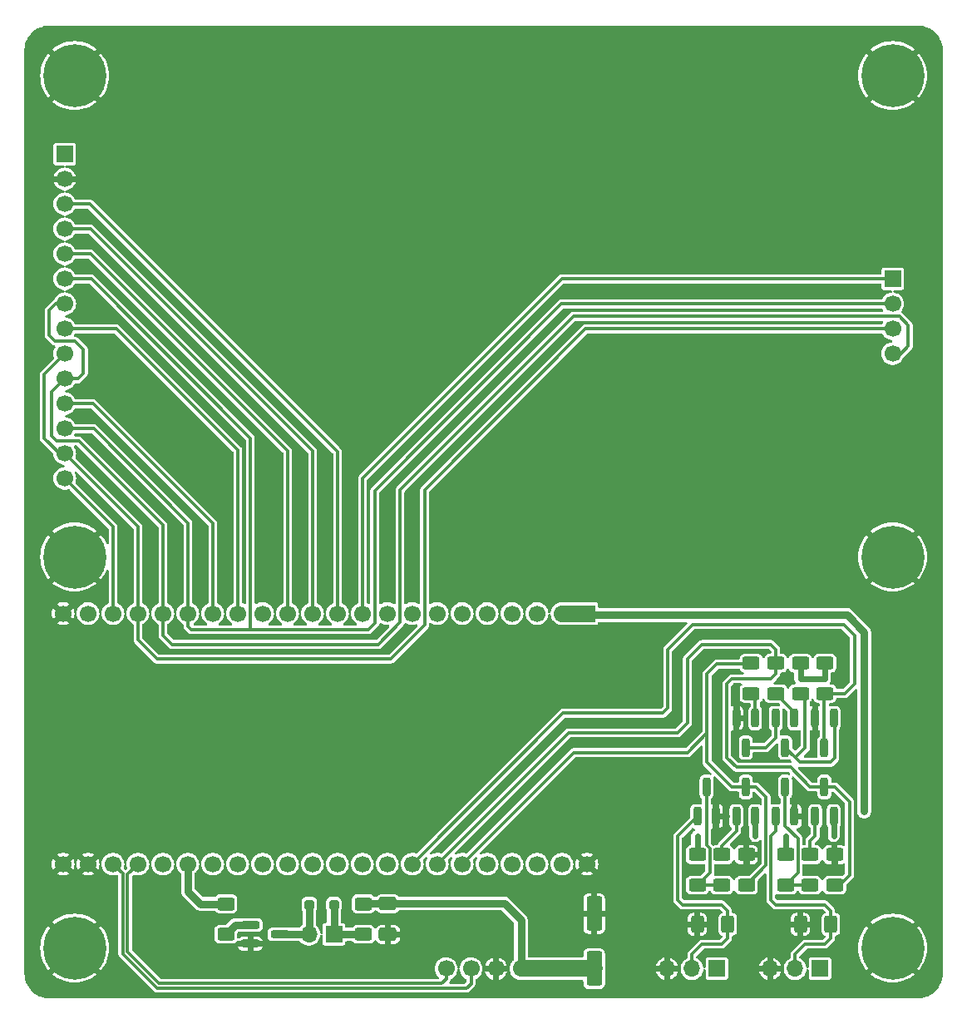
<source format=gbr>
G04 #@! TF.GenerationSoftware,KiCad,Pcbnew,8.0.5-8.0.5-0~ubuntu22.04.1*
G04 #@! TF.CreationDate,2024-09-10T12:41:45+02:00*
G04 #@! TF.ProjectId,Motherboard,4d6f7468-6572-4626-9f61-72642e6b6963,1.0*
G04 #@! TF.SameCoordinates,Original*
G04 #@! TF.FileFunction,Copper,L1,Top*
G04 #@! TF.FilePolarity,Positive*
%FSLAX46Y46*%
G04 Gerber Fmt 4.6, Leading zero omitted, Abs format (unit mm)*
G04 Created by KiCad (PCBNEW 8.0.5-8.0.5-0~ubuntu22.04.1) date 2024-09-10 12:41:45*
%MOMM*%
%LPD*%
G01*
G04 APERTURE LIST*
G04 Aperture macros list*
%AMRoundRect*
0 Rectangle with rounded corners*
0 $1 Rounding radius*
0 $2 $3 $4 $5 $6 $7 $8 $9 X,Y pos of 4 corners*
0 Add a 4 corners polygon primitive as box body*
4,1,4,$2,$3,$4,$5,$6,$7,$8,$9,$2,$3,0*
0 Add four circle primitives for the rounded corners*
1,1,$1+$1,$2,$3*
1,1,$1+$1,$4,$5*
1,1,$1+$1,$6,$7*
1,1,$1+$1,$8,$9*
0 Add four rect primitives between the rounded corners*
20,1,$1+$1,$2,$3,$4,$5,0*
20,1,$1+$1,$4,$5,$6,$7,0*
20,1,$1+$1,$6,$7,$8,$9,0*
20,1,$1+$1,$8,$9,$2,$3,0*%
G04 Aperture macros list end*
G04 #@! TA.AperFunction,SMDPad,CuDef*
%ADD10RoundRect,0.250000X-0.625000X0.400000X-0.625000X-0.400000X0.625000X-0.400000X0.625000X0.400000X0*%
G04 #@! TD*
G04 #@! TA.AperFunction,SMDPad,CuDef*
%ADD11RoundRect,0.250000X0.625000X-0.400000X0.625000X0.400000X-0.625000X0.400000X-0.625000X-0.400000X0*%
G04 #@! TD*
G04 #@! TA.AperFunction,SMDPad,CuDef*
%ADD12RoundRect,0.200000X0.200000X-0.750000X0.200000X0.750000X-0.200000X0.750000X-0.200000X-0.750000X0*%
G04 #@! TD*
G04 #@! TA.AperFunction,SMDPad,CuDef*
%ADD13RoundRect,0.250000X0.550000X-1.500000X0.550000X1.500000X-0.550000X1.500000X-0.550000X-1.500000X0*%
G04 #@! TD*
G04 #@! TA.AperFunction,SMDPad,CuDef*
%ADD14RoundRect,0.200000X-0.750000X-0.200000X0.750000X-0.200000X0.750000X0.200000X-0.750000X0.200000X0*%
G04 #@! TD*
G04 #@! TA.AperFunction,SMDPad,CuDef*
%ADD15RoundRect,0.200000X-0.200000X0.750000X-0.200000X-0.750000X0.200000X-0.750000X0.200000X0.750000X0*%
G04 #@! TD*
G04 #@! TA.AperFunction,ComponentPad*
%ADD16R,1.700000X1.700000*%
G04 #@! TD*
G04 #@! TA.AperFunction,ComponentPad*
%ADD17C,1.700000*%
G04 #@! TD*
G04 #@! TA.AperFunction,SMDPad,CuDef*
%ADD18RoundRect,0.250000X0.250000X0.250000X-0.250000X0.250000X-0.250000X-0.250000X0.250000X-0.250000X0*%
G04 #@! TD*
G04 #@! TA.AperFunction,SMDPad,CuDef*
%ADD19RoundRect,0.250000X-0.650000X0.412500X-0.650000X-0.412500X0.650000X-0.412500X0.650000X0.412500X0*%
G04 #@! TD*
G04 #@! TA.AperFunction,ComponentPad*
%ADD20C,0.800000*%
G04 #@! TD*
G04 #@! TA.AperFunction,ComponentPad*
%ADD21C,6.400000*%
G04 #@! TD*
G04 #@! TA.AperFunction,SMDPad,CuDef*
%ADD22RoundRect,0.250000X-0.400000X-0.625000X0.400000X-0.625000X0.400000X0.625000X-0.400000X0.625000X0*%
G04 #@! TD*
G04 #@! TA.AperFunction,ComponentPad*
%ADD23O,1.700000X1.700000*%
G04 #@! TD*
G04 #@! TA.AperFunction,ViaPad*
%ADD24C,0.500000*%
G04 #@! TD*
G04 #@! TA.AperFunction,Conductor*
%ADD25C,0.800000*%
G04 #@! TD*
G04 #@! TA.AperFunction,Conductor*
%ADD26C,0.300000*%
G04 #@! TD*
G04 #@! TA.AperFunction,Conductor*
%ADD27C,1.700000*%
G04 #@! TD*
G04 #@! TA.AperFunction,Conductor*
%ADD28C,0.600000*%
G04 #@! TD*
G04 #@! TA.AperFunction,Conductor*
%ADD29C,0.350000*%
G04 #@! TD*
G04 APERTURE END LIST*
D10*
X175000000Y-119900000D03*
X175000000Y-123000000D03*
D11*
X179000000Y-123000000D03*
X179000000Y-119900000D03*
D10*
X136000000Y-124900000D03*
X136000000Y-128000000D03*
D12*
X174000000Y-116000000D03*
X175900000Y-116000000D03*
X174950000Y-113000000D03*
D10*
X172500000Y-119900000D03*
X172500000Y-123000000D03*
X184000000Y-119900000D03*
X184000000Y-123000000D03*
D13*
X159500000Y-131500000D03*
X159500000Y-125900000D03*
D14*
X124500000Y-127050000D03*
X124500000Y-128950000D03*
X127500000Y-128000000D03*
D10*
X183000000Y-100400000D03*
X183000000Y-103500000D03*
D15*
X179900000Y-106000000D03*
X178000000Y-106000000D03*
X178950000Y-109000000D03*
D11*
X181500000Y-123000000D03*
X181500000Y-119900000D03*
D16*
X158770000Y-95350000D03*
D17*
X156230000Y-95350000D03*
X153690000Y-95350000D03*
X151150000Y-95350000D03*
X148610000Y-95350000D03*
X146070000Y-95350000D03*
X143530000Y-95350000D03*
X140990000Y-95350000D03*
X138450000Y-95350000D03*
X135910000Y-95350000D03*
X133370000Y-95350000D03*
X130830000Y-95350000D03*
X128290000Y-95350000D03*
X125750000Y-95350000D03*
X123210000Y-95350000D03*
X120670000Y-95350000D03*
X118130000Y-95350000D03*
X115590000Y-95350000D03*
X113050000Y-95350000D03*
X110510000Y-95350000D03*
X107970000Y-95350000D03*
X105430000Y-95350000D03*
X105430000Y-120850000D03*
X107970000Y-120850000D03*
X110510000Y-120850000D03*
X113050000Y-120850000D03*
X115590000Y-120850000D03*
X118130000Y-120850000D03*
X120670000Y-120850000D03*
X123210000Y-120850000D03*
X125750000Y-120850000D03*
X128290000Y-120850000D03*
X130830000Y-120850000D03*
X133370000Y-120850000D03*
X135910000Y-120850000D03*
X138450000Y-120850000D03*
X140990000Y-120850000D03*
X143530000Y-120850000D03*
X146070000Y-120850000D03*
X148610000Y-120850000D03*
X151150000Y-120850000D03*
X153690000Y-120850000D03*
X156230000Y-120850000D03*
X158770000Y-120850000D03*
D15*
X183900000Y-106000000D03*
X182000000Y-106000000D03*
X182950000Y-109000000D03*
D10*
X122000000Y-124900000D03*
X122000000Y-128000000D03*
X180500000Y-100400000D03*
X180500000Y-103500000D03*
D18*
X133000000Y-125000000D03*
X130500000Y-125000000D03*
D12*
X182000000Y-116000000D03*
X183900000Y-116000000D03*
X182950000Y-113000000D03*
D19*
X138500000Y-124875000D03*
X138500000Y-128000000D03*
D11*
X175500000Y-103500000D03*
X175500000Y-100400000D03*
D16*
X105600000Y-48590000D03*
D20*
X104200000Y-40600000D03*
X104200000Y-89600000D03*
X104902944Y-38902944D03*
X104902944Y-42297056D03*
X104902944Y-87902944D03*
X104902944Y-91297056D03*
D17*
X105600000Y-51130000D03*
D20*
X106600000Y-38200000D03*
D21*
X106600000Y-40600000D03*
D20*
X106600000Y-43000000D03*
X106600000Y-87200000D03*
D21*
X106600000Y-89600000D03*
D20*
X106600000Y-92000000D03*
X108297056Y-38902944D03*
X108297056Y-42297056D03*
X108297056Y-87902944D03*
X108297056Y-91297056D03*
X109000000Y-40600000D03*
X109000000Y-89600000D03*
X187500000Y-40600000D03*
X187500000Y-89600000D03*
X188202944Y-38902944D03*
X188202944Y-42297056D03*
X188202944Y-87902944D03*
X188202944Y-91297056D03*
X189900000Y-38200000D03*
D21*
X189900000Y-40600000D03*
D20*
X189900000Y-43000000D03*
X189900000Y-87200000D03*
D21*
X189900000Y-89600000D03*
D20*
X189900000Y-92000000D03*
X191597056Y-38902944D03*
X191597056Y-42297056D03*
X191597056Y-87902944D03*
X191597056Y-91297056D03*
X192300000Y-40600000D03*
X192300000Y-89600000D03*
D17*
X105600000Y-53670000D03*
X105600000Y-56210000D03*
X105600000Y-58750000D03*
X105600000Y-61290000D03*
X105600000Y-63830000D03*
X105600000Y-66370000D03*
X105600000Y-68910000D03*
X105600000Y-71450000D03*
X105600000Y-73990000D03*
X105600000Y-76530000D03*
X105600000Y-79070000D03*
X105600000Y-81610000D03*
D16*
X189900000Y-61290000D03*
D17*
X189900000Y-63830000D03*
X189900000Y-66370000D03*
X189900000Y-68910000D03*
D22*
X170000000Y-127000000D03*
X173100000Y-127000000D03*
D15*
X175900000Y-106000000D03*
X174000000Y-106000000D03*
X174950000Y-109000000D03*
D22*
X180500000Y-127000000D03*
X183600000Y-127000000D03*
D12*
X178000000Y-116000000D03*
X179900000Y-116000000D03*
X178950000Y-113000000D03*
D11*
X178000000Y-103500000D03*
X178000000Y-100400000D03*
D20*
X187500000Y-129400000D03*
X188202944Y-127702944D03*
X188202944Y-131097056D03*
X189900000Y-127000000D03*
D21*
X189900000Y-129400000D03*
D20*
X189900000Y-131800000D03*
X191597056Y-127702944D03*
X191597056Y-131097056D03*
X192300000Y-129400000D03*
X104200000Y-129400000D03*
X104902944Y-127702944D03*
X104902944Y-131097056D03*
X106600000Y-127000000D03*
D21*
X106600000Y-129400000D03*
D20*
X106600000Y-131800000D03*
X108297056Y-127702944D03*
X108297056Y-131097056D03*
X109000000Y-129400000D03*
D12*
X170000000Y-116000000D03*
X171900000Y-116000000D03*
X170950000Y-113000000D03*
D10*
X170000000Y-119900000D03*
X170000000Y-123000000D03*
D16*
X133000000Y-128000000D03*
D23*
X130460000Y-128000000D03*
D17*
X152050000Y-131500000D03*
X144430000Y-131500000D03*
X146970000Y-131500000D03*
X149510000Y-131500000D03*
D16*
X182500000Y-131500000D03*
D23*
X179960000Y-131500000D03*
X177420000Y-131500000D03*
D16*
X172000000Y-131500000D03*
D23*
X169460000Y-131500000D03*
X166920000Y-131500000D03*
D24*
X117000000Y-93500000D03*
X108500000Y-75500000D03*
X181000000Y-116000000D03*
X184000000Y-121450000D03*
X122000000Y-93500000D03*
X185000000Y-98000000D03*
X138500000Y-99000000D03*
X108500000Y-70500000D03*
X166500000Y-108500000D03*
X108500000Y-55000000D03*
X127000000Y-93500000D03*
X185000000Y-112500000D03*
X172000000Y-108500000D03*
X108500000Y-57500000D03*
X108500000Y-62500000D03*
X143500000Y-93500000D03*
X157500000Y-106500000D03*
X108500000Y-83000000D03*
X119500000Y-93500000D03*
X108500000Y-52500000D03*
X108500000Y-80500000D03*
X112000000Y-93500000D03*
X108500000Y-67500000D03*
X138500000Y-83500000D03*
X157500000Y-62500000D03*
X108500000Y-73000000D03*
X182000000Y-104600000D03*
X157500000Y-108500000D03*
X185000000Y-100500000D03*
X146500000Y-119000000D03*
X114500000Y-93500000D03*
X117000000Y-97500000D03*
X138500000Y-93500000D03*
X141000000Y-83500000D03*
X108500000Y-65000000D03*
X168000000Y-102000000D03*
X175000000Y-121500000D03*
X188000000Y-62500000D03*
X144000000Y-119000000D03*
X108500000Y-77500000D03*
X170000000Y-102000000D03*
X112000000Y-97500000D03*
X132000000Y-93500000D03*
X179000000Y-107500000D03*
X108500000Y-60000000D03*
X188000000Y-67500000D03*
X173000000Y-116000000D03*
X134500000Y-93500000D03*
X174000000Y-104600000D03*
X185000000Y-104500000D03*
X129500000Y-93500000D03*
X141000000Y-93500000D03*
X172000000Y-102000000D03*
X137000000Y-97500000D03*
X178500000Y-102000000D03*
X115500000Y-99000000D03*
X166500000Y-106500000D03*
X187000000Y-115500000D03*
X187000000Y-106000000D03*
X187000000Y-112500000D03*
X187000000Y-104500000D03*
X180500000Y-102000000D03*
X183000000Y-102000000D03*
X187000000Y-114000000D03*
X187000000Y-111000000D03*
X170000000Y-118000000D03*
X175900000Y-118000000D03*
X183900000Y-118000000D03*
X179000000Y-118000000D03*
D25*
X133000000Y-128000000D02*
X133000000Y-125000000D01*
X136000000Y-128000000D02*
X133000000Y-128000000D01*
X130500000Y-128210000D02*
X130460000Y-128250000D01*
X130500000Y-125000000D02*
X130500000Y-127960000D01*
X130460000Y-128000000D02*
X127500000Y-128000000D01*
D26*
X130500000Y-127960000D02*
X130460000Y-128000000D01*
D25*
X152050000Y-131500000D02*
X152050000Y-126550000D01*
X152050000Y-126550000D02*
X150375000Y-124875000D01*
X138500000Y-124875000D02*
X136025000Y-124875000D01*
X136025000Y-124875000D02*
X136000000Y-124900000D01*
D27*
X152050000Y-131500000D02*
X159500000Y-131500000D01*
D25*
X150375000Y-124875000D02*
X138500000Y-124875000D01*
D28*
X174000000Y-106000000D02*
X174000000Y-104600000D01*
X182000000Y-106000000D02*
X182000000Y-104600000D01*
X179900000Y-116000000D02*
X181000000Y-116000000D01*
X171900000Y-116000000D02*
X173000000Y-116000000D01*
X184000000Y-119900000D02*
X184000000Y-121450000D01*
X175000000Y-119900000D02*
X175000000Y-121500000D01*
D26*
X115207106Y-133000000D02*
X144000000Y-133000000D01*
X144430000Y-132570000D02*
X144430000Y-131500000D01*
X112000000Y-129792894D02*
X115207106Y-133000000D01*
X144000000Y-133000000D02*
X144430000Y-132570000D01*
X112000000Y-121900000D02*
X112000000Y-129792894D01*
X113050000Y-120850000D02*
X112000000Y-121900000D01*
X111500000Y-130000000D02*
X111500000Y-121840000D01*
X146500000Y-133500000D02*
X115000000Y-133500000D01*
X111500000Y-121840000D02*
X110510000Y-120850000D01*
X146970000Y-131500000D02*
X146970000Y-133030000D01*
X115000000Y-133500000D02*
X111500000Y-130000000D01*
X146970000Y-133030000D02*
X146500000Y-133500000D01*
X183600000Y-128400000D02*
X183600000Y-127000000D01*
X183000000Y-125000000D02*
X178000000Y-125000000D01*
X178000000Y-117500000D02*
X178000000Y-115900000D01*
X178000000Y-125000000D02*
X177500000Y-124500000D01*
X179960000Y-131500000D02*
X179960000Y-130040000D01*
X181000000Y-129000000D02*
X183000000Y-129000000D01*
X177500000Y-124500000D02*
X177500000Y-118000000D01*
X183600000Y-125600000D02*
X183000000Y-125000000D01*
X183600000Y-127000000D02*
X183600000Y-125600000D01*
X177500000Y-118000000D02*
X178000000Y-117500000D01*
X179960000Y-130040000D02*
X181000000Y-129000000D01*
X183000000Y-129000000D02*
X183600000Y-128400000D01*
X168000000Y-118000000D02*
X170000000Y-116000000D01*
X173100000Y-125600000D02*
X172500000Y-125000000D01*
X173100000Y-128400000D02*
X172500000Y-129000000D01*
X170500000Y-129000000D02*
X169460000Y-130040000D01*
X168500000Y-125000000D02*
X168000000Y-124500000D01*
X169460000Y-130040000D02*
X169460000Y-131500000D01*
X172500000Y-125000000D02*
X168500000Y-125000000D01*
X173100000Y-127000000D02*
X173100000Y-125600000D01*
X173100000Y-127000000D02*
X173100000Y-128400000D01*
X172500000Y-129000000D02*
X170500000Y-129000000D01*
X168000000Y-124500000D02*
X168000000Y-118000000D01*
D25*
X124500000Y-127050000D02*
X122950000Y-127050000D01*
X122950000Y-127050000D02*
X122000000Y-128000000D01*
D29*
X180250000Y-118246857D02*
X178950000Y-116946857D01*
X179000000Y-123000000D02*
X181500000Y-123000000D01*
X180250000Y-121750000D02*
X180250000Y-118246857D01*
X179000000Y-123000000D02*
X179000000Y-122500000D01*
X178950000Y-116946857D02*
X178950000Y-112900000D01*
X179000000Y-123000000D02*
X180250000Y-121750000D01*
D26*
X170950000Y-118950000D02*
X171275000Y-119275000D01*
X171275000Y-121725000D02*
X170000000Y-123000000D01*
X171275000Y-119275000D02*
X171275000Y-121725000D01*
X170950000Y-113000000D02*
X170950000Y-118950000D01*
X170000000Y-123000000D02*
X172500000Y-123000000D01*
X175900000Y-106000000D02*
X175900000Y-103800000D01*
D29*
X175900000Y-103800000D02*
X175500000Y-103400000D01*
D26*
X175050000Y-109000000D02*
X174950000Y-108900000D01*
X178000000Y-108000000D02*
X177000000Y-109000000D01*
X177000000Y-109000000D02*
X175050000Y-109000000D01*
X178000000Y-106000000D02*
X178000000Y-108000000D01*
D29*
X178850000Y-108900000D02*
X179000000Y-108900000D01*
X183900000Y-105900000D02*
X183900000Y-106000000D01*
X180425000Y-110475000D02*
X179925000Y-109975000D01*
X180500000Y-103450000D02*
X180775000Y-103725000D01*
X179925000Y-109975000D02*
X178850000Y-108900000D01*
X181000000Y-109000000D02*
X180025000Y-109975000D01*
X184000000Y-106100000D02*
X184000000Y-110059357D01*
X180500000Y-103450000D02*
X181000000Y-103950000D01*
X184000000Y-110059357D02*
X183584357Y-110475000D01*
X180025000Y-109975000D02*
X179925000Y-109975000D01*
X183900000Y-106000000D02*
X184000000Y-106100000D01*
X181000000Y-103950000D02*
X181000000Y-109000000D01*
X183584357Y-110475000D02*
X180425000Y-110475000D01*
D26*
X178000000Y-103500000D02*
X179900000Y-105400000D01*
X179900000Y-105400000D02*
X179900000Y-105900000D01*
D29*
X179900000Y-105300000D02*
X179900000Y-105900000D01*
D26*
X178000000Y-103400000D02*
X178000000Y-103500000D01*
X140990000Y-120850000D02*
X156340000Y-105500000D01*
X169500000Y-96500000D02*
X184900000Y-96500000D01*
X167000000Y-105000000D02*
X167000000Y-99000000D01*
X156340000Y-105500000D02*
X166500000Y-105500000D01*
X182950000Y-103500000D02*
X182950000Y-108900000D01*
X184900000Y-96500000D02*
X186000000Y-97600000D01*
X186000000Y-97600000D02*
X186000000Y-102500000D01*
X186000000Y-102500000D02*
X185000000Y-103500000D01*
X166500000Y-105500000D02*
X167000000Y-105000000D01*
X185000000Y-103500000D02*
X183000000Y-103500000D01*
X167000000Y-99000000D02*
X169500000Y-96500000D01*
D25*
X185250000Y-95500000D02*
X187000000Y-97250000D01*
D28*
X183900000Y-118000000D02*
X183900000Y-116000000D01*
D25*
X187000000Y-97250000D02*
X187000000Y-111000000D01*
D28*
X158770000Y-95350000D02*
X158920000Y-95500000D01*
X179000000Y-119900000D02*
X179000000Y-118000000D01*
X183000000Y-102000000D02*
X183000000Y-100400000D01*
X175900000Y-118000000D02*
X175900000Y-115900000D01*
D27*
X156230000Y-95350000D02*
X158770000Y-95350000D01*
D28*
X170000000Y-119900000D02*
X170000000Y-118000000D01*
X183000000Y-102000000D02*
X180500000Y-102000000D01*
X180500000Y-102000000D02*
X180500000Y-100400000D01*
D25*
X187000000Y-111000000D02*
X187000000Y-115500000D01*
X158920000Y-95500000D02*
X185250000Y-95500000D01*
D29*
X181500000Y-119900000D02*
X181500000Y-118500000D01*
X181500000Y-118500000D02*
X182000000Y-118000000D01*
X182000000Y-118000000D02*
X182000000Y-115900000D01*
D26*
X173000000Y-102500000D02*
X173000000Y-110000000D01*
X168000000Y-107500000D02*
X169000000Y-106500000D01*
X185500000Y-114500000D02*
X185500000Y-122000000D01*
X179500000Y-111000000D02*
X181500000Y-113000000D01*
X143530000Y-120850000D02*
X156880000Y-107500000D01*
X169000000Y-106500000D02*
X169000000Y-100000000D01*
X184000000Y-113000000D02*
X185500000Y-114500000D01*
X184500000Y-123000000D02*
X184000000Y-123000000D01*
X177500000Y-102000000D02*
X173500000Y-102000000D01*
X156880000Y-107500000D02*
X168000000Y-107500000D01*
X174000000Y-111000000D02*
X179500000Y-111000000D01*
X169000000Y-100000000D02*
X170500000Y-98500000D01*
X173000000Y-110000000D02*
X174000000Y-111000000D01*
X181500000Y-113000000D02*
X184000000Y-113000000D01*
X178000000Y-99000000D02*
X178000000Y-101500000D01*
X170500000Y-98500000D02*
X177500000Y-98500000D01*
X177500000Y-98500000D02*
X178000000Y-99000000D01*
X185500000Y-122000000D02*
X184500000Y-123000000D01*
X178000000Y-101500000D02*
X177500000Y-102000000D01*
X173500000Y-102000000D02*
X173000000Y-102500000D01*
X172500000Y-119900000D02*
X172500000Y-119000000D01*
X174000000Y-117500000D02*
X174000000Y-116000000D01*
X172500000Y-119000000D02*
X174000000Y-117500000D01*
X172000000Y-100500000D02*
X175400000Y-100500000D01*
X177000000Y-114000000D02*
X176000000Y-113000000D01*
X169000000Y-109500000D02*
X171000000Y-107500000D01*
X175000000Y-123000000D02*
X177000000Y-121000000D01*
X177000000Y-121000000D02*
X177000000Y-114000000D01*
X146070000Y-120850000D02*
X157420000Y-109500000D01*
X176000000Y-113000000D02*
X173500000Y-113000000D01*
X175500000Y-100400000D02*
X175500000Y-100300000D01*
X171000000Y-110500000D02*
X171000000Y-107500000D01*
X171000000Y-101500000D02*
X172000000Y-100500000D01*
X173500000Y-113000000D02*
X171000000Y-110500000D01*
X175400000Y-100500000D02*
X175500000Y-100400000D01*
X171000000Y-107500000D02*
X171000000Y-101500000D01*
X157420000Y-109500000D02*
X169000000Y-109500000D01*
D25*
X122000000Y-124900000D02*
X119400000Y-124900000D01*
X119400000Y-124900000D02*
X118130000Y-123630000D01*
X118130000Y-123630000D02*
X118130000Y-120850000D01*
D26*
X108490000Y-73990000D02*
X120670000Y-86170000D01*
X105600000Y-73990000D02*
X108490000Y-73990000D01*
X120670000Y-86170000D02*
X120670000Y-95350000D01*
X135910000Y-95350000D02*
X135910000Y-81590000D01*
X156210000Y-61290000D02*
X189900000Y-61290000D01*
X135910000Y-81590000D02*
X156210000Y-61290000D01*
X105600000Y-58750000D02*
X108250000Y-58750000D01*
X108250000Y-58750000D02*
X128290000Y-78790000D01*
X128290000Y-78790000D02*
X128290000Y-95350000D01*
X105600000Y-76530000D02*
X108530000Y-76530000D01*
X137173338Y-96326662D02*
X136500000Y-97000000D01*
X124500000Y-97000000D02*
X118500000Y-97000000D01*
X137173338Y-82826662D02*
X137173338Y-96326662D01*
X124500000Y-77500000D02*
X124500000Y-97000000D01*
X108530000Y-76530000D02*
X118130000Y-86130000D01*
X118500000Y-97000000D02*
X118130000Y-96630000D01*
X118130000Y-86130000D02*
X118130000Y-95350000D01*
X189900000Y-63830000D02*
X156170000Y-63830000D01*
X156170000Y-63830000D02*
X137173338Y-82826662D01*
X136500000Y-97000000D02*
X124500000Y-97000000D01*
X118130000Y-96630000D02*
X118130000Y-95350000D01*
X108290000Y-61290000D02*
X124500000Y-77500000D01*
X105600000Y-61290000D02*
X108290000Y-61290000D01*
X105600000Y-53670000D02*
X108170000Y-53670000D01*
X133370000Y-78870000D02*
X133370000Y-95350000D01*
X108170000Y-53670000D02*
X133370000Y-78870000D01*
X157394767Y-65105233D02*
X139727634Y-82772366D01*
X137500000Y-98500000D02*
X116500000Y-98500000D01*
X106950000Y-71450000D02*
X107500000Y-70900000D01*
X106632870Y-67632870D02*
X104632870Y-67632870D01*
X116500000Y-98500000D02*
X115590000Y-97590000D01*
X104776812Y-77776812D02*
X107026812Y-77776812D01*
X104261137Y-77261137D02*
X104776812Y-77776812D01*
X104261137Y-72788863D02*
X104261137Y-77261137D01*
X190745000Y-68910000D02*
X191500000Y-68155000D01*
X104000000Y-67000000D02*
X104000000Y-64500000D01*
X190605233Y-65105233D02*
X157394767Y-65105233D01*
X107500000Y-68500000D02*
X106632870Y-67632870D01*
X139727634Y-96272366D02*
X137500000Y-98500000D01*
X115590000Y-97590000D02*
X115590000Y-95350000D01*
X139727634Y-82772366D02*
X139727634Y-96272366D01*
X104632870Y-67632870D02*
X104000000Y-67000000D01*
X104670000Y-63830000D02*
X105600000Y-63830000D01*
X189900000Y-68910000D02*
X190745000Y-68910000D01*
X115590000Y-86340000D02*
X115590000Y-95350000D01*
X107026812Y-77776812D02*
X115590000Y-86340000D01*
X191500000Y-66000000D02*
X190605233Y-65105233D01*
X107500000Y-70900000D02*
X107500000Y-68500000D01*
X105600000Y-71450000D02*
X104261137Y-72788863D01*
X104000000Y-64500000D02*
X104670000Y-63830000D01*
X105600000Y-71450000D02*
X106950000Y-71450000D01*
X191500000Y-68155000D02*
X191500000Y-66000000D01*
X105600000Y-56210000D02*
X108210000Y-56210000D01*
X108210000Y-56210000D02*
X130830000Y-78830000D01*
X130830000Y-78830000D02*
X130830000Y-95350000D01*
X105600000Y-81610000D02*
X110510000Y-86520000D01*
X110510000Y-86520000D02*
X110510000Y-95350000D01*
X103500000Y-71010000D02*
X103500000Y-77500000D01*
X189900000Y-66370000D02*
X158630000Y-66370000D01*
X113050000Y-98050000D02*
X113050000Y-95350000D01*
X158630000Y-66370000D02*
X142253231Y-82746769D01*
X142253231Y-96515297D02*
X138768528Y-100000000D01*
X113050000Y-86520000D02*
X113050000Y-95350000D01*
X142253231Y-82746769D02*
X142253231Y-96515297D01*
X103500000Y-77500000D02*
X105070000Y-79070000D01*
X105600000Y-68910000D02*
X103500000Y-71010000D01*
X115000000Y-100000000D02*
X113050000Y-98050000D01*
X138768528Y-100000000D02*
X115000000Y-100000000D01*
X105070000Y-79070000D02*
X105600000Y-79070000D01*
X105600000Y-79070000D02*
X113050000Y-86520000D01*
X123210000Y-78710000D02*
X110870000Y-66370000D01*
X110870000Y-66370000D02*
X105600000Y-66370000D01*
X123210000Y-95350000D02*
X123210000Y-78710000D01*
G04 #@! TA.AperFunction,Conductor*
G36*
X171787876Y-111940825D02*
G01*
X171832223Y-111969326D01*
X173223386Y-113360489D01*
X173326113Y-113419799D01*
X173350321Y-113426284D01*
X173350324Y-113426286D01*
X173350325Y-113426286D01*
X173380447Y-113434357D01*
X173440691Y-113450500D01*
X174125501Y-113450500D01*
X174192540Y-113470185D01*
X174238295Y-113522989D01*
X174249501Y-113574500D01*
X174249501Y-113797871D01*
X174255908Y-113857483D01*
X174306202Y-113992328D01*
X174306206Y-113992335D01*
X174392452Y-114107544D01*
X174392455Y-114107547D01*
X174507664Y-114193793D01*
X174507671Y-114193797D01*
X174541502Y-114206415D01*
X174642517Y-114244091D01*
X174702127Y-114250500D01*
X175197872Y-114250499D01*
X175257483Y-114244091D01*
X175392331Y-114193796D01*
X175507546Y-114107546D01*
X175593796Y-113992331D01*
X175644091Y-113857483D01*
X175650500Y-113797873D01*
X175650500Y-113586965D01*
X175670185Y-113519926D01*
X175722989Y-113474171D01*
X175792147Y-113464227D01*
X175855703Y-113493252D01*
X175862181Y-113499284D01*
X176513181Y-114150284D01*
X176546666Y-114211607D01*
X176549500Y-114237965D01*
X176549500Y-114713568D01*
X176529815Y-114780607D01*
X176477011Y-114826362D01*
X176407853Y-114836306D01*
X176351190Y-114812835D01*
X176342334Y-114806206D01*
X176342328Y-114806202D01*
X176207486Y-114755910D01*
X176207485Y-114755909D01*
X176207483Y-114755909D01*
X176147873Y-114749500D01*
X176147863Y-114749500D01*
X175652129Y-114749500D01*
X175652123Y-114749501D01*
X175592516Y-114755908D01*
X175457671Y-114806202D01*
X175457664Y-114806206D01*
X175342455Y-114892452D01*
X175342452Y-114892455D01*
X175256206Y-115007664D01*
X175256202Y-115007671D01*
X175205908Y-115142517D01*
X175199501Y-115202116D01*
X175199501Y-115202123D01*
X175199500Y-115202135D01*
X175199500Y-116797870D01*
X175199501Y-116797876D01*
X175205908Y-116857483D01*
X175256203Y-116992329D01*
X175274766Y-117017126D01*
X175299184Y-117082590D01*
X175299500Y-117091438D01*
X175299500Y-118079056D01*
X175340423Y-118231783D01*
X175340426Y-118231790D01*
X175419475Y-118368709D01*
X175419479Y-118368714D01*
X175419480Y-118368716D01*
X175531284Y-118480520D01*
X175531286Y-118480521D01*
X175531290Y-118480524D01*
X175548140Y-118490252D01*
X175668216Y-118559577D01*
X175820943Y-118600500D01*
X175820945Y-118600500D01*
X175979055Y-118600500D01*
X175979057Y-118600500D01*
X176131784Y-118559577D01*
X176268716Y-118480520D01*
X176337819Y-118411417D01*
X176399142Y-118377932D01*
X176468834Y-118382916D01*
X176524767Y-118424788D01*
X176549184Y-118490252D01*
X176549500Y-118499098D01*
X176549500Y-120762035D01*
X176529815Y-120829074D01*
X176513181Y-120849716D01*
X175349716Y-122013181D01*
X175288393Y-122046666D01*
X175262035Y-122049500D01*
X174331898Y-122049500D01*
X174292853Y-122054188D01*
X174243438Y-122060122D01*
X174102656Y-122115639D01*
X173982077Y-122207077D01*
X173890638Y-122327658D01*
X173890637Y-122327660D01*
X173865354Y-122391774D01*
X173822449Y-122446918D01*
X173756541Y-122470111D01*
X173688556Y-122453990D01*
X173640080Y-122403673D01*
X173634646Y-122391774D01*
X173609362Y-122327660D01*
X173609361Y-122327658D01*
X173517922Y-122207077D01*
X173397343Y-122115639D01*
X173256561Y-122060122D01*
X173210926Y-122054642D01*
X173168102Y-122049500D01*
X171831898Y-122049500D01*
X171831897Y-122049500D01*
X171830539Y-122049663D01*
X171830179Y-122049602D01*
X171828204Y-122049721D01*
X171828176Y-122049266D01*
X171761631Y-122038109D01*
X171709909Y-121991134D01*
X171691795Y-121923653D01*
X171695985Y-121894459D01*
X171725500Y-121784309D01*
X171725500Y-120974500D01*
X171745185Y-120907461D01*
X171797989Y-120861706D01*
X171849500Y-120850500D01*
X173168097Y-120850500D01*
X173168102Y-120850500D01*
X173256564Y-120839877D01*
X173397342Y-120784361D01*
X173517922Y-120692922D01*
X173609361Y-120572342D01*
X173634914Y-120507542D01*
X173677818Y-120452400D01*
X173743725Y-120429206D01*
X173811710Y-120445326D01*
X173860187Y-120495642D01*
X173865622Y-120507542D01*
X173891078Y-120572093D01*
X173982435Y-120692564D01*
X174102904Y-120783920D01*
X174243556Y-120839386D01*
X174331946Y-120850000D01*
X174700000Y-120850000D01*
X175300000Y-120850000D01*
X175668054Y-120850000D01*
X175756443Y-120839386D01*
X175897095Y-120783920D01*
X176017564Y-120692564D01*
X176108920Y-120572095D01*
X176164386Y-120431443D01*
X176175000Y-120343053D01*
X176175000Y-120200000D01*
X175300000Y-120200000D01*
X175300000Y-120850000D01*
X174700000Y-120850000D01*
X174700000Y-119600000D01*
X175300000Y-119600000D01*
X176175000Y-119600000D01*
X176175000Y-119456946D01*
X176164386Y-119368556D01*
X176108920Y-119227904D01*
X176017564Y-119107435D01*
X175897095Y-119016079D01*
X175756443Y-118960613D01*
X175668054Y-118950000D01*
X175300000Y-118950000D01*
X175300000Y-119600000D01*
X174700000Y-119600000D01*
X174700000Y-118950000D01*
X174331946Y-118950000D01*
X174243556Y-118960613D01*
X174102904Y-119016079D01*
X173982435Y-119107435D01*
X173891078Y-119227906D01*
X173865622Y-119292457D01*
X173822716Y-119347601D01*
X173756807Y-119370793D01*
X173688823Y-119354672D01*
X173640347Y-119304354D01*
X173634918Y-119292467D01*
X173609361Y-119227658D01*
X173587261Y-119198516D01*
X173517922Y-119107077D01*
X173397342Y-119015638D01*
X173375359Y-119006970D01*
X173320214Y-118964064D01*
X173297021Y-118898157D01*
X173313141Y-118830172D01*
X173333163Y-118803938D01*
X174360489Y-117776614D01*
X174419798Y-117673887D01*
X174419799Y-117673886D01*
X174450500Y-117559309D01*
X174450500Y-117249749D01*
X174470185Y-117182710D01*
X174500190Y-117150482D01*
X174557546Y-117107546D01*
X174643796Y-116992331D01*
X174694091Y-116857483D01*
X174700500Y-116797873D01*
X174700499Y-115202128D01*
X174694091Y-115142517D01*
X174643884Y-115007906D01*
X174643797Y-115007671D01*
X174643793Y-115007664D01*
X174557547Y-114892455D01*
X174557544Y-114892452D01*
X174442335Y-114806206D01*
X174442328Y-114806202D01*
X174307486Y-114755910D01*
X174307485Y-114755909D01*
X174307483Y-114755909D01*
X174247873Y-114749500D01*
X174247863Y-114749500D01*
X173752129Y-114749500D01*
X173752123Y-114749501D01*
X173692516Y-114755908D01*
X173557671Y-114806202D01*
X173557664Y-114806206D01*
X173442455Y-114892452D01*
X173442452Y-114892455D01*
X173356206Y-115007664D01*
X173356202Y-115007671D01*
X173305908Y-115142517D01*
X173299501Y-115202116D01*
X173299501Y-115202123D01*
X173299500Y-115202135D01*
X173299500Y-116797870D01*
X173299501Y-116797876D01*
X173305908Y-116857483D01*
X173356202Y-116992328D01*
X173356203Y-116992329D01*
X173356204Y-116992331D01*
X173442454Y-117107546D01*
X173492267Y-117144836D01*
X173499810Y-117150482D01*
X173541682Y-117206415D01*
X173549500Y-117249749D01*
X173549500Y-117262035D01*
X173529815Y-117329074D01*
X173513181Y-117349716D01*
X172139513Y-118723383D01*
X172139509Y-118723389D01*
X172080201Y-118826112D01*
X172080200Y-118826117D01*
X172071766Y-118857593D01*
X172035401Y-118917254D01*
X171972554Y-118947783D01*
X171951991Y-118949500D01*
X171831898Y-118949500D01*
X171798713Y-118953485D01*
X171743436Y-118960122D01*
X171714234Y-118971638D01*
X171644647Y-118977917D01*
X171582712Y-118945579D01*
X171581066Y-118943963D01*
X171436819Y-118799716D01*
X171403334Y-118738393D01*
X171400500Y-118712035D01*
X171400500Y-117350533D01*
X171420185Y-117283494D01*
X171472989Y-117237739D01*
X171542147Y-117227795D01*
X171567835Y-117234352D01*
X171592623Y-117243598D01*
X171592627Y-117243599D01*
X171599998Y-117244390D01*
X171600000Y-117244389D01*
X172200000Y-117244389D01*
X172200001Y-117244390D01*
X172207372Y-117243599D01*
X172207375Y-117243598D01*
X172342086Y-117193354D01*
X172342093Y-117193350D01*
X172457187Y-117107190D01*
X172457190Y-117107187D01*
X172543350Y-116992093D01*
X172543354Y-116992086D01*
X172593596Y-116857379D01*
X172593598Y-116857372D01*
X172599999Y-116797844D01*
X172600000Y-116797827D01*
X172600000Y-116300000D01*
X172200000Y-116300000D01*
X172200000Y-117244389D01*
X171600000Y-117244389D01*
X171600000Y-115700000D01*
X172200000Y-115700000D01*
X172600000Y-115700000D01*
X172600000Y-115202172D01*
X172599999Y-115202155D01*
X172593598Y-115142627D01*
X172593596Y-115142620D01*
X172543354Y-115007913D01*
X172543350Y-115007906D01*
X172457190Y-114892812D01*
X172457187Y-114892809D01*
X172342093Y-114806649D01*
X172342086Y-114806645D01*
X172207379Y-114756403D01*
X172207380Y-114756403D01*
X172200000Y-114755609D01*
X172200000Y-115700000D01*
X171600000Y-115700000D01*
X171600000Y-114755609D01*
X171592619Y-114756403D01*
X171592617Y-114756403D01*
X171567832Y-114765648D01*
X171498141Y-114770632D01*
X171436818Y-114737146D01*
X171403334Y-114675823D01*
X171400500Y-114649466D01*
X171400500Y-114249749D01*
X171420185Y-114182710D01*
X171450190Y-114150482D01*
X171507546Y-114107546D01*
X171593796Y-113992331D01*
X171644091Y-113857483D01*
X171650500Y-113797873D01*
X171650499Y-112202128D01*
X171644091Y-112142517D01*
X171628359Y-112100339D01*
X171623376Y-112030649D01*
X171656861Y-111969326D01*
X171718184Y-111935841D01*
X171787876Y-111940825D01*
G37*
G04 #@! TD.AperFunction*
G04 #@! TA.AperFunction,Conductor*
G36*
X179787876Y-111940825D02*
G01*
X179832223Y-111969326D01*
X181223386Y-113360489D01*
X181326113Y-113419799D01*
X181350321Y-113426284D01*
X181350324Y-113426286D01*
X181350325Y-113426286D01*
X181380447Y-113434357D01*
X181440691Y-113450500D01*
X182125501Y-113450500D01*
X182192540Y-113470185D01*
X182238295Y-113522989D01*
X182249501Y-113574500D01*
X182249501Y-113797871D01*
X182255908Y-113857483D01*
X182306202Y-113992328D01*
X182306206Y-113992335D01*
X182392452Y-114107544D01*
X182392455Y-114107547D01*
X182507664Y-114193793D01*
X182507671Y-114193797D01*
X182541502Y-114206415D01*
X182642517Y-114244091D01*
X182702127Y-114250500D01*
X183197872Y-114250499D01*
X183257483Y-114244091D01*
X183392331Y-114193796D01*
X183507546Y-114107546D01*
X183593796Y-113992331D01*
X183644091Y-113857483D01*
X183650500Y-113797873D01*
X183650500Y-113586965D01*
X183670185Y-113519926D01*
X183722989Y-113474171D01*
X183792147Y-113464227D01*
X183855703Y-113493252D01*
X183862181Y-113499284D01*
X185013181Y-114650284D01*
X185046666Y-114711607D01*
X185049500Y-114737965D01*
X185049500Y-118893987D01*
X185029815Y-118961026D01*
X184977011Y-119006781D01*
X184907853Y-119016725D01*
X184880010Y-119009342D01*
X184756443Y-118960613D01*
X184668054Y-118950000D01*
X184300000Y-118950000D01*
X184300000Y-120850000D01*
X184668054Y-120850000D01*
X184756446Y-120839385D01*
X184880010Y-120790658D01*
X184949596Y-120784376D01*
X185011533Y-120816713D01*
X185046154Y-120877401D01*
X185049500Y-120906012D01*
X185049500Y-121762034D01*
X185029815Y-121829073D01*
X185013181Y-121849715D01*
X184840440Y-122022455D01*
X184779117Y-122055940D01*
X184737977Y-122057890D01*
X184691216Y-122052275D01*
X184668102Y-122049500D01*
X183331898Y-122049500D01*
X183292853Y-122054188D01*
X183243438Y-122060122D01*
X183102656Y-122115639D01*
X182982077Y-122207077D01*
X182890638Y-122327658D01*
X182890637Y-122327660D01*
X182865354Y-122391774D01*
X182822449Y-122446918D01*
X182756541Y-122470111D01*
X182688556Y-122453990D01*
X182640080Y-122403673D01*
X182634646Y-122391774D01*
X182609362Y-122327660D01*
X182609361Y-122327658D01*
X182517922Y-122207077D01*
X182397343Y-122115639D01*
X182256561Y-122060122D01*
X182210926Y-122054642D01*
X182168102Y-122049500D01*
X180831898Y-122049500D01*
X180831889Y-122049501D01*
X180830955Y-122049557D01*
X180830707Y-122049500D01*
X180828192Y-122049500D01*
X180828192Y-122048922D01*
X180762859Y-122033912D01*
X180714032Y-121983936D01*
X180699974Y-121915495D01*
X180703771Y-121893691D01*
X180725500Y-121812601D01*
X180725500Y-121687399D01*
X180725500Y-120974500D01*
X180745185Y-120907461D01*
X180797989Y-120861706D01*
X180849500Y-120850500D01*
X182168097Y-120850500D01*
X182168102Y-120850500D01*
X182256564Y-120839877D01*
X182397342Y-120784361D01*
X182517922Y-120692922D01*
X182609361Y-120572342D01*
X182634914Y-120507542D01*
X182677818Y-120452400D01*
X182743725Y-120429206D01*
X182811710Y-120445326D01*
X182860187Y-120495642D01*
X182865622Y-120507542D01*
X182891078Y-120572093D01*
X182982435Y-120692564D01*
X183102904Y-120783920D01*
X183243556Y-120839386D01*
X183331946Y-120850000D01*
X183700000Y-120850000D01*
X183700000Y-118950000D01*
X183331946Y-118950000D01*
X183243556Y-118960613D01*
X183102904Y-119016079D01*
X182982435Y-119107435D01*
X182891078Y-119227906D01*
X182865622Y-119292457D01*
X182822716Y-119347601D01*
X182756807Y-119370793D01*
X182688823Y-119354672D01*
X182640347Y-119304354D01*
X182634918Y-119292467D01*
X182609361Y-119227658D01*
X182587261Y-119198516D01*
X182517922Y-119107077D01*
X182397343Y-119015639D01*
X182274500Y-118967196D01*
X182256564Y-118960123D01*
X182256563Y-118960122D01*
X182256561Y-118960122D01*
X182209706Y-118954496D01*
X182168102Y-118949500D01*
X182168097Y-118949500D01*
X182099500Y-118949500D01*
X182032461Y-118929815D01*
X181986706Y-118877011D01*
X181975500Y-118825500D01*
X181975500Y-118748321D01*
X181995185Y-118681282D01*
X182011819Y-118660640D01*
X182191941Y-118480518D01*
X182380495Y-118291964D01*
X182443095Y-118183536D01*
X182475500Y-118062601D01*
X182475500Y-117937399D01*
X182475500Y-117231034D01*
X182495185Y-117163995D01*
X182525185Y-117131770D01*
X182557546Y-117107546D01*
X182643796Y-116992331D01*
X182694091Y-116857483D01*
X182700500Y-116797873D01*
X182700499Y-115202135D01*
X183199500Y-115202135D01*
X183199500Y-116797870D01*
X183199501Y-116797876D01*
X183205908Y-116857483D01*
X183256203Y-116992329D01*
X183274766Y-117017126D01*
X183299184Y-117082590D01*
X183299500Y-117091438D01*
X183299500Y-118079056D01*
X183340423Y-118231783D01*
X183340426Y-118231790D01*
X183419475Y-118368709D01*
X183419479Y-118368714D01*
X183419480Y-118368716D01*
X183531284Y-118480520D01*
X183531286Y-118480521D01*
X183531290Y-118480524D01*
X183548140Y-118490252D01*
X183668216Y-118559577D01*
X183820943Y-118600500D01*
X183820945Y-118600500D01*
X183979055Y-118600500D01*
X183979057Y-118600500D01*
X184131784Y-118559577D01*
X184268716Y-118480520D01*
X184380520Y-118368716D01*
X184459577Y-118231784D01*
X184500500Y-118079057D01*
X184500500Y-117091438D01*
X184520185Y-117024399D01*
X184525234Y-117017126D01*
X184543796Y-116992331D01*
X184543888Y-116992086D01*
X184594091Y-116857482D01*
X184594103Y-116857372D01*
X184600500Y-116797873D01*
X184600499Y-115202128D01*
X184594091Y-115142517D01*
X184543884Y-115007906D01*
X184543797Y-115007671D01*
X184543793Y-115007664D01*
X184457547Y-114892455D01*
X184457544Y-114892452D01*
X184342335Y-114806206D01*
X184342328Y-114806202D01*
X184207486Y-114755910D01*
X184207485Y-114755909D01*
X184207483Y-114755909D01*
X184147873Y-114749500D01*
X184147863Y-114749500D01*
X183652129Y-114749500D01*
X183652123Y-114749501D01*
X183592516Y-114755908D01*
X183457671Y-114806202D01*
X183457664Y-114806206D01*
X183342455Y-114892452D01*
X183342452Y-114892455D01*
X183256206Y-115007664D01*
X183256202Y-115007671D01*
X183205908Y-115142517D01*
X183199501Y-115202116D01*
X183199501Y-115202123D01*
X183199500Y-115202135D01*
X182700499Y-115202135D01*
X182700499Y-115202128D01*
X182694091Y-115142517D01*
X182643884Y-115007906D01*
X182643797Y-115007671D01*
X182643793Y-115007664D01*
X182557547Y-114892455D01*
X182557544Y-114892452D01*
X182442335Y-114806206D01*
X182442328Y-114806202D01*
X182307486Y-114755910D01*
X182307485Y-114755909D01*
X182307483Y-114755909D01*
X182247873Y-114749500D01*
X182247863Y-114749500D01*
X181752129Y-114749500D01*
X181752123Y-114749501D01*
X181692516Y-114755908D01*
X181557671Y-114806202D01*
X181557664Y-114806206D01*
X181442455Y-114892452D01*
X181442452Y-114892455D01*
X181356206Y-115007664D01*
X181356202Y-115007671D01*
X181305908Y-115142517D01*
X181299501Y-115202116D01*
X181299501Y-115202123D01*
X181299500Y-115202135D01*
X181299500Y-116797870D01*
X181299501Y-116797876D01*
X181305908Y-116857483D01*
X181356202Y-116992328D01*
X181356203Y-116992329D01*
X181356204Y-116992331D01*
X181442452Y-117107543D01*
X181442451Y-117107543D01*
X181442452Y-117107544D01*
X181442454Y-117107546D01*
X181474812Y-117131769D01*
X181516681Y-117187700D01*
X181524500Y-117231034D01*
X181524500Y-117751679D01*
X181504815Y-117818718D01*
X181488181Y-117839360D01*
X181119506Y-118208034D01*
X181119504Y-118208037D01*
X181056905Y-118316463D01*
X181024500Y-118437400D01*
X181024500Y-118825500D01*
X181004815Y-118892539D01*
X180952011Y-118938294D01*
X180900500Y-118949500D01*
X180849500Y-118949500D01*
X180782461Y-118929815D01*
X180736706Y-118877011D01*
X180725500Y-118825500D01*
X180725500Y-118319460D01*
X180725501Y-118319447D01*
X180725501Y-118184257D01*
X180725500Y-118184253D01*
X180716397Y-118150283D01*
X180697312Y-118079057D01*
X180693097Y-118063327D01*
X180693096Y-118063324D01*
X180693095Y-118063321D01*
X180656537Y-118000000D01*
X180630496Y-117954894D01*
X180537633Y-117862031D01*
X180537622Y-117862021D01*
X180130439Y-117454838D01*
X180096954Y-117393515D01*
X180101938Y-117323823D01*
X180143810Y-117267890D01*
X180199933Y-117245807D01*
X180199832Y-117245380D01*
X180202806Y-117244677D01*
X180204866Y-117243867D01*
X180207379Y-117243596D01*
X180342086Y-117193354D01*
X180342093Y-117193350D01*
X180457187Y-117107190D01*
X180457190Y-117107187D01*
X180543350Y-116992093D01*
X180543354Y-116992086D01*
X180593596Y-116857379D01*
X180593598Y-116857372D01*
X180599999Y-116797844D01*
X180600000Y-116797827D01*
X180600000Y-116300000D01*
X179724000Y-116300000D01*
X179656961Y-116280315D01*
X179611206Y-116227511D01*
X179600000Y-116176000D01*
X179600000Y-115700000D01*
X180200000Y-115700000D01*
X180600000Y-115700000D01*
X180600000Y-115202172D01*
X180599999Y-115202155D01*
X180593598Y-115142627D01*
X180593596Y-115142620D01*
X180543354Y-115007913D01*
X180543350Y-115007906D01*
X180457190Y-114892812D01*
X180457187Y-114892809D01*
X180342093Y-114806649D01*
X180342086Y-114806645D01*
X180207379Y-114756403D01*
X180207380Y-114756403D01*
X180200000Y-114755609D01*
X180200000Y-115700000D01*
X179600000Y-115700000D01*
X179600000Y-114755609D01*
X179592619Y-114756403D01*
X179585070Y-114758187D01*
X179584766Y-114756902D01*
X179523129Y-114761304D01*
X179461809Y-114727813D01*
X179428331Y-114666486D01*
X179425500Y-114640141D01*
X179425500Y-114231034D01*
X179445185Y-114163995D01*
X179475185Y-114131770D01*
X179507546Y-114107546D01*
X179593796Y-113992331D01*
X179644091Y-113857483D01*
X179650500Y-113797873D01*
X179650499Y-112202128D01*
X179644091Y-112142517D01*
X179628359Y-112100339D01*
X179623376Y-112030649D01*
X179656861Y-111969326D01*
X179718184Y-111935841D01*
X179787876Y-111940825D01*
G37*
G04 #@! TD.AperFunction*
G04 #@! TA.AperFunction,Conductor*
G36*
X184729074Y-96970185D02*
G01*
X184749716Y-96986819D01*
X185513181Y-97750284D01*
X185546666Y-97811607D01*
X185549500Y-97837965D01*
X185549500Y-102262035D01*
X185529815Y-102329074D01*
X185513181Y-102349716D01*
X184849716Y-103013181D01*
X184788393Y-103046666D01*
X184762035Y-103049500D01*
X184281239Y-103049500D01*
X184214200Y-103029815D01*
X184168445Y-102977011D01*
X184165885Y-102970990D01*
X184109362Y-102827660D01*
X184109361Y-102827658D01*
X184017922Y-102707077D01*
X183897343Y-102615639D01*
X183756561Y-102560122D01*
X183710926Y-102554642D01*
X183668102Y-102549500D01*
X183668097Y-102549500D01*
X183590919Y-102549500D01*
X183523880Y-102529815D01*
X183478125Y-102477011D01*
X183468181Y-102407853D01*
X183483531Y-102363501D01*
X183505116Y-102326114D01*
X183559577Y-102231784D01*
X183600500Y-102079057D01*
X183600500Y-101468618D01*
X183620185Y-101401579D01*
X183672989Y-101355824D01*
X183709713Y-101345503D01*
X183756564Y-101339877D01*
X183897342Y-101284361D01*
X184017922Y-101192922D01*
X184109361Y-101072342D01*
X184164877Y-100931564D01*
X184175500Y-100843102D01*
X184175500Y-99956898D01*
X184164877Y-99868436D01*
X184109361Y-99727658D01*
X184109360Y-99727657D01*
X184109360Y-99727656D01*
X184017922Y-99607077D01*
X183897343Y-99515639D01*
X183756561Y-99460122D01*
X183710926Y-99454642D01*
X183668102Y-99449500D01*
X182331898Y-99449500D01*
X182292853Y-99454188D01*
X182243438Y-99460122D01*
X182102656Y-99515639D01*
X181982077Y-99607077D01*
X181890638Y-99727658D01*
X181890637Y-99727660D01*
X181865354Y-99791774D01*
X181822449Y-99846918D01*
X181756541Y-99870111D01*
X181688556Y-99853990D01*
X181640080Y-99803673D01*
X181634646Y-99791774D01*
X181609362Y-99727660D01*
X181609361Y-99727658D01*
X181517922Y-99607077D01*
X181397343Y-99515639D01*
X181256561Y-99460122D01*
X181210926Y-99454642D01*
X181168102Y-99449500D01*
X179831898Y-99449500D01*
X179792853Y-99454188D01*
X179743438Y-99460122D01*
X179602656Y-99515639D01*
X179482077Y-99607077D01*
X179390638Y-99727658D01*
X179390637Y-99727660D01*
X179365354Y-99791774D01*
X179322449Y-99846918D01*
X179256541Y-99870111D01*
X179188556Y-99853990D01*
X179140080Y-99803673D01*
X179134646Y-99791774D01*
X179109362Y-99727660D01*
X179109361Y-99727658D01*
X179017922Y-99607077D01*
X178897343Y-99515639D01*
X178756561Y-99460122D01*
X178710926Y-99454642D01*
X178668102Y-99449500D01*
X178668097Y-99449500D01*
X178574500Y-99449500D01*
X178507461Y-99429815D01*
X178461706Y-99377011D01*
X178450500Y-99325500D01*
X178450500Y-98940693D01*
X178450500Y-98940691D01*
X178419799Y-98826114D01*
X178419799Y-98826113D01*
X178419799Y-98826112D01*
X178360492Y-98723389D01*
X178360488Y-98723384D01*
X177776616Y-98139513D01*
X177776614Y-98139511D01*
X177717302Y-98105267D01*
X177673888Y-98080201D01*
X177661780Y-98076957D01*
X177649673Y-98073713D01*
X177649670Y-98073712D01*
X177611478Y-98063478D01*
X177559309Y-98049500D01*
X170440691Y-98049500D01*
X170371944Y-98067920D01*
X170326112Y-98080201D01*
X170326107Y-98080204D01*
X170282695Y-98105267D01*
X170282696Y-98105268D01*
X170223389Y-98139508D01*
X170223383Y-98139513D01*
X168639513Y-99723383D01*
X168639509Y-99723389D01*
X168580201Y-99826112D01*
X168580200Y-99826117D01*
X168549500Y-99940691D01*
X168549500Y-106262035D01*
X168529815Y-106329074D01*
X168513181Y-106349716D01*
X167849716Y-107013181D01*
X167788393Y-107046666D01*
X167762035Y-107049500D01*
X156820691Y-107049500D01*
X156730325Y-107073713D01*
X156730324Y-107073712D01*
X156706116Y-107080199D01*
X156706113Y-107080200D01*
X156603386Y-107139511D01*
X156603383Y-107139513D01*
X144017227Y-119725668D01*
X143955904Y-119759153D01*
X143886212Y-119754169D01*
X143884754Y-119753614D01*
X143846205Y-119738680D01*
X143751439Y-119720965D01*
X143636610Y-119699500D01*
X143423390Y-119699500D01*
X143213802Y-119738679D01*
X143213799Y-119738679D01*
X143213799Y-119738680D01*
X143014982Y-119815701D01*
X143014975Y-119815705D01*
X142995245Y-119827921D01*
X142927884Y-119846474D01*
X142861186Y-119825664D01*
X142816326Y-119772098D01*
X142807548Y-119702782D01*
X142837638Y-119639724D01*
X142842271Y-119634830D01*
X156490284Y-105986819D01*
X156551607Y-105953334D01*
X156577965Y-105950500D01*
X166559308Y-105950500D01*
X166559309Y-105950500D01*
X166649673Y-105926286D01*
X166673887Y-105919799D01*
X166776614Y-105860489D01*
X167360490Y-105276614D01*
X167419799Y-105173887D01*
X167419800Y-105173884D01*
X167433330Y-105123389D01*
X167433330Y-105123388D01*
X167436958Y-105109846D01*
X167450500Y-105059309D01*
X167450500Y-99237965D01*
X167470185Y-99170926D01*
X167486819Y-99150284D01*
X169650284Y-96986819D01*
X169711607Y-96953334D01*
X169737965Y-96950500D01*
X184662035Y-96950500D01*
X184729074Y-96970185D01*
G37*
G04 #@! TD.AperFunction*
G04 #@! TA.AperFunction,Conductor*
G36*
X177329074Y-98970185D02*
G01*
X177349716Y-98986819D01*
X177513181Y-99150284D01*
X177546666Y-99211607D01*
X177549500Y-99237965D01*
X177549500Y-99325500D01*
X177529815Y-99392539D01*
X177477011Y-99438294D01*
X177425500Y-99449500D01*
X177331898Y-99449500D01*
X177292853Y-99454188D01*
X177243438Y-99460122D01*
X177102656Y-99515639D01*
X176982077Y-99607077D01*
X176890638Y-99727658D01*
X176890637Y-99727660D01*
X176865354Y-99791774D01*
X176822449Y-99846918D01*
X176756541Y-99870111D01*
X176688556Y-99853990D01*
X176640080Y-99803673D01*
X176634646Y-99791774D01*
X176609362Y-99727660D01*
X176609361Y-99727658D01*
X176517922Y-99607077D01*
X176397343Y-99515639D01*
X176256561Y-99460122D01*
X176210926Y-99454642D01*
X176168102Y-99449500D01*
X174831898Y-99449500D01*
X174792853Y-99454188D01*
X174743438Y-99460122D01*
X174602656Y-99515639D01*
X174482077Y-99607077D01*
X174390639Y-99727656D01*
X174335122Y-99868438D01*
X174330865Y-99903888D01*
X174326494Y-99940285D01*
X174298959Y-100004498D01*
X174241077Y-100043631D01*
X174203380Y-100049500D01*
X171940691Y-100049500D01*
X171871944Y-100067920D01*
X171826112Y-100080201D01*
X171826107Y-100080204D01*
X171723393Y-100139505D01*
X171723385Y-100139511D01*
X170639513Y-101223383D01*
X170639509Y-101223389D01*
X170580201Y-101326112D01*
X170580200Y-101326117D01*
X170549500Y-101440691D01*
X170549500Y-107262035D01*
X170529815Y-107329074D01*
X170513181Y-107349716D01*
X168849716Y-109013181D01*
X168788393Y-109046666D01*
X168762035Y-109049500D01*
X157360691Y-109049500D01*
X157270325Y-109073713D01*
X157270324Y-109073712D01*
X157246116Y-109080199D01*
X157246113Y-109080200D01*
X157143386Y-109139511D01*
X157143383Y-109139513D01*
X146557227Y-119725668D01*
X146495904Y-119759153D01*
X146426212Y-119754169D01*
X146424754Y-119753614D01*
X146386205Y-119738680D01*
X146291439Y-119720965D01*
X146176610Y-119699500D01*
X145963390Y-119699500D01*
X145753802Y-119738679D01*
X145753799Y-119738679D01*
X145753799Y-119738680D01*
X145554982Y-119815701D01*
X145554975Y-119815705D01*
X145535245Y-119827921D01*
X145467884Y-119846474D01*
X145401186Y-119825664D01*
X145356326Y-119772098D01*
X145347548Y-119702782D01*
X145377638Y-119639724D01*
X145382271Y-119634831D01*
X157030284Y-107986819D01*
X157091607Y-107953334D01*
X157117965Y-107950500D01*
X168059308Y-107950500D01*
X168059309Y-107950500D01*
X168149673Y-107926286D01*
X168173887Y-107919799D01*
X168276614Y-107860489D01*
X169360490Y-106776613D01*
X169419799Y-106673886D01*
X169450500Y-106559309D01*
X169450500Y-100237965D01*
X169470185Y-100170926D01*
X169486819Y-100150284D01*
X170650284Y-98986819D01*
X170711607Y-98953334D01*
X170737965Y-98950500D01*
X177262035Y-98950500D01*
X177329074Y-98970185D01*
G37*
G04 #@! TD.AperFunction*
G04 #@! TA.AperFunction,Conductor*
G36*
X174325235Y-100970185D02*
G01*
X174370990Y-101022989D01*
X174373550Y-101029010D01*
X174390637Y-101072339D01*
X174390638Y-101072341D01*
X174482077Y-101192922D01*
X174602658Y-101284361D01*
X174602660Y-101284362D01*
X174668042Y-101310146D01*
X174723186Y-101353051D01*
X174746379Y-101418959D01*
X174730258Y-101486944D01*
X174679941Y-101535420D01*
X174622552Y-101549500D01*
X173440691Y-101549500D01*
X173350325Y-101573713D01*
X173350324Y-101573712D01*
X173326115Y-101580200D01*
X173326106Y-101580204D01*
X173223392Y-101639505D01*
X173223384Y-101639511D01*
X172639513Y-102223383D01*
X172639509Y-102223389D01*
X172580201Y-102326112D01*
X172580200Y-102326117D01*
X172575329Y-102344297D01*
X172549500Y-102440691D01*
X172549500Y-110059309D01*
X172566287Y-110121958D01*
X172580201Y-110173887D01*
X172639511Y-110276614D01*
X173723387Y-111360490D01*
X173816077Y-111414004D01*
X173816078Y-111414005D01*
X173822218Y-111417549D01*
X173826114Y-111419799D01*
X173940691Y-111450500D01*
X179262035Y-111450500D01*
X179329074Y-111470185D01*
X179349716Y-111486819D01*
X179430673Y-111567776D01*
X179464158Y-111629099D01*
X179459174Y-111698791D01*
X179417302Y-111754724D01*
X179351838Y-111779141D01*
X179299660Y-111771639D01*
X179257488Y-111755910D01*
X179257484Y-111755909D01*
X179257483Y-111755909D01*
X179197873Y-111749500D01*
X179197863Y-111749500D01*
X178702129Y-111749500D01*
X178702123Y-111749501D01*
X178642516Y-111755908D01*
X178507671Y-111806202D01*
X178507664Y-111806206D01*
X178392455Y-111892452D01*
X178392452Y-111892455D01*
X178306206Y-112007664D01*
X178306202Y-112007671D01*
X178255908Y-112142517D01*
X178249501Y-112202116D01*
X178249501Y-112202123D01*
X178249500Y-112202135D01*
X178249500Y-113797870D01*
X178249501Y-113797871D01*
X178255908Y-113857483D01*
X178306202Y-113992328D01*
X178306203Y-113992329D01*
X178306204Y-113992331D01*
X178392452Y-114107543D01*
X178392451Y-114107543D01*
X178392452Y-114107544D01*
X178392454Y-114107546D01*
X178424812Y-114131769D01*
X178466681Y-114187700D01*
X178474500Y-114231034D01*
X178474500Y-114639608D01*
X178454815Y-114706647D01*
X178402011Y-114752402D01*
X178332853Y-114762346D01*
X178309419Y-114756366D01*
X178307491Y-114755910D01*
X178307483Y-114755909D01*
X178247873Y-114749500D01*
X178247863Y-114749500D01*
X177752129Y-114749500D01*
X177752123Y-114749501D01*
X177692514Y-114755909D01*
X177617832Y-114783763D01*
X177548140Y-114788747D01*
X177486817Y-114755261D01*
X177453333Y-114693937D01*
X177450500Y-114667581D01*
X177450500Y-113940693D01*
X177450500Y-113940691D01*
X177419799Y-113826114D01*
X177403494Y-113797873D01*
X177360490Y-113723387D01*
X176276614Y-112639511D01*
X176225250Y-112609856D01*
X176173888Y-112580201D01*
X176161780Y-112576957D01*
X176149673Y-112573713D01*
X176149670Y-112573712D01*
X176111478Y-112563478D01*
X176059309Y-112549500D01*
X176059308Y-112549500D01*
X175774499Y-112549500D01*
X175707460Y-112529815D01*
X175661705Y-112477011D01*
X175650499Y-112425500D01*
X175650499Y-112202129D01*
X175650498Y-112202123D01*
X175650497Y-112202116D01*
X175644091Y-112142517D01*
X175593796Y-112007669D01*
X175593795Y-112007668D01*
X175593793Y-112007664D01*
X175507547Y-111892455D01*
X175507544Y-111892452D01*
X175392335Y-111806206D01*
X175392328Y-111806202D01*
X175257486Y-111755910D01*
X175257485Y-111755909D01*
X175257483Y-111755909D01*
X175197873Y-111749500D01*
X175197863Y-111749500D01*
X174702129Y-111749500D01*
X174702123Y-111749501D01*
X174642516Y-111755908D01*
X174507671Y-111806202D01*
X174507664Y-111806206D01*
X174392455Y-111892452D01*
X174392452Y-111892455D01*
X174306206Y-112007664D01*
X174306202Y-112007671D01*
X174255908Y-112142517D01*
X174249501Y-112202116D01*
X174249501Y-112202123D01*
X174249500Y-112202135D01*
X174249500Y-112425500D01*
X174229815Y-112492539D01*
X174177011Y-112538294D01*
X174125500Y-112549500D01*
X173737965Y-112549500D01*
X173670926Y-112529815D01*
X173650284Y-112513181D01*
X171486819Y-110349716D01*
X171453334Y-110288393D01*
X171450500Y-110262035D01*
X171450500Y-101737965D01*
X171470185Y-101670926D01*
X171486819Y-101650284D01*
X172150284Y-100986819D01*
X172211607Y-100953334D01*
X172237965Y-100950500D01*
X174258196Y-100950500D01*
X174325235Y-100970185D01*
G37*
G04 #@! TD.AperFunction*
G04 #@! TA.AperFunction,Conductor*
G36*
X174518729Y-102470185D02*
G01*
X174564484Y-102522989D01*
X174574428Y-102592147D01*
X174545403Y-102655703D01*
X174526615Y-102673304D01*
X174482077Y-102707077D01*
X174390639Y-102827656D01*
X174335122Y-102968438D01*
X174334816Y-102970990D01*
X174324500Y-103056898D01*
X174324500Y-103943102D01*
X174330126Y-103989954D01*
X174335122Y-104031561D01*
X174390639Y-104172343D01*
X174482077Y-104292922D01*
X174602656Y-104384360D01*
X174602657Y-104384360D01*
X174602658Y-104384361D01*
X174743436Y-104439877D01*
X174831898Y-104450500D01*
X175325500Y-104450500D01*
X175392539Y-104470185D01*
X175438294Y-104522989D01*
X175449500Y-104574500D01*
X175449500Y-104750249D01*
X175429815Y-104817288D01*
X175399812Y-104849515D01*
X175342457Y-104892451D01*
X175342451Y-104892457D01*
X175256206Y-105007664D01*
X175256202Y-105007671D01*
X175205908Y-105142517D01*
X175199501Y-105202116D01*
X175199501Y-105202125D01*
X175199500Y-105202135D01*
X175199500Y-106797870D01*
X175199501Y-106797876D01*
X175205908Y-106857483D01*
X175256202Y-106992328D01*
X175256206Y-106992335D01*
X175342452Y-107107544D01*
X175342455Y-107107547D01*
X175457664Y-107193793D01*
X175457671Y-107193797D01*
X175502618Y-107210561D01*
X175592517Y-107244091D01*
X175652127Y-107250500D01*
X176147872Y-107250499D01*
X176207483Y-107244091D01*
X176342331Y-107193796D01*
X176457546Y-107107546D01*
X176543796Y-106992331D01*
X176594091Y-106857483D01*
X176600500Y-106797873D01*
X176600499Y-105202128D01*
X176594091Y-105142517D01*
X176586956Y-105123388D01*
X176543797Y-105007671D01*
X176543793Y-105007664D01*
X176457548Y-104892457D01*
X176457546Y-104892454D01*
X176457542Y-104892451D01*
X176400188Y-104849515D01*
X176358318Y-104793581D01*
X176350500Y-104750249D01*
X176350500Y-104481471D01*
X176370185Y-104414432D01*
X176399572Y-104382669D01*
X176517922Y-104292922D01*
X176609361Y-104172342D01*
X176634646Y-104108223D01*
X176677551Y-104053081D01*
X176743459Y-104029888D01*
X176811443Y-104046008D01*
X176859920Y-104096325D01*
X176865350Y-104108214D01*
X176880886Y-104147612D01*
X176890639Y-104172343D01*
X176982077Y-104292922D01*
X177102656Y-104384360D01*
X177102657Y-104384360D01*
X177102658Y-104384361D01*
X177243436Y-104439877D01*
X177331898Y-104450500D01*
X178262035Y-104450500D01*
X178329074Y-104470185D01*
X178349716Y-104486819D01*
X178407765Y-104544868D01*
X178441250Y-104606191D01*
X178436266Y-104675883D01*
X178394394Y-104731816D01*
X178328930Y-104756233D01*
X178306832Y-104755839D01*
X178247873Y-104749500D01*
X178247864Y-104749500D01*
X177752129Y-104749500D01*
X177752123Y-104749501D01*
X177692516Y-104755908D01*
X177557671Y-104806202D01*
X177557664Y-104806206D01*
X177442455Y-104892452D01*
X177442452Y-104892455D01*
X177356206Y-105007664D01*
X177356202Y-105007671D01*
X177305908Y-105142517D01*
X177299501Y-105202116D01*
X177299501Y-105202125D01*
X177299500Y-105202135D01*
X177299500Y-106797870D01*
X177299501Y-106797876D01*
X177305908Y-106857483D01*
X177356202Y-106992328D01*
X177356203Y-106992329D01*
X177356204Y-106992331D01*
X177442452Y-107107543D01*
X177442455Y-107107547D01*
X177499810Y-107150482D01*
X177541682Y-107206415D01*
X177549500Y-107249749D01*
X177549500Y-107762035D01*
X177529815Y-107829074D01*
X177513181Y-107849716D01*
X176849716Y-108513181D01*
X176788393Y-108546666D01*
X176762035Y-108549500D01*
X175774499Y-108549500D01*
X175707460Y-108529815D01*
X175661705Y-108477011D01*
X175650499Y-108425500D01*
X175650499Y-108202129D01*
X175650498Y-108202123D01*
X175650497Y-108202116D01*
X175644091Y-108142517D01*
X175593796Y-108007669D01*
X175593795Y-108007668D01*
X175593793Y-108007664D01*
X175507547Y-107892455D01*
X175507544Y-107892452D01*
X175392335Y-107806206D01*
X175392328Y-107806202D01*
X175257486Y-107755910D01*
X175257485Y-107755909D01*
X175257483Y-107755909D01*
X175197873Y-107749500D01*
X175197863Y-107749500D01*
X174702129Y-107749500D01*
X174702123Y-107749501D01*
X174642516Y-107755908D01*
X174507671Y-107806202D01*
X174507664Y-107806206D01*
X174392455Y-107892452D01*
X174392452Y-107892455D01*
X174306206Y-108007664D01*
X174306202Y-108007671D01*
X174255908Y-108142517D01*
X174249501Y-108202116D01*
X174249501Y-108202123D01*
X174249500Y-108202135D01*
X174249500Y-109797870D01*
X174249501Y-109797876D01*
X174255908Y-109857483D01*
X174306202Y-109992328D01*
X174306206Y-109992335D01*
X174392452Y-110107544D01*
X174392455Y-110107547D01*
X174507664Y-110193793D01*
X174507671Y-110193797D01*
X174511425Y-110195197D01*
X174642517Y-110244091D01*
X174702127Y-110250500D01*
X175197872Y-110250499D01*
X175257483Y-110244091D01*
X175392331Y-110193796D01*
X175507546Y-110107546D01*
X175593796Y-109992331D01*
X175644091Y-109857483D01*
X175650500Y-109797873D01*
X175650500Y-109574500D01*
X175670185Y-109507461D01*
X175722989Y-109461706D01*
X175774500Y-109450500D01*
X177059308Y-109450500D01*
X177059309Y-109450500D01*
X177149673Y-109426286D01*
X177173887Y-109419799D01*
X177276614Y-109360489D01*
X178037819Y-108599282D01*
X178099142Y-108565798D01*
X178168833Y-108570782D01*
X178224767Y-108612654D01*
X178249184Y-108678118D01*
X178249500Y-108686964D01*
X178249500Y-109797870D01*
X178249501Y-109797876D01*
X178255908Y-109857483D01*
X178306202Y-109992328D01*
X178306206Y-109992335D01*
X178392452Y-110107544D01*
X178392455Y-110107547D01*
X178507664Y-110193793D01*
X178507671Y-110193797D01*
X178511425Y-110195197D01*
X178642517Y-110244091D01*
X178702127Y-110250500D01*
X179197872Y-110250499D01*
X179257483Y-110244091D01*
X179375212Y-110200180D01*
X179444900Y-110195197D01*
X179506223Y-110228681D01*
X179506223Y-110228682D01*
X179540169Y-110262628D01*
X179540174Y-110262634D01*
X179615359Y-110337819D01*
X179648844Y-110399142D01*
X179643860Y-110468834D01*
X179601988Y-110524767D01*
X179536524Y-110549184D01*
X179527678Y-110549500D01*
X174237965Y-110549500D01*
X174170926Y-110529815D01*
X174150284Y-110513181D01*
X173486819Y-109849716D01*
X173453334Y-109788393D01*
X173450500Y-109762035D01*
X173450500Y-107331884D01*
X173470185Y-107264845D01*
X173522989Y-107219090D01*
X173592147Y-107209146D01*
X173617834Y-107215702D01*
X173692627Y-107243599D01*
X173699998Y-107244390D01*
X173700000Y-107244389D01*
X174300000Y-107244389D01*
X174300001Y-107244390D01*
X174307372Y-107243599D01*
X174307375Y-107243598D01*
X174442086Y-107193354D01*
X174442093Y-107193350D01*
X174557187Y-107107190D01*
X174557190Y-107107187D01*
X174643350Y-106992093D01*
X174643354Y-106992086D01*
X174693596Y-106857379D01*
X174693598Y-106857372D01*
X174699999Y-106797844D01*
X174700000Y-106797827D01*
X174700000Y-106300000D01*
X174300000Y-106300000D01*
X174300000Y-107244389D01*
X173700000Y-107244389D01*
X173700000Y-105700000D01*
X174300000Y-105700000D01*
X174700000Y-105700000D01*
X174700000Y-105202172D01*
X174699999Y-105202155D01*
X174693598Y-105142627D01*
X174693596Y-105142620D01*
X174643354Y-105007913D01*
X174643350Y-105007906D01*
X174557190Y-104892812D01*
X174557187Y-104892809D01*
X174442093Y-104806649D01*
X174442086Y-104806645D01*
X174307379Y-104756403D01*
X174307380Y-104756403D01*
X174300000Y-104755609D01*
X174300000Y-105700000D01*
X173700000Y-105700000D01*
X173700000Y-104755609D01*
X173692619Y-104756403D01*
X173617833Y-104784297D01*
X173548141Y-104789281D01*
X173486818Y-104755796D01*
X173453334Y-104694473D01*
X173450500Y-104668115D01*
X173450500Y-102737965D01*
X173470185Y-102670926D01*
X173486814Y-102650288D01*
X173650286Y-102486816D01*
X173711608Y-102453334D01*
X173737966Y-102450500D01*
X174451690Y-102450500D01*
X174518729Y-102470185D01*
G37*
G04 #@! TD.AperFunction*
G04 #@! TA.AperFunction,Conductor*
G36*
X181811443Y-104046008D02*
G01*
X181859920Y-104096325D01*
X181865350Y-104108214D01*
X181880886Y-104147612D01*
X181890639Y-104172343D01*
X181982077Y-104292922D01*
X182102656Y-104384360D01*
X182102657Y-104384360D01*
X182102658Y-104384361D01*
X182243436Y-104439877D01*
X182331898Y-104450500D01*
X182375500Y-104450500D01*
X182442539Y-104470185D01*
X182488294Y-104522989D01*
X182499500Y-104574500D01*
X182499500Y-104649466D01*
X182479815Y-104716505D01*
X182427011Y-104762260D01*
X182357853Y-104772204D01*
X182332168Y-104765648D01*
X182307381Y-104756403D01*
X182300000Y-104755609D01*
X182300000Y-107244389D01*
X182300001Y-107244390D01*
X182307372Y-107243599D01*
X182307376Y-107243598D01*
X182332165Y-107234352D01*
X182401856Y-107229366D01*
X182463180Y-107262851D01*
X182496666Y-107324173D01*
X182499500Y-107350533D01*
X182499500Y-107750249D01*
X182479815Y-107817288D01*
X182449812Y-107849515D01*
X182392457Y-107892451D01*
X182392451Y-107892457D01*
X182306206Y-108007664D01*
X182306202Y-108007671D01*
X182255908Y-108142517D01*
X182249501Y-108202116D01*
X182249501Y-108202123D01*
X182249500Y-108202135D01*
X182249500Y-109797870D01*
X182249501Y-109797876D01*
X182256421Y-109862247D01*
X182244014Y-109931006D01*
X182196403Y-109982143D01*
X182133131Y-109999500D01*
X180972321Y-109999500D01*
X180905282Y-109979815D01*
X180859527Y-109927011D01*
X180849583Y-109857853D01*
X180878608Y-109794297D01*
X180884640Y-109787819D01*
X181097959Y-109574500D01*
X181380495Y-109291964D01*
X181443095Y-109183536D01*
X181475500Y-109062601D01*
X181475500Y-108937399D01*
X181475500Y-107341209D01*
X181495185Y-107274170D01*
X181547989Y-107228415D01*
X181617147Y-107218471D01*
X181642834Y-107225027D01*
X181692627Y-107243598D01*
X181692627Y-107243599D01*
X181699998Y-107244390D01*
X181700000Y-107244389D01*
X181700000Y-104755609D01*
X181692619Y-104756403D01*
X181692616Y-104756404D01*
X181642832Y-104774972D01*
X181573140Y-104779956D01*
X181511818Y-104746470D01*
X181478333Y-104685146D01*
X181475500Y-104658790D01*
X181475500Y-104386680D01*
X181495185Y-104319641D01*
X181513226Y-104300215D01*
X181511927Y-104298916D01*
X181517913Y-104292928D01*
X181517922Y-104292922D01*
X181609361Y-104172342D01*
X181634646Y-104108223D01*
X181677551Y-104053081D01*
X181743459Y-104029888D01*
X181811443Y-104046008D01*
G37*
G04 #@! TD.AperFunction*
G04 #@! TA.AperFunction,Conductor*
G36*
X178888172Y-105028061D02*
G01*
X178905132Y-105042235D01*
X179163181Y-105300284D01*
X179196666Y-105361607D01*
X179199500Y-105387965D01*
X179199500Y-106797870D01*
X179199501Y-106797876D01*
X179205908Y-106857483D01*
X179256202Y-106992328D01*
X179256206Y-106992335D01*
X179342452Y-107107544D01*
X179342455Y-107107547D01*
X179457664Y-107193793D01*
X179457671Y-107193797D01*
X179502618Y-107210561D01*
X179592517Y-107244091D01*
X179652127Y-107250500D01*
X180147872Y-107250499D01*
X180207483Y-107244091D01*
X180249513Y-107228415D01*
X180350641Y-107190697D01*
X180351229Y-107192275D01*
X180409338Y-107179630D01*
X180474804Y-107204043D01*
X180516679Y-107259974D01*
X180524500Y-107303315D01*
X180524500Y-108751678D01*
X180504815Y-108818717D01*
X180488181Y-108839359D01*
X180062680Y-109264859D01*
X180001357Y-109298344D01*
X179931665Y-109293360D01*
X179887318Y-109264859D01*
X179686818Y-109064359D01*
X179653333Y-109003036D01*
X179650499Y-108976678D01*
X179650499Y-108202129D01*
X179650498Y-108202123D01*
X179650497Y-108202116D01*
X179644091Y-108142517D01*
X179593796Y-108007669D01*
X179593795Y-108007668D01*
X179593793Y-108007664D01*
X179507547Y-107892455D01*
X179507544Y-107892452D01*
X179392335Y-107806206D01*
X179392328Y-107806202D01*
X179257486Y-107755910D01*
X179257485Y-107755909D01*
X179257483Y-107755909D01*
X179197873Y-107749500D01*
X179197863Y-107749500D01*
X178702129Y-107749500D01*
X178702123Y-107749501D01*
X178642514Y-107755909D01*
X178617832Y-107765115D01*
X178548140Y-107770099D01*
X178486818Y-107736613D01*
X178453333Y-107675289D01*
X178450500Y-107648933D01*
X178450500Y-107249749D01*
X178470185Y-107182710D01*
X178500190Y-107150482D01*
X178514843Y-107139513D01*
X178557546Y-107107546D01*
X178643796Y-106992331D01*
X178694091Y-106857483D01*
X178700500Y-106797873D01*
X178700499Y-105202128D01*
X178694161Y-105143169D01*
X178706568Y-105074410D01*
X178754179Y-105023274D01*
X178821878Y-105005995D01*
X178888172Y-105028061D01*
G37*
G04 #@! TD.AperFunction*
G04 #@! TA.AperFunction,Conductor*
G36*
X179311443Y-100946008D02*
G01*
X179359920Y-100996325D01*
X179365350Y-101008214D01*
X179371177Y-101022989D01*
X179390639Y-101072343D01*
X179482077Y-101192922D01*
X179602656Y-101284360D01*
X179602657Y-101284360D01*
X179602658Y-101284361D01*
X179743436Y-101339877D01*
X179790285Y-101345502D01*
X179854497Y-101373039D01*
X179893631Y-101430921D01*
X179899500Y-101468618D01*
X179899500Y-102079056D01*
X179940423Y-102231783D01*
X179940423Y-102231784D01*
X180016469Y-102363501D01*
X180032941Y-102431401D01*
X180010088Y-102497428D01*
X179955166Y-102540618D01*
X179909081Y-102549500D01*
X179831898Y-102549500D01*
X179792853Y-102554188D01*
X179743438Y-102560122D01*
X179602656Y-102615639D01*
X179482077Y-102707077D01*
X179390638Y-102827658D01*
X179390637Y-102827660D01*
X179365354Y-102891774D01*
X179322449Y-102946918D01*
X179256541Y-102970111D01*
X179188556Y-102953990D01*
X179140080Y-102903673D01*
X179134646Y-102891774D01*
X179109362Y-102827660D01*
X179109361Y-102827658D01*
X179017922Y-102707077D01*
X178897343Y-102615639D01*
X178756561Y-102560122D01*
X178710926Y-102554642D01*
X178668102Y-102549500D01*
X177886965Y-102549500D01*
X177819926Y-102529815D01*
X177774171Y-102477011D01*
X177764227Y-102407853D01*
X177793252Y-102344297D01*
X177799284Y-102337819D01*
X178058048Y-102079055D01*
X178360490Y-101776614D01*
X178382804Y-101737965D01*
X178419798Y-101673889D01*
X178419799Y-101673887D01*
X178426123Y-101650284D01*
X178431214Y-101631284D01*
X178450500Y-101559309D01*
X178450500Y-101474500D01*
X178470185Y-101407461D01*
X178522989Y-101361706D01*
X178574500Y-101350500D01*
X178668097Y-101350500D01*
X178668102Y-101350500D01*
X178756564Y-101339877D01*
X178897342Y-101284361D01*
X179017922Y-101192922D01*
X179109361Y-101072342D01*
X179134646Y-101008223D01*
X179177551Y-100953081D01*
X179243459Y-100929888D01*
X179311443Y-100946008D01*
G37*
G04 #@! TD.AperFunction*
G04 #@! TA.AperFunction,Conductor*
G36*
X106855886Y-78246997D02*
G01*
X106876528Y-78263631D01*
X115103181Y-86490284D01*
X115136666Y-86551607D01*
X115139500Y-86577965D01*
X115139500Y-94206797D01*
X115119815Y-94273836D01*
X115078654Y-94310744D01*
X115079855Y-94312684D01*
X114893699Y-94427947D01*
X114736127Y-94571593D01*
X114607632Y-94741746D01*
X114512596Y-94932605D01*
X114512596Y-94932607D01*
X114454244Y-95137689D01*
X114443471Y-95253951D01*
X114417685Y-95318888D01*
X114373130Y-95350804D01*
X114409503Y-95371668D01*
X114441693Y-95433681D01*
X114443470Y-95446047D01*
X114454244Y-95562310D01*
X114512594Y-95767387D01*
X114512596Y-95767392D01*
X114512596Y-95767394D01*
X114607632Y-95958253D01*
X114720011Y-96107065D01*
X114736128Y-96128407D01*
X114893698Y-96272052D01*
X115074981Y-96384298D01*
X115074983Y-96384298D01*
X115079856Y-96387316D01*
X115078553Y-96389419D01*
X115122003Y-96429695D01*
X115139500Y-96493202D01*
X115139500Y-97649308D01*
X115163712Y-97739672D01*
X115170200Y-97763885D01*
X115170200Y-97763886D01*
X115170201Y-97763887D01*
X115229511Y-97866614D01*
X116223386Y-98860489D01*
X116223387Y-98860490D01*
X116223389Y-98860491D01*
X116282693Y-98894729D01*
X116282696Y-98894732D01*
X116316937Y-98914500D01*
X116326114Y-98919799D01*
X116440691Y-98950500D01*
X116440694Y-98950500D01*
X137559308Y-98950500D01*
X137559309Y-98950500D01*
X137649673Y-98926286D01*
X137673887Y-98919799D01*
X137776614Y-98860489D01*
X140088123Y-96548980D01*
X140147433Y-96446253D01*
X140153919Y-96422041D01*
X140153920Y-96422041D01*
X140153920Y-96422037D01*
X140165095Y-96380331D01*
X140201459Y-96320675D01*
X140264307Y-96290147D01*
X140333682Y-96298442D01*
X140350143Y-96307001D01*
X140474981Y-96384298D01*
X140673802Y-96461321D01*
X140883390Y-96500500D01*
X140883392Y-96500500D01*
X141096608Y-96500500D01*
X141096610Y-96500500D01*
X141306198Y-96461321D01*
X141352104Y-96443536D01*
X141421727Y-96437674D01*
X141483468Y-96470383D01*
X141517723Y-96531279D01*
X141513618Y-96601028D01*
X141484580Y-96646844D01*
X138618244Y-99513181D01*
X138556921Y-99546666D01*
X138530563Y-99549500D01*
X115237965Y-99549500D01*
X115170926Y-99529815D01*
X115150284Y-99513181D01*
X113536819Y-97899716D01*
X113503334Y-97838393D01*
X113500500Y-97812035D01*
X113500500Y-96493202D01*
X113520185Y-96426163D01*
X113561351Y-96389265D01*
X113560144Y-96387316D01*
X113565016Y-96384298D01*
X113565019Y-96384298D01*
X113746302Y-96272052D01*
X113903872Y-96128407D01*
X114032366Y-95958255D01*
X114077246Y-95868123D01*
X114127403Y-95767394D01*
X114127403Y-95767393D01*
X114127405Y-95767389D01*
X114185756Y-95562310D01*
X114196529Y-95446047D01*
X114222315Y-95381111D01*
X114266869Y-95349194D01*
X114230497Y-95328331D01*
X114198307Y-95266318D01*
X114196529Y-95253951D01*
X114195288Y-95240556D01*
X114185756Y-95137690D01*
X114127405Y-94932611D01*
X114127403Y-94932606D01*
X114127403Y-94932605D01*
X114032367Y-94741746D01*
X113903872Y-94571593D01*
X113877133Y-94547217D01*
X113746302Y-94427948D01*
X113596735Y-94335340D01*
X113560145Y-94312684D01*
X113561441Y-94310589D01*
X113517969Y-94270257D01*
X113500500Y-94206797D01*
X113500500Y-86460693D01*
X113500500Y-86460691D01*
X113469799Y-86346114D01*
X113469799Y-86346113D01*
X113410489Y-86243386D01*
X106723856Y-79556753D01*
X106690371Y-79495430D01*
X106692270Y-79435141D01*
X106735756Y-79282310D01*
X106755429Y-79070000D01*
X106755240Y-79067965D01*
X106750481Y-79016603D01*
X106735756Y-78857690D01*
X106677405Y-78652611D01*
X106677403Y-78652606D01*
X106677403Y-78652605D01*
X106582367Y-78461746D01*
X106555402Y-78426039D01*
X106530710Y-78360678D01*
X106545275Y-78292343D01*
X106594472Y-78242731D01*
X106654356Y-78227312D01*
X106788847Y-78227312D01*
X106855886Y-78246997D01*
G37*
G04 #@! TD.AperFunction*
G04 #@! TA.AperFunction,Conductor*
G36*
X108359074Y-77000185D02*
G01*
X108379716Y-77016819D01*
X117643181Y-86280284D01*
X117676666Y-86341607D01*
X117679500Y-86367965D01*
X117679500Y-94206797D01*
X117659815Y-94273836D01*
X117618654Y-94310744D01*
X117619855Y-94312684D01*
X117433699Y-94427947D01*
X117276127Y-94571593D01*
X117147632Y-94741746D01*
X117052596Y-94932605D01*
X117052596Y-94932607D01*
X116994244Y-95137689D01*
X116983471Y-95253951D01*
X116957685Y-95318888D01*
X116913130Y-95350804D01*
X116949503Y-95371668D01*
X116981693Y-95433681D01*
X116983470Y-95446047D01*
X116994244Y-95562310D01*
X117052594Y-95767387D01*
X117052596Y-95767392D01*
X117052596Y-95767394D01*
X117147632Y-95958253D01*
X117260011Y-96107065D01*
X117276128Y-96128407D01*
X117433698Y-96272052D01*
X117614981Y-96384298D01*
X117614983Y-96384298D01*
X117619856Y-96387316D01*
X117618553Y-96389419D01*
X117662003Y-96429695D01*
X117679500Y-96493202D01*
X117679500Y-96689309D01*
X117694814Y-96746461D01*
X117710201Y-96803887D01*
X117769511Y-96906614D01*
X118223386Y-97360489D01*
X118326113Y-97419799D01*
X118349674Y-97426112D01*
X118349676Y-97426113D01*
X118349677Y-97426113D01*
X118368910Y-97431266D01*
X118440691Y-97450500D01*
X118440693Y-97450500D01*
X136559307Y-97450500D01*
X136559309Y-97450500D01*
X136634444Y-97430367D01*
X136650323Y-97426113D01*
X136650324Y-97426112D01*
X136673887Y-97419799D01*
X136776614Y-97360489D01*
X137533828Y-96603276D01*
X137593137Y-96500549D01*
X137607685Y-96446253D01*
X137623838Y-96385971D01*
X137623838Y-96385969D01*
X137625311Y-96380472D01*
X137661676Y-96320811D01*
X137724523Y-96290282D01*
X137793898Y-96298577D01*
X137810361Y-96307136D01*
X137934981Y-96384298D01*
X138133802Y-96461321D01*
X138343390Y-96500500D01*
X138343392Y-96500500D01*
X138562343Y-96500500D01*
X138562343Y-96503062D01*
X138620163Y-96514337D01*
X138670625Y-96562662D01*
X138686950Y-96630598D01*
X138663955Y-96696575D01*
X138650785Y-96712110D01*
X137349716Y-98013181D01*
X137288393Y-98046666D01*
X137262035Y-98049500D01*
X116737965Y-98049500D01*
X116670926Y-98029815D01*
X116650284Y-98013181D01*
X116076819Y-97439716D01*
X116043334Y-97378393D01*
X116040500Y-97352035D01*
X116040500Y-96493202D01*
X116060185Y-96426163D01*
X116101351Y-96389265D01*
X116100144Y-96387316D01*
X116105016Y-96384298D01*
X116105019Y-96384298D01*
X116286302Y-96272052D01*
X116443872Y-96128407D01*
X116572366Y-95958255D01*
X116617246Y-95868123D01*
X116667403Y-95767394D01*
X116667403Y-95767393D01*
X116667405Y-95767389D01*
X116725756Y-95562310D01*
X116736529Y-95446047D01*
X116762315Y-95381111D01*
X116806869Y-95349194D01*
X116770497Y-95328331D01*
X116738307Y-95266318D01*
X116736529Y-95253951D01*
X116735288Y-95240556D01*
X116725756Y-95137690D01*
X116667405Y-94932611D01*
X116667403Y-94932606D01*
X116667403Y-94932605D01*
X116572367Y-94741746D01*
X116443872Y-94571593D01*
X116417133Y-94547217D01*
X116286302Y-94427948D01*
X116136735Y-94335340D01*
X116100145Y-94312684D01*
X116101441Y-94310589D01*
X116057969Y-94270257D01*
X116040500Y-94206797D01*
X116040500Y-86280693D01*
X116040500Y-86280691D01*
X116009799Y-86166114D01*
X116005987Y-86159511D01*
X115950490Y-86063386D01*
X107303426Y-77416323D01*
X107252062Y-77386668D01*
X107200700Y-77357013D01*
X107188592Y-77353769D01*
X107176485Y-77350525D01*
X107176482Y-77350524D01*
X107138290Y-77340290D01*
X107086121Y-77326312D01*
X107086120Y-77326312D01*
X106688549Y-77326312D01*
X106621510Y-77306627D01*
X106575755Y-77253823D01*
X106565811Y-77184665D01*
X106580657Y-77143809D01*
X106579810Y-77143387D01*
X106582364Y-77138257D01*
X106582366Y-77138255D01*
X106626696Y-77049225D01*
X106674197Y-76997992D01*
X106737695Y-76980500D01*
X108292035Y-76980500D01*
X108359074Y-77000185D01*
G37*
G04 #@! TD.AperFunction*
G04 #@! TA.AperFunction,Conductor*
G36*
X108319074Y-74460185D02*
G01*
X108339716Y-74476819D01*
X120183181Y-86320284D01*
X120216666Y-86381607D01*
X120219500Y-86407965D01*
X120219500Y-94206797D01*
X120199815Y-94273836D01*
X120158654Y-94310744D01*
X120159855Y-94312684D01*
X119973699Y-94427947D01*
X119816127Y-94571593D01*
X119687632Y-94741746D01*
X119592596Y-94932605D01*
X119592596Y-94932607D01*
X119534244Y-95137689D01*
X119523471Y-95253951D01*
X119497685Y-95318888D01*
X119453130Y-95350804D01*
X119489503Y-95371668D01*
X119521693Y-95433681D01*
X119523470Y-95446047D01*
X119534244Y-95562310D01*
X119592594Y-95767387D01*
X119592596Y-95767392D01*
X119592596Y-95767394D01*
X119687632Y-95958253D01*
X119800011Y-96107065D01*
X119816128Y-96128407D01*
X119973698Y-96272052D01*
X119973700Y-96272053D01*
X119973701Y-96272054D01*
X120051254Y-96320073D01*
X120097890Y-96372101D01*
X120108994Y-96441083D01*
X120081041Y-96505117D01*
X120022906Y-96543873D01*
X119985977Y-96549500D01*
X118814023Y-96549500D01*
X118746984Y-96529815D01*
X118701229Y-96477011D01*
X118691285Y-96407853D01*
X118720310Y-96344297D01*
X118748746Y-96320073D01*
X118775740Y-96303359D01*
X118826302Y-96272052D01*
X118983872Y-96128407D01*
X119112366Y-95958255D01*
X119157246Y-95868123D01*
X119207403Y-95767394D01*
X119207403Y-95767393D01*
X119207405Y-95767389D01*
X119265756Y-95562310D01*
X119276529Y-95446047D01*
X119302315Y-95381111D01*
X119346869Y-95349194D01*
X119310497Y-95328331D01*
X119278307Y-95266318D01*
X119276529Y-95253951D01*
X119275288Y-95240556D01*
X119265756Y-95137690D01*
X119207405Y-94932611D01*
X119207403Y-94932606D01*
X119207403Y-94932605D01*
X119112367Y-94741746D01*
X118983872Y-94571593D01*
X118957133Y-94547217D01*
X118826302Y-94427948D01*
X118676735Y-94335340D01*
X118640145Y-94312684D01*
X118641441Y-94310589D01*
X118597969Y-94270257D01*
X118580500Y-94206797D01*
X118580500Y-86070693D01*
X118580500Y-86070691D01*
X118549799Y-85956114D01*
X118549799Y-85956113D01*
X118490489Y-85853386D01*
X108806614Y-76169511D01*
X108755250Y-76139856D01*
X108703888Y-76110201D01*
X108691780Y-76106957D01*
X108679673Y-76103713D01*
X108679670Y-76103712D01*
X108641478Y-76093478D01*
X108589309Y-76079500D01*
X108589308Y-76079500D01*
X106737695Y-76079500D01*
X106670656Y-76059815D01*
X106626696Y-76010774D01*
X106582366Y-75921745D01*
X106453872Y-75751593D01*
X106296302Y-75607948D01*
X106115019Y-75495702D01*
X106115017Y-75495701D01*
X106015608Y-75457190D01*
X105916198Y-75418679D01*
X105719385Y-75381888D01*
X105657106Y-75350221D01*
X105621833Y-75289908D01*
X105624767Y-75220100D01*
X105664976Y-75162960D01*
X105719384Y-75138111D01*
X105916198Y-75101321D01*
X106115019Y-75024298D01*
X106296302Y-74912052D01*
X106453872Y-74768407D01*
X106582366Y-74598255D01*
X106626696Y-74509225D01*
X106674197Y-74457992D01*
X106737695Y-74440500D01*
X108252035Y-74440500D01*
X108319074Y-74460185D01*
G37*
G04 #@! TD.AperFunction*
G04 #@! TA.AperFunction,Conductor*
G36*
X110699074Y-66840185D02*
G01*
X110719716Y-66856819D01*
X122723181Y-78860284D01*
X122756666Y-78921607D01*
X122759500Y-78947965D01*
X122759500Y-94206797D01*
X122739815Y-94273836D01*
X122698654Y-94310744D01*
X122699855Y-94312684D01*
X122513699Y-94427947D01*
X122356127Y-94571593D01*
X122227632Y-94741746D01*
X122132596Y-94932605D01*
X122132596Y-94932607D01*
X122074244Y-95137689D01*
X122063471Y-95253951D01*
X122037685Y-95318888D01*
X121993130Y-95350804D01*
X122029503Y-95371668D01*
X122061693Y-95433681D01*
X122063470Y-95446047D01*
X122074244Y-95562310D01*
X122132594Y-95767387D01*
X122132596Y-95767392D01*
X122132596Y-95767394D01*
X122227632Y-95958253D01*
X122340011Y-96107065D01*
X122356128Y-96128407D01*
X122513698Y-96272052D01*
X122513700Y-96272053D01*
X122513701Y-96272054D01*
X122591254Y-96320073D01*
X122637890Y-96372101D01*
X122648994Y-96441083D01*
X122621041Y-96505117D01*
X122562906Y-96543873D01*
X122525977Y-96549500D01*
X121354023Y-96549500D01*
X121286984Y-96529815D01*
X121241229Y-96477011D01*
X121231285Y-96407853D01*
X121260310Y-96344297D01*
X121288746Y-96320073D01*
X121315740Y-96303359D01*
X121366302Y-96272052D01*
X121523872Y-96128407D01*
X121652366Y-95958255D01*
X121697246Y-95868123D01*
X121747403Y-95767394D01*
X121747403Y-95767393D01*
X121747405Y-95767389D01*
X121805756Y-95562310D01*
X121816529Y-95446047D01*
X121842315Y-95381111D01*
X121886869Y-95349194D01*
X121850497Y-95328331D01*
X121818307Y-95266318D01*
X121816529Y-95253951D01*
X121815288Y-95240556D01*
X121805756Y-95137690D01*
X121747405Y-94932611D01*
X121747403Y-94932606D01*
X121747403Y-94932605D01*
X121652367Y-94741746D01*
X121523872Y-94571593D01*
X121497133Y-94547217D01*
X121366302Y-94427948D01*
X121216735Y-94335340D01*
X121180145Y-94312684D01*
X121181441Y-94310589D01*
X121137969Y-94270257D01*
X121120500Y-94206797D01*
X121120500Y-86110693D01*
X121120500Y-86110691D01*
X121089799Y-85996114D01*
X121089799Y-85996113D01*
X121030489Y-85893386D01*
X108766614Y-73629511D01*
X108715250Y-73599856D01*
X108663888Y-73570201D01*
X108651780Y-73566957D01*
X108639673Y-73563713D01*
X108639670Y-73563712D01*
X108601478Y-73553478D01*
X108549309Y-73539500D01*
X108549308Y-73539500D01*
X106737695Y-73539500D01*
X106670656Y-73519815D01*
X106626696Y-73470774D01*
X106582366Y-73381745D01*
X106453872Y-73211593D01*
X106296302Y-73067948D01*
X106115019Y-72955702D01*
X106115017Y-72955701D01*
X106002468Y-72912100D01*
X105916198Y-72878679D01*
X105719385Y-72841888D01*
X105657106Y-72810221D01*
X105621833Y-72749908D01*
X105624767Y-72680100D01*
X105664976Y-72622960D01*
X105719384Y-72598111D01*
X105916198Y-72561321D01*
X106115019Y-72484298D01*
X106296302Y-72372052D01*
X106453872Y-72228407D01*
X106582366Y-72058255D01*
X106626696Y-71969225D01*
X106674197Y-71917992D01*
X106737695Y-71900500D01*
X107009308Y-71900500D01*
X107009309Y-71900500D01*
X107099673Y-71876286D01*
X107123887Y-71869799D01*
X107226614Y-71810489D01*
X107860489Y-71176614D01*
X107919798Y-71073887D01*
X107919799Y-71073886D01*
X107950500Y-70959309D01*
X107950500Y-68440691D01*
X107919799Y-68326114D01*
X107919799Y-68326113D01*
X107860489Y-68223386D01*
X106909484Y-67272381D01*
X106858120Y-67242726D01*
X106806758Y-67213071D01*
X106794650Y-67209827D01*
X106782543Y-67206583D01*
X106782540Y-67206582D01*
X106744348Y-67196348D01*
X106692179Y-67182370D01*
X106692178Y-67182370D01*
X106677251Y-67182370D01*
X106610212Y-67162685D01*
X106564457Y-67109881D01*
X106554513Y-67040723D01*
X106578297Y-66983642D01*
X106582366Y-66978255D01*
X106626696Y-66889225D01*
X106674197Y-66837992D01*
X106737695Y-66820500D01*
X110632035Y-66820500D01*
X110699074Y-66840185D01*
G37*
G04 #@! TD.AperFunction*
G04 #@! TA.AperFunction,Conductor*
G36*
X108079074Y-59220185D02*
G01*
X108099716Y-59236819D01*
X127803181Y-78940284D01*
X127836666Y-79001607D01*
X127839500Y-79027965D01*
X127839500Y-94206797D01*
X127819815Y-94273836D01*
X127778654Y-94310744D01*
X127779855Y-94312684D01*
X127593699Y-94427947D01*
X127436127Y-94571593D01*
X127307632Y-94741746D01*
X127212596Y-94932605D01*
X127212596Y-94932607D01*
X127154244Y-95137689D01*
X127143471Y-95253951D01*
X127117685Y-95318888D01*
X127073130Y-95350804D01*
X127109503Y-95371668D01*
X127141693Y-95433681D01*
X127143470Y-95446047D01*
X127154244Y-95562310D01*
X127212594Y-95767387D01*
X127212596Y-95767392D01*
X127212596Y-95767394D01*
X127307632Y-95958253D01*
X127420011Y-96107065D01*
X127436128Y-96128407D01*
X127593698Y-96272052D01*
X127593700Y-96272053D01*
X127593701Y-96272054D01*
X127671254Y-96320073D01*
X127717890Y-96372101D01*
X127728994Y-96441083D01*
X127701041Y-96505117D01*
X127642906Y-96543873D01*
X127605977Y-96549500D01*
X126434023Y-96549500D01*
X126366984Y-96529815D01*
X126321229Y-96477011D01*
X126311285Y-96407853D01*
X126340310Y-96344297D01*
X126368746Y-96320073D01*
X126395740Y-96303359D01*
X126446302Y-96272052D01*
X126603872Y-96128407D01*
X126732366Y-95958255D01*
X126777246Y-95868123D01*
X126827403Y-95767394D01*
X126827403Y-95767393D01*
X126827405Y-95767389D01*
X126885756Y-95562310D01*
X126896529Y-95446047D01*
X126922315Y-95381111D01*
X126966869Y-95349194D01*
X126930497Y-95328331D01*
X126898307Y-95266318D01*
X126896529Y-95253951D01*
X126895288Y-95240556D01*
X126885756Y-95137690D01*
X126827405Y-94932611D01*
X126827403Y-94932606D01*
X126827403Y-94932605D01*
X126732367Y-94741746D01*
X126603872Y-94571593D01*
X126577133Y-94547217D01*
X126446302Y-94427948D01*
X126265019Y-94315702D01*
X126265017Y-94315701D01*
X126135852Y-94265663D01*
X126066198Y-94238679D01*
X125856610Y-94199500D01*
X125643390Y-94199500D01*
X125433802Y-94238679D01*
X125433799Y-94238679D01*
X125433799Y-94238680D01*
X125234982Y-94315701D01*
X125234975Y-94315705D01*
X125139777Y-94374649D01*
X125072416Y-94393204D01*
X125005717Y-94372396D01*
X124960856Y-94318831D01*
X124950500Y-94269222D01*
X124950500Y-77440693D01*
X124950500Y-77440691D01*
X124926340Y-77350525D01*
X124920974Y-77330499D01*
X124920971Y-77330486D01*
X124919800Y-77326115D01*
X124919799Y-77326113D01*
X124860492Y-77223389D01*
X124860488Y-77223384D01*
X108566616Y-60929513D01*
X108566614Y-60929511D01*
X108515250Y-60899856D01*
X108463888Y-60870201D01*
X108451780Y-60866957D01*
X108439673Y-60863713D01*
X108439670Y-60863712D01*
X108401478Y-60853478D01*
X108349309Y-60839500D01*
X108349308Y-60839500D01*
X106737695Y-60839500D01*
X106670656Y-60819815D01*
X106626696Y-60770774D01*
X106582366Y-60681745D01*
X106453872Y-60511593D01*
X106296302Y-60367948D01*
X106115019Y-60255702D01*
X106115017Y-60255701D01*
X106015608Y-60217190D01*
X105916198Y-60178679D01*
X105719385Y-60141888D01*
X105657106Y-60110221D01*
X105621833Y-60049908D01*
X105624767Y-59980100D01*
X105664976Y-59922960D01*
X105719384Y-59898111D01*
X105916198Y-59861321D01*
X106115019Y-59784298D01*
X106296302Y-59672052D01*
X106453872Y-59528407D01*
X106582366Y-59358255D01*
X106626696Y-59269225D01*
X106674197Y-59217992D01*
X106737695Y-59200500D01*
X108012035Y-59200500D01*
X108079074Y-59220185D01*
G37*
G04 #@! TD.AperFunction*
G04 #@! TA.AperFunction,Conductor*
G36*
X108039074Y-56680185D02*
G01*
X108059716Y-56696819D01*
X130343181Y-78980284D01*
X130376666Y-79041607D01*
X130379500Y-79067965D01*
X130379500Y-94206797D01*
X130359815Y-94273836D01*
X130318654Y-94310744D01*
X130319855Y-94312684D01*
X130133699Y-94427947D01*
X129976127Y-94571593D01*
X129847632Y-94741746D01*
X129752596Y-94932605D01*
X129752596Y-94932607D01*
X129694244Y-95137689D01*
X129683471Y-95253951D01*
X129657685Y-95318888D01*
X129613130Y-95350804D01*
X129649503Y-95371668D01*
X129681693Y-95433681D01*
X129683470Y-95446047D01*
X129694244Y-95562310D01*
X129752594Y-95767387D01*
X129752596Y-95767392D01*
X129752596Y-95767394D01*
X129847632Y-95958253D01*
X129960011Y-96107065D01*
X129976128Y-96128407D01*
X130133698Y-96272052D01*
X130133700Y-96272053D01*
X130133701Y-96272054D01*
X130211254Y-96320073D01*
X130257890Y-96372101D01*
X130268994Y-96441083D01*
X130241041Y-96505117D01*
X130182906Y-96543873D01*
X130145977Y-96549500D01*
X128974023Y-96549500D01*
X128906984Y-96529815D01*
X128861229Y-96477011D01*
X128851285Y-96407853D01*
X128880310Y-96344297D01*
X128908746Y-96320073D01*
X128935740Y-96303359D01*
X128986302Y-96272052D01*
X129143872Y-96128407D01*
X129272366Y-95958255D01*
X129317246Y-95868123D01*
X129367403Y-95767394D01*
X129367403Y-95767393D01*
X129367405Y-95767389D01*
X129425756Y-95562310D01*
X129436529Y-95446047D01*
X129462315Y-95381111D01*
X129506869Y-95349194D01*
X129470497Y-95328331D01*
X129438307Y-95266318D01*
X129436529Y-95253951D01*
X129435288Y-95240556D01*
X129425756Y-95137690D01*
X129367405Y-94932611D01*
X129367403Y-94932606D01*
X129367403Y-94932605D01*
X129272367Y-94741746D01*
X129143872Y-94571593D01*
X129117133Y-94547217D01*
X128986302Y-94427948D01*
X128836735Y-94335340D01*
X128800145Y-94312684D01*
X128801441Y-94310589D01*
X128757969Y-94270257D01*
X128740500Y-94206797D01*
X128740500Y-78730693D01*
X128740500Y-78730691D01*
X128710707Y-78619501D01*
X128709799Y-78616113D01*
X128650490Y-78513386D01*
X108526614Y-58389511D01*
X108475250Y-58359856D01*
X108423888Y-58330201D01*
X108411780Y-58326957D01*
X108399673Y-58323713D01*
X108399670Y-58323712D01*
X108361478Y-58313478D01*
X108309309Y-58299500D01*
X108309308Y-58299500D01*
X106737695Y-58299500D01*
X106670656Y-58279815D01*
X106626696Y-58230774D01*
X106582366Y-58141745D01*
X106453872Y-57971593D01*
X106296302Y-57827948D01*
X106115019Y-57715702D01*
X106115017Y-57715701D01*
X106015608Y-57677190D01*
X105916198Y-57638679D01*
X105719385Y-57601888D01*
X105657106Y-57570221D01*
X105621833Y-57509908D01*
X105624767Y-57440100D01*
X105664976Y-57382960D01*
X105719384Y-57358111D01*
X105916198Y-57321321D01*
X106115019Y-57244298D01*
X106296302Y-57132052D01*
X106453872Y-56988407D01*
X106582366Y-56818255D01*
X106626696Y-56729225D01*
X106674197Y-56677992D01*
X106737695Y-56660500D01*
X107972035Y-56660500D01*
X108039074Y-56680185D01*
G37*
G04 #@! TD.AperFunction*
G04 #@! TA.AperFunction,Conductor*
G36*
X107999074Y-54140185D02*
G01*
X108019716Y-54156819D01*
X132883181Y-79020284D01*
X132916666Y-79081607D01*
X132919500Y-79107965D01*
X132919500Y-94206797D01*
X132899815Y-94273836D01*
X132858654Y-94310744D01*
X132859855Y-94312684D01*
X132673699Y-94427947D01*
X132516127Y-94571593D01*
X132387632Y-94741746D01*
X132292596Y-94932605D01*
X132292596Y-94932607D01*
X132234244Y-95137689D01*
X132223471Y-95253951D01*
X132197685Y-95318888D01*
X132153130Y-95350804D01*
X132189503Y-95371668D01*
X132221693Y-95433681D01*
X132223470Y-95446047D01*
X132234244Y-95562310D01*
X132292594Y-95767387D01*
X132292596Y-95767392D01*
X132292596Y-95767394D01*
X132387632Y-95958253D01*
X132500011Y-96107065D01*
X132516128Y-96128407D01*
X132673698Y-96272052D01*
X132673700Y-96272053D01*
X132673701Y-96272054D01*
X132751254Y-96320073D01*
X132797890Y-96372101D01*
X132808994Y-96441083D01*
X132781041Y-96505117D01*
X132722906Y-96543873D01*
X132685977Y-96549500D01*
X131514023Y-96549500D01*
X131446984Y-96529815D01*
X131401229Y-96477011D01*
X131391285Y-96407853D01*
X131420310Y-96344297D01*
X131448746Y-96320073D01*
X131475740Y-96303359D01*
X131526302Y-96272052D01*
X131683872Y-96128407D01*
X131812366Y-95958255D01*
X131857246Y-95868123D01*
X131907403Y-95767394D01*
X131907403Y-95767393D01*
X131907405Y-95767389D01*
X131965756Y-95562310D01*
X131976529Y-95446047D01*
X132002315Y-95381111D01*
X132046869Y-95349194D01*
X132010497Y-95328331D01*
X131978307Y-95266318D01*
X131976529Y-95253951D01*
X131975288Y-95240556D01*
X131965756Y-95137690D01*
X131907405Y-94932611D01*
X131907403Y-94932606D01*
X131907403Y-94932605D01*
X131812367Y-94741746D01*
X131683872Y-94571593D01*
X131657133Y-94547217D01*
X131526302Y-94427948D01*
X131376735Y-94335340D01*
X131340145Y-94312684D01*
X131341441Y-94310589D01*
X131297969Y-94270257D01*
X131280500Y-94206797D01*
X131280500Y-78770693D01*
X131280500Y-78770691D01*
X131249799Y-78656114D01*
X131249799Y-78656113D01*
X131249799Y-78656112D01*
X131190492Y-78553389D01*
X131190488Y-78553384D01*
X108486616Y-55849513D01*
X108486614Y-55849511D01*
X108435250Y-55819856D01*
X108383888Y-55790201D01*
X108371780Y-55786957D01*
X108359673Y-55783713D01*
X108359670Y-55783712D01*
X108321478Y-55773478D01*
X108269309Y-55759500D01*
X108269308Y-55759500D01*
X106737695Y-55759500D01*
X106670656Y-55739815D01*
X106626696Y-55690774D01*
X106582366Y-55601745D01*
X106453872Y-55431593D01*
X106296302Y-55287948D01*
X106115019Y-55175702D01*
X106115017Y-55175701D01*
X106015608Y-55137190D01*
X105916198Y-55098679D01*
X105719385Y-55061888D01*
X105657106Y-55030221D01*
X105621833Y-54969908D01*
X105624767Y-54900100D01*
X105664976Y-54842960D01*
X105719384Y-54818111D01*
X105916198Y-54781321D01*
X106115019Y-54704298D01*
X106296302Y-54592052D01*
X106453872Y-54448407D01*
X106582366Y-54278255D01*
X106626696Y-54189225D01*
X106674197Y-54137992D01*
X106737695Y-54120500D01*
X107932035Y-54120500D01*
X107999074Y-54140185D01*
G37*
G04 #@! TD.AperFunction*
G04 #@! TA.AperFunction,Conductor*
G36*
X108119074Y-61760185D02*
G01*
X108139716Y-61776819D01*
X124013181Y-77650284D01*
X124046666Y-77711607D01*
X124049500Y-77737965D01*
X124049500Y-94293989D01*
X124029815Y-94361028D01*
X123977011Y-94406783D01*
X123907853Y-94416727D01*
X123860222Y-94399416D01*
X123720145Y-94312684D01*
X123721441Y-94310589D01*
X123677969Y-94270257D01*
X123660500Y-94206797D01*
X123660500Y-78650693D01*
X123660500Y-78650691D01*
X123629799Y-78536114D01*
X123629797Y-78536110D01*
X123604731Y-78492694D01*
X123570493Y-78433392D01*
X123570487Y-78433384D01*
X111146616Y-66009513D01*
X111146614Y-66009511D01*
X111104922Y-65985440D01*
X111043885Y-65950199D01*
X111008395Y-65940691D01*
X110968851Y-65930095D01*
X110929309Y-65919500D01*
X110929308Y-65919500D01*
X106737695Y-65919500D01*
X106670656Y-65899815D01*
X106626696Y-65850774D01*
X106582366Y-65761745D01*
X106453872Y-65591593D01*
X106296302Y-65447948D01*
X106115019Y-65335702D01*
X106115017Y-65335701D01*
X106015608Y-65297190D01*
X105916198Y-65258679D01*
X105719385Y-65221888D01*
X105657106Y-65190221D01*
X105621833Y-65129908D01*
X105624767Y-65060100D01*
X105664976Y-65002960D01*
X105719384Y-64978111D01*
X105916198Y-64941321D01*
X106115019Y-64864298D01*
X106296302Y-64752052D01*
X106453872Y-64608407D01*
X106582366Y-64438255D01*
X106638206Y-64326112D01*
X106677403Y-64247394D01*
X106677403Y-64247393D01*
X106677405Y-64247389D01*
X106735756Y-64042310D01*
X106755429Y-63830000D01*
X106735756Y-63617690D01*
X106677405Y-63412611D01*
X106677403Y-63412606D01*
X106677403Y-63412605D01*
X106582367Y-63221746D01*
X106453872Y-63051593D01*
X106296302Y-62907948D01*
X106115019Y-62795702D01*
X106115017Y-62795701D01*
X106015608Y-62757190D01*
X105916198Y-62718679D01*
X105719385Y-62681888D01*
X105657106Y-62650221D01*
X105621833Y-62589908D01*
X105624767Y-62520100D01*
X105664976Y-62462960D01*
X105719384Y-62438111D01*
X105916198Y-62401321D01*
X106115019Y-62324298D01*
X106296302Y-62212052D01*
X106453872Y-62068407D01*
X106582366Y-61898255D01*
X106626696Y-61809225D01*
X106674197Y-61757992D01*
X106737695Y-61740500D01*
X108052035Y-61740500D01*
X108119074Y-61760185D01*
G37*
G04 #@! TD.AperFunction*
G04 #@! TA.AperFunction,Conductor*
G36*
X188829344Y-64300185D02*
G01*
X188873303Y-64349225D01*
X188917634Y-64438255D01*
X188917636Y-64438257D01*
X188931039Y-64456006D01*
X188955731Y-64521367D01*
X188941166Y-64589702D01*
X188891969Y-64639314D01*
X188832085Y-64654733D01*
X157335458Y-64654733D01*
X157245092Y-64678946D01*
X157245091Y-64678945D01*
X157220883Y-64685432D01*
X157220880Y-64685433D01*
X157118153Y-64744744D01*
X157118150Y-64744746D01*
X139367147Y-82495749D01*
X139367143Y-82495755D01*
X139307835Y-82598478D01*
X139307834Y-82598483D01*
X139277134Y-82713057D01*
X139277134Y-94286332D01*
X139257449Y-94353371D01*
X139204645Y-94399126D01*
X139135487Y-94409070D01*
X139087857Y-94391759D01*
X138965024Y-94315705D01*
X138965017Y-94315701D01*
X138835852Y-94265663D01*
X138766198Y-94238679D01*
X138556610Y-94199500D01*
X138343390Y-94199500D01*
X138133802Y-94238679D01*
X138133799Y-94238679D01*
X138133799Y-94238680D01*
X137934982Y-94315701D01*
X137934980Y-94315702D01*
X137861777Y-94361028D01*
X137814544Y-94390274D01*
X137813116Y-94391158D01*
X137745755Y-94409714D01*
X137679056Y-94388905D01*
X137634194Y-94335340D01*
X137623838Y-94285731D01*
X137623838Y-83064627D01*
X137643523Y-82997588D01*
X137660157Y-82976946D01*
X156320284Y-64316819D01*
X156381607Y-64283334D01*
X156407965Y-64280500D01*
X188762305Y-64280500D01*
X188829344Y-64300185D01*
G37*
G04 #@! TD.AperFunction*
G04 #@! TA.AperFunction,Conductor*
G36*
X188891220Y-65575418D02*
G01*
X188936975Y-65628222D01*
X188946919Y-65697380D01*
X188923136Y-65754458D01*
X188917637Y-65761739D01*
X188917636Y-65761742D01*
X188917634Y-65761745D01*
X188873303Y-65850774D01*
X188825803Y-65902008D01*
X188762305Y-65919500D01*
X158570691Y-65919500D01*
X158491605Y-65940691D01*
X158491604Y-65940691D01*
X158456115Y-65950199D01*
X158456110Y-65950201D01*
X158353392Y-66009505D01*
X158353384Y-66009511D01*
X141892744Y-82470152D01*
X141892740Y-82470158D01*
X141833432Y-82572881D01*
X141833431Y-82572886D01*
X141802731Y-82687460D01*
X141802731Y-94277414D01*
X141783046Y-94344453D01*
X141730242Y-94390208D01*
X141661084Y-94400152D01*
X141613454Y-94382841D01*
X141505024Y-94315705D01*
X141505017Y-94315701D01*
X141375852Y-94265663D01*
X141306198Y-94238679D01*
X141096610Y-94199500D01*
X140883390Y-94199500D01*
X140673802Y-94238679D01*
X140673799Y-94238679D01*
X140673799Y-94238680D01*
X140474982Y-94315701D01*
X140474975Y-94315705D01*
X140367411Y-94382306D01*
X140300051Y-94400861D01*
X140233351Y-94380053D01*
X140188490Y-94326488D01*
X140178134Y-94276879D01*
X140178134Y-83010331D01*
X140197819Y-82943292D01*
X140214453Y-82922650D01*
X157545051Y-65592052D01*
X157606374Y-65558567D01*
X157632732Y-65555733D01*
X188824181Y-65555733D01*
X188891220Y-65575418D01*
G37*
G04 #@! TD.AperFunction*
G04 #@! TA.AperFunction,Conductor*
G36*
X188692540Y-61760185D02*
G01*
X188738295Y-61812989D01*
X188749501Y-61864500D01*
X188749501Y-62184856D01*
X188749502Y-62184882D01*
X188752413Y-62209987D01*
X188752415Y-62209991D01*
X188797793Y-62312764D01*
X188797794Y-62312765D01*
X188877235Y-62392206D01*
X188980009Y-62437585D01*
X189005135Y-62440500D01*
X189733758Y-62440499D01*
X189800795Y-62460183D01*
X189846550Y-62512987D01*
X189856494Y-62582146D01*
X189827469Y-62645702D01*
X189768691Y-62683476D01*
X189756542Y-62686388D01*
X189700116Y-62696935D01*
X189583802Y-62718679D01*
X189583800Y-62718679D01*
X189583798Y-62718680D01*
X189384982Y-62795701D01*
X189384980Y-62795702D01*
X189203699Y-62907947D01*
X189046127Y-63051593D01*
X188917636Y-63221742D01*
X188917634Y-63221745D01*
X188873303Y-63310774D01*
X188825803Y-63362008D01*
X188762305Y-63379500D01*
X156110691Y-63379500D01*
X156020325Y-63403713D01*
X156020324Y-63403712D01*
X155996116Y-63410199D01*
X155996113Y-63410200D01*
X155893386Y-63469511D01*
X155893383Y-63469513D01*
X136812851Y-82550045D01*
X136812847Y-82550051D01*
X136753539Y-82652774D01*
X136753538Y-82652779D01*
X136722838Y-82767353D01*
X136722838Y-94277480D01*
X136703153Y-94344519D01*
X136650349Y-94390274D01*
X136581191Y-94400218D01*
X136533561Y-94382907D01*
X136420146Y-94312684D01*
X136421442Y-94310590D01*
X136377969Y-94270257D01*
X136360500Y-94206797D01*
X136360500Y-81827965D01*
X136380185Y-81760926D01*
X136396819Y-81740284D01*
X156360284Y-61776819D01*
X156421607Y-61743334D01*
X156447965Y-61740500D01*
X188625501Y-61740500D01*
X188692540Y-61760185D01*
G37*
G04 #@! TD.AperFunction*
G04 #@! TA.AperFunction,Conductor*
G36*
X192503736Y-35500726D02*
G01*
X192793796Y-35518271D01*
X192808659Y-35520076D01*
X193090798Y-35571780D01*
X193105335Y-35575363D01*
X193379172Y-35660695D01*
X193393163Y-35666000D01*
X193654743Y-35783727D01*
X193667989Y-35790680D01*
X193913465Y-35939075D01*
X193925776Y-35947573D01*
X194151573Y-36124473D01*
X194162781Y-36134403D01*
X194365596Y-36337218D01*
X194375526Y-36348426D01*
X194495481Y-36501538D01*
X194552422Y-36574217D01*
X194560928Y-36586540D01*
X194709316Y-36832004D01*
X194716275Y-36845263D01*
X194833997Y-37106831D01*
X194839306Y-37120832D01*
X194924635Y-37394663D01*
X194928219Y-37409201D01*
X194979923Y-37691340D01*
X194981728Y-37706205D01*
X194999274Y-37996263D01*
X194999500Y-38003750D01*
X194999500Y-131996249D01*
X194999274Y-132003736D01*
X194981728Y-132293794D01*
X194979923Y-132308659D01*
X194928219Y-132590798D01*
X194924635Y-132605336D01*
X194839306Y-132879167D01*
X194833997Y-132893168D01*
X194716275Y-133154736D01*
X194709316Y-133167995D01*
X194560928Y-133413459D01*
X194552422Y-133425782D01*
X194375526Y-133651573D01*
X194365596Y-133662781D01*
X194162781Y-133865596D01*
X194151573Y-133875526D01*
X193925782Y-134052422D01*
X193913459Y-134060928D01*
X193667995Y-134209316D01*
X193654736Y-134216275D01*
X193393168Y-134333997D01*
X193379167Y-134339306D01*
X193105336Y-134424635D01*
X193090798Y-134428219D01*
X192808659Y-134479923D01*
X192793794Y-134481728D01*
X192503736Y-134499274D01*
X192496249Y-134499500D01*
X104003751Y-134499500D01*
X103996264Y-134499274D01*
X103706205Y-134481728D01*
X103691340Y-134479923D01*
X103409201Y-134428219D01*
X103394663Y-134424635D01*
X103120832Y-134339306D01*
X103106831Y-134333997D01*
X102845263Y-134216275D01*
X102832004Y-134209316D01*
X102586540Y-134060928D01*
X102574217Y-134052422D01*
X102348426Y-133875526D01*
X102337218Y-133865596D01*
X102134403Y-133662781D01*
X102124473Y-133651573D01*
X101947573Y-133425776D01*
X101939075Y-133413465D01*
X101790680Y-133167989D01*
X101783727Y-133154743D01*
X101666000Y-132893163D01*
X101660693Y-132879167D01*
X101618538Y-132743888D01*
X101575363Y-132605335D01*
X101571780Y-132590798D01*
X101520075Y-132308657D01*
X101518271Y-132293794D01*
X101514741Y-132235442D01*
X101500726Y-132003736D01*
X101500500Y-131996249D01*
X101500500Y-129399999D01*
X103095197Y-129399999D01*
X103095197Y-129400000D01*
X103114397Y-129766353D01*
X103171784Y-130128684D01*
X103171784Y-130128686D01*
X103266736Y-130483051D01*
X103398204Y-130825535D01*
X103564754Y-131152406D01*
X103764549Y-131460064D01*
X103921658Y-131654076D01*
X105275992Y-130299742D01*
X105379588Y-130442330D01*
X105557670Y-130620412D01*
X105700256Y-130724007D01*
X104345922Y-132078341D01*
X104539924Y-132235442D01*
X104539937Y-132235451D01*
X104847593Y-132435245D01*
X105174464Y-132601795D01*
X105516948Y-132733263D01*
X105871314Y-132828215D01*
X106233646Y-132885602D01*
X106599999Y-132904803D01*
X106600001Y-132904803D01*
X106966353Y-132885602D01*
X107328684Y-132828215D01*
X107328686Y-132828215D01*
X107683051Y-132733263D01*
X108025535Y-132601795D01*
X108352406Y-132435245D01*
X108660065Y-132235450D01*
X108854077Y-132078341D01*
X107499743Y-130724007D01*
X107642330Y-130620412D01*
X107820412Y-130442330D01*
X107924007Y-130299743D01*
X109278341Y-131654077D01*
X109435450Y-131460065D01*
X109635245Y-131152406D01*
X109801795Y-130825535D01*
X109933263Y-130483051D01*
X110028215Y-130128686D01*
X110028215Y-130128684D01*
X110085602Y-129766353D01*
X110104803Y-129400000D01*
X110104803Y-129399999D01*
X110085602Y-129033646D01*
X110028215Y-128671315D01*
X110028215Y-128671313D01*
X109933263Y-128316948D01*
X109801795Y-127974464D01*
X109635245Y-127647594D01*
X109435450Y-127339935D01*
X109278340Y-127145922D01*
X107924006Y-128500255D01*
X107820412Y-128357670D01*
X107642330Y-128179588D01*
X107499743Y-128075992D01*
X108854077Y-126721658D01*
X108660064Y-126564549D01*
X108352406Y-126364754D01*
X108025535Y-126198204D01*
X107683051Y-126066736D01*
X107328685Y-125971784D01*
X106966353Y-125914397D01*
X106600001Y-125895197D01*
X106599999Y-125895197D01*
X106233646Y-125914397D01*
X105871315Y-125971784D01*
X105871313Y-125971784D01*
X105516948Y-126066736D01*
X105174464Y-126198204D01*
X104847594Y-126364754D01*
X104539929Y-126564553D01*
X104345922Y-126721658D01*
X105700256Y-128075992D01*
X105557670Y-128179588D01*
X105379588Y-128357670D01*
X105275992Y-128500256D01*
X103921658Y-127145922D01*
X103764553Y-127339929D01*
X103564754Y-127647594D01*
X103398204Y-127974464D01*
X103266736Y-128316948D01*
X103171784Y-128671313D01*
X103171784Y-128671315D01*
X103114397Y-129033646D01*
X103095197Y-129399999D01*
X101500500Y-129399999D01*
X101500500Y-120849999D01*
X104275073Y-120849999D01*
X104275073Y-120850000D01*
X104294737Y-121062216D01*
X104294738Y-121062219D01*
X104353060Y-121267203D01*
X104353063Y-121267209D01*
X104431335Y-121424400D01*
X104932094Y-120923641D01*
X104964075Y-121042993D01*
X105029901Y-121157007D01*
X105122993Y-121250099D01*
X105237007Y-121315925D01*
X105356357Y-121347905D01*
X104856662Y-121847599D01*
X104915204Y-121883847D01*
X104915208Y-121883849D01*
X105113936Y-121960836D01*
X105113941Y-121960837D01*
X105323439Y-122000000D01*
X105536561Y-122000000D01*
X105746058Y-121960837D01*
X105746059Y-121960837D01*
X105944794Y-121883847D01*
X105944798Y-121883845D01*
X106003335Y-121847599D01*
X105503642Y-121347905D01*
X105622993Y-121315925D01*
X105737007Y-121250099D01*
X105830099Y-121157007D01*
X105895925Y-121042993D01*
X105927905Y-120923641D01*
X106428663Y-121424399D01*
X106428664Y-121424399D01*
X106506935Y-121267209D01*
X106506938Y-121267203D01*
X106565261Y-121062218D01*
X106565262Y-121062216D01*
X106576529Y-120940628D01*
X106602315Y-120875690D01*
X106637894Y-120850204D01*
X106761533Y-120850204D01*
X106789503Y-120866248D01*
X106821693Y-120928261D01*
X106823471Y-120940628D01*
X106834737Y-121062216D01*
X106834738Y-121062219D01*
X106893060Y-121267203D01*
X106893063Y-121267209D01*
X106971335Y-121424400D01*
X107472094Y-120923641D01*
X107504075Y-121042993D01*
X107569901Y-121157007D01*
X107662993Y-121250099D01*
X107777007Y-121315925D01*
X107896357Y-121347905D01*
X107396662Y-121847599D01*
X107455204Y-121883847D01*
X107455208Y-121883849D01*
X107653936Y-121960836D01*
X107653941Y-121960837D01*
X107863439Y-122000000D01*
X108076561Y-122000000D01*
X108286058Y-121960837D01*
X108286059Y-121960837D01*
X108484794Y-121883847D01*
X108484798Y-121883845D01*
X108543335Y-121847599D01*
X108043642Y-121347905D01*
X108162993Y-121315925D01*
X108277007Y-121250099D01*
X108370099Y-121157007D01*
X108435925Y-121042993D01*
X108467905Y-120923641D01*
X108968663Y-121424399D01*
X108968664Y-121424399D01*
X109046935Y-121267209D01*
X109046938Y-121267203D01*
X109105261Y-121062218D01*
X109105262Y-121062216D01*
X109116277Y-120943338D01*
X109142063Y-120878401D01*
X109181005Y-120850504D01*
X109297079Y-120850504D01*
X109329251Y-120868958D01*
X109361441Y-120930970D01*
X109363219Y-120943337D01*
X109365829Y-120971500D01*
X109374244Y-121062310D01*
X109427675Y-121250099D01*
X109432596Y-121267392D01*
X109432596Y-121267394D01*
X109527632Y-121458253D01*
X109615582Y-121574716D01*
X109656128Y-121628407D01*
X109813698Y-121772052D01*
X109994981Y-121884298D01*
X110193802Y-121961321D01*
X110403390Y-122000500D01*
X110403392Y-122000500D01*
X110616608Y-122000500D01*
X110616610Y-122000500D01*
X110826198Y-121961321D01*
X110864752Y-121946384D01*
X110934374Y-121940522D01*
X110996115Y-121973231D01*
X110997227Y-121974330D01*
X111013181Y-121990284D01*
X111046666Y-122051607D01*
X111049500Y-122077965D01*
X111049500Y-130059308D01*
X111073712Y-130149672D01*
X111080200Y-130173885D01*
X111080200Y-130173886D01*
X111080201Y-130173887D01*
X111139511Y-130276614D01*
X114723386Y-133860489D01*
X114741424Y-133870903D01*
X114741423Y-133870903D01*
X114741426Y-133870904D01*
X114826108Y-133919796D01*
X114826109Y-133919797D01*
X114826111Y-133919797D01*
X114826114Y-133919799D01*
X114940691Y-133950500D01*
X114940694Y-133950500D01*
X146559308Y-133950500D01*
X146559309Y-133950500D01*
X146649673Y-133926286D01*
X146673887Y-133919799D01*
X146776614Y-133860489D01*
X147330489Y-133306614D01*
X147378540Y-133223387D01*
X147389799Y-133203886D01*
X147420500Y-133089309D01*
X147420500Y-132643202D01*
X147440185Y-132576163D01*
X147481351Y-132539265D01*
X147480144Y-132537316D01*
X147485016Y-132534298D01*
X147485019Y-132534298D01*
X147666302Y-132422052D01*
X147823872Y-132278407D01*
X147952366Y-132108255D01*
X147997246Y-132018123D01*
X148047403Y-131917394D01*
X148047403Y-131917393D01*
X148047405Y-131917389D01*
X148105756Y-131712310D01*
X148125429Y-131500000D01*
X148105756Y-131287690D01*
X148080805Y-131199999D01*
X148399713Y-131199999D01*
X148399714Y-131200000D01*
X149105856Y-131200000D01*
X149044075Y-131307007D01*
X149010000Y-131434174D01*
X149010000Y-131565826D01*
X149044075Y-131692993D01*
X149105856Y-131800000D01*
X148399714Y-131800000D01*
X148433062Y-131917205D01*
X148433067Y-131917218D01*
X148528061Y-132107991D01*
X148656500Y-132278071D01*
X148814000Y-132421651D01*
X148814002Y-132421653D01*
X148995201Y-132533846D01*
X148995207Y-132533849D01*
X149193941Y-132610838D01*
X149210000Y-132613840D01*
X149210000Y-131904144D01*
X149317007Y-131965925D01*
X149444174Y-132000000D01*
X149575826Y-132000000D01*
X149702993Y-131965925D01*
X149810000Y-131904144D01*
X149810000Y-132613839D01*
X149826058Y-132610838D01*
X150024792Y-132533849D01*
X150024798Y-132533846D01*
X150205997Y-132421653D01*
X150205999Y-132421651D01*
X150363499Y-132278071D01*
X150491938Y-132107991D01*
X150586932Y-131917218D01*
X150586937Y-131917205D01*
X150620286Y-131800000D01*
X149914144Y-131800000D01*
X149975925Y-131692993D01*
X150010000Y-131565826D01*
X150010000Y-131434174D01*
X149975925Y-131307007D01*
X149914144Y-131200000D01*
X150620286Y-131200000D01*
X150620286Y-131199999D01*
X150586937Y-131082794D01*
X150586932Y-131082781D01*
X150491938Y-130892008D01*
X150363499Y-130721928D01*
X150205999Y-130578348D01*
X150205997Y-130578346D01*
X150024798Y-130466153D01*
X150024792Y-130466151D01*
X149826060Y-130389162D01*
X149810000Y-130386159D01*
X149810000Y-131095855D01*
X149702993Y-131034075D01*
X149575826Y-131000000D01*
X149444174Y-131000000D01*
X149317007Y-131034075D01*
X149210000Y-131095855D01*
X149210000Y-130386159D01*
X149193939Y-130389162D01*
X148995207Y-130466151D01*
X148995201Y-130466153D01*
X148814002Y-130578346D01*
X148814000Y-130578348D01*
X148656500Y-130721928D01*
X148528061Y-130892008D01*
X148433067Y-131082781D01*
X148433062Y-131082794D01*
X148399713Y-131199999D01*
X148080805Y-131199999D01*
X148047405Y-131082611D01*
X148047403Y-131082606D01*
X148047403Y-131082605D01*
X147952367Y-130891746D01*
X147823872Y-130721593D01*
X147666302Y-130577948D01*
X147485019Y-130465702D01*
X147485017Y-130465701D01*
X147367711Y-130420257D01*
X147286198Y-130388679D01*
X147076610Y-130349500D01*
X146863390Y-130349500D01*
X146653802Y-130388679D01*
X146653799Y-130388679D01*
X146653799Y-130388680D01*
X146454982Y-130465701D01*
X146454980Y-130465702D01*
X146273699Y-130577947D01*
X146116127Y-130721593D01*
X145987632Y-130891746D01*
X145892596Y-131082605D01*
X145892596Y-131082607D01*
X145834244Y-131287689D01*
X145823471Y-131403951D01*
X145797685Y-131468888D01*
X145753130Y-131500804D01*
X145789503Y-131521668D01*
X145821693Y-131583681D01*
X145823470Y-131596047D01*
X145834244Y-131712310D01*
X145892594Y-131917387D01*
X145892596Y-131917392D01*
X145892596Y-131917394D01*
X145987632Y-132108253D01*
X146100011Y-132257065D01*
X146116128Y-132278407D01*
X146273698Y-132422052D01*
X146454981Y-132534298D01*
X146454983Y-132534298D01*
X146459856Y-132537316D01*
X146458553Y-132539419D01*
X146502003Y-132579695D01*
X146519500Y-132643202D01*
X146519500Y-132792035D01*
X146499815Y-132859074D01*
X146483181Y-132879716D01*
X146349716Y-133013181D01*
X146288393Y-133046666D01*
X146262035Y-133049500D01*
X144886257Y-133049500D01*
X144819218Y-133029815D01*
X144773463Y-132977011D01*
X144763519Y-132907853D01*
X144787883Y-132850011D01*
X144790485Y-132846618D01*
X144790490Y-132846614D01*
X144849799Y-132743887D01*
X144856285Y-132719675D01*
X144856286Y-132719675D01*
X144856286Y-132719671D01*
X144880500Y-132629309D01*
X144880500Y-132629296D01*
X144880747Y-132627427D01*
X144881399Y-132625951D01*
X144882604Y-132621457D01*
X144883304Y-132621644D01*
X144909010Y-132563529D01*
X144940890Y-132538521D01*
X144940144Y-132537316D01*
X144945016Y-132534298D01*
X144945019Y-132534298D01*
X145126302Y-132422052D01*
X145283872Y-132278407D01*
X145412366Y-132108255D01*
X145457246Y-132018123D01*
X145507403Y-131917394D01*
X145507403Y-131917393D01*
X145507405Y-131917389D01*
X145565756Y-131712310D01*
X145576529Y-131596047D01*
X145602315Y-131531111D01*
X145646869Y-131499194D01*
X145610497Y-131478331D01*
X145578307Y-131416318D01*
X145576529Y-131403951D01*
X145570969Y-131343951D01*
X145565756Y-131287690D01*
X145507405Y-131082611D01*
X145507403Y-131082606D01*
X145507403Y-131082605D01*
X145412367Y-130891746D01*
X145283872Y-130721593D01*
X145126302Y-130577948D01*
X144945019Y-130465702D01*
X144945017Y-130465701D01*
X144827711Y-130420257D01*
X144746198Y-130388679D01*
X144536610Y-130349500D01*
X144323390Y-130349500D01*
X144113802Y-130388679D01*
X144113799Y-130388679D01*
X144113799Y-130388680D01*
X143914982Y-130465701D01*
X143914980Y-130465702D01*
X143733699Y-130577947D01*
X143576127Y-130721593D01*
X143447632Y-130891746D01*
X143352596Y-131082605D01*
X143352596Y-131082607D01*
X143294244Y-131287689D01*
X143278272Y-131460064D01*
X143274571Y-131500000D01*
X143294244Y-131712310D01*
X143352594Y-131917387D01*
X143352596Y-131917392D01*
X143352596Y-131917394D01*
X143447632Y-132108253D01*
X143560011Y-132257065D01*
X143576128Y-132278407D01*
X143609313Y-132308659D01*
X143636960Y-132333863D01*
X143673241Y-132393575D01*
X143671480Y-132463422D01*
X143632236Y-132521230D01*
X143567969Y-132548644D01*
X143553421Y-132549500D01*
X115445072Y-132549500D01*
X115378033Y-132529815D01*
X115357391Y-132513181D01*
X112486819Y-129642609D01*
X112453334Y-129581286D01*
X112450500Y-129554928D01*
X112450500Y-129250000D01*
X123255610Y-129250000D01*
X123256403Y-129257380D01*
X123306645Y-129392086D01*
X123306649Y-129392093D01*
X123392809Y-129507187D01*
X123392812Y-129507190D01*
X123507906Y-129593350D01*
X123507913Y-129593354D01*
X123642620Y-129643596D01*
X123642627Y-129643598D01*
X123702155Y-129649999D01*
X123702172Y-129650000D01*
X124200000Y-129650000D01*
X124800000Y-129650000D01*
X125297828Y-129650000D01*
X125297844Y-129649999D01*
X125357372Y-129643598D01*
X125357379Y-129643596D01*
X125492086Y-129593354D01*
X125492093Y-129593350D01*
X125607187Y-129507190D01*
X125607190Y-129507187D01*
X125693350Y-129392093D01*
X125693354Y-129392086D01*
X125743596Y-129257380D01*
X125744390Y-129250000D01*
X124800000Y-129250000D01*
X124800000Y-129650000D01*
X124200000Y-129650000D01*
X124200000Y-129250000D01*
X123255610Y-129250000D01*
X112450500Y-129250000D01*
X112450500Y-127556898D01*
X120824500Y-127556898D01*
X120824500Y-128443102D01*
X120830126Y-128489954D01*
X120835122Y-128531561D01*
X120835122Y-128531563D01*
X120835123Y-128531564D01*
X120846896Y-128561417D01*
X120890639Y-128672343D01*
X120982077Y-128792922D01*
X121102656Y-128884360D01*
X121102657Y-128884360D01*
X121102658Y-128884361D01*
X121243436Y-128939877D01*
X121331898Y-128950500D01*
X121331903Y-128950500D01*
X122668097Y-128950500D01*
X122668102Y-128950500D01*
X122756564Y-128939877D01*
X122897342Y-128884361D01*
X123017922Y-128792922D01*
X123050793Y-128749575D01*
X123094774Y-128691578D01*
X123150967Y-128650054D01*
X123220688Y-128645503D01*
X123228803Y-128650000D01*
X124200000Y-128650000D01*
X124800000Y-128650000D01*
X125744390Y-128650000D01*
X125743596Y-128642619D01*
X125693354Y-128507913D01*
X125693350Y-128507906D01*
X125607190Y-128392812D01*
X125607187Y-128392809D01*
X125492093Y-128306649D01*
X125492086Y-128306645D01*
X125357379Y-128256403D01*
X125357372Y-128256401D01*
X125297844Y-128250000D01*
X124800000Y-128250000D01*
X124800000Y-128650000D01*
X124200000Y-128650000D01*
X124200000Y-128250000D01*
X123702155Y-128250000D01*
X123642627Y-128256401D01*
X123642620Y-128256403D01*
X123507913Y-128306645D01*
X123507906Y-128306649D01*
X123392812Y-128392809D01*
X123387181Y-128398441D01*
X123325858Y-128431926D01*
X123256166Y-128426942D01*
X123200233Y-128385070D01*
X123175816Y-128319606D01*
X123175500Y-128310760D01*
X123175500Y-127874500D01*
X123195185Y-127807461D01*
X123247989Y-127761706D01*
X123292021Y-127752127D01*
X126249500Y-127752127D01*
X126249500Y-127752134D01*
X126249500Y-127752135D01*
X126249500Y-128247870D01*
X126249501Y-128247876D01*
X126255908Y-128307483D01*
X126306202Y-128442328D01*
X126306206Y-128442335D01*
X126392452Y-128557544D01*
X126392455Y-128557547D01*
X126507664Y-128643793D01*
X126507671Y-128643797D01*
X126552618Y-128660561D01*
X126642517Y-128694091D01*
X126702127Y-128700500D01*
X127421004Y-128700499D01*
X127421018Y-128700500D01*
X127431007Y-128700500D01*
X129485551Y-128700500D01*
X129552590Y-128720185D01*
X129584503Y-128749771D01*
X129606128Y-128778407D01*
X129763698Y-128922052D01*
X129944981Y-129034298D01*
X130143802Y-129111321D01*
X130353390Y-129150500D01*
X130353392Y-129150500D01*
X130566608Y-129150500D01*
X130566610Y-129150500D01*
X130776198Y-129111321D01*
X130975019Y-129034298D01*
X131156302Y-128922052D01*
X131313872Y-128778407D01*
X131442366Y-128608255D01*
X131471622Y-128549500D01*
X131537403Y-128417394D01*
X131537403Y-128417393D01*
X131537405Y-128417389D01*
X131595756Y-128212310D01*
X131602029Y-128144605D01*
X131627814Y-128079669D01*
X131684614Y-128038981D01*
X131754395Y-128035461D01*
X131815002Y-128070225D01*
X131847193Y-128132238D01*
X131849500Y-128156047D01*
X131849500Y-128894856D01*
X131849502Y-128894882D01*
X131852413Y-128919987D01*
X131852415Y-128919991D01*
X131897793Y-129022764D01*
X131897794Y-129022765D01*
X131977235Y-129102206D01*
X132080009Y-129147585D01*
X132105135Y-129150500D01*
X133894864Y-129150499D01*
X133894879Y-129150497D01*
X133894882Y-129150497D01*
X133919987Y-129147586D01*
X133919988Y-129147585D01*
X133919991Y-129147585D01*
X134022765Y-129102206D01*
X134102206Y-129022765D01*
X134147585Y-128919991D01*
X134150500Y-128894865D01*
X134150500Y-128824500D01*
X134170185Y-128757461D01*
X134222989Y-128711706D01*
X134274500Y-128700500D01*
X134850403Y-128700500D01*
X134917442Y-128720185D01*
X134949207Y-128749575D01*
X134982077Y-128792922D01*
X135102656Y-128884360D01*
X135102657Y-128884360D01*
X135102658Y-128884361D01*
X135243436Y-128939877D01*
X135331898Y-128950500D01*
X135331903Y-128950500D01*
X136668097Y-128950500D01*
X136668102Y-128950500D01*
X136756564Y-128939877D01*
X136897342Y-128884361D01*
X137017922Y-128792922D01*
X137109361Y-128672342D01*
X137119949Y-128645491D01*
X137162854Y-128590348D01*
X137228762Y-128567154D01*
X137296746Y-128583274D01*
X137345223Y-128633590D01*
X137350659Y-128645491D01*
X137366079Y-128684595D01*
X137457435Y-128805064D01*
X137577904Y-128896420D01*
X137718556Y-128951886D01*
X137806946Y-128962500D01*
X138200000Y-128962500D01*
X138800000Y-128962500D01*
X139193054Y-128962500D01*
X139281443Y-128951886D01*
X139422095Y-128896420D01*
X139542564Y-128805064D01*
X139633920Y-128684595D01*
X139689386Y-128543943D01*
X139700000Y-128455553D01*
X139700000Y-128300000D01*
X138800000Y-128300000D01*
X138800000Y-128962500D01*
X138200000Y-128962500D01*
X138200000Y-127700000D01*
X138800000Y-127700000D01*
X139700000Y-127700000D01*
X139700000Y-127544446D01*
X139689386Y-127456056D01*
X139633920Y-127315404D01*
X139542564Y-127194935D01*
X139422095Y-127103579D01*
X139281443Y-127048113D01*
X139193054Y-127037500D01*
X138800000Y-127037500D01*
X138800000Y-127700000D01*
X138200000Y-127700000D01*
X138200000Y-127037500D01*
X137806946Y-127037500D01*
X137718556Y-127048113D01*
X137577904Y-127103579D01*
X137457435Y-127194935D01*
X137366078Y-127315406D01*
X137350658Y-127354509D01*
X137307752Y-127409652D01*
X137241844Y-127432845D01*
X137173860Y-127416724D01*
X137125383Y-127366407D01*
X137119951Y-127354513D01*
X137109361Y-127327658D01*
X137109360Y-127327657D01*
X137109360Y-127327656D01*
X137017922Y-127207077D01*
X136897343Y-127115639D01*
X136756561Y-127060122D01*
X136710926Y-127054642D01*
X136668102Y-127049500D01*
X135331898Y-127049500D01*
X135292853Y-127054188D01*
X135243438Y-127060122D01*
X135102656Y-127115639D01*
X134982077Y-127207077D01*
X134949207Y-127250425D01*
X134893015Y-127291948D01*
X134850403Y-127299500D01*
X134274499Y-127299500D01*
X134207460Y-127279815D01*
X134161705Y-127227011D01*
X134150499Y-127175500D01*
X134150499Y-127105143D01*
X134150499Y-127105136D01*
X134150497Y-127105117D01*
X134147586Y-127080012D01*
X134147585Y-127080010D01*
X134147585Y-127080009D01*
X134102206Y-126977235D01*
X134022765Y-126897794D01*
X134022763Y-126897793D01*
X133919992Y-126852415D01*
X133894868Y-126849500D01*
X133894865Y-126849500D01*
X133824500Y-126849500D01*
X133757461Y-126829815D01*
X133711706Y-126777011D01*
X133700500Y-126725500D01*
X133700500Y-125608693D01*
X133720185Y-125541654D01*
X133725691Y-125533774D01*
X133734361Y-125522342D01*
X133789877Y-125381564D01*
X133800500Y-125293102D01*
X133800500Y-124706898D01*
X133789877Y-124618436D01*
X133734361Y-124477658D01*
X133734360Y-124477657D01*
X133734360Y-124477656D01*
X133718619Y-124456898D01*
X134824500Y-124456898D01*
X134824500Y-125343102D01*
X134826588Y-125360488D01*
X134835122Y-125431561D01*
X134835122Y-125431563D01*
X134835123Y-125431564D01*
X134850353Y-125470185D01*
X134890639Y-125572343D01*
X134982077Y-125692922D01*
X135102656Y-125784360D01*
X135102657Y-125784360D01*
X135102658Y-125784361D01*
X135243436Y-125839877D01*
X135331898Y-125850500D01*
X135331903Y-125850500D01*
X136668097Y-125850500D01*
X136668102Y-125850500D01*
X136756564Y-125839877D01*
X136897342Y-125784361D01*
X137017922Y-125692922D01*
X137069751Y-125624574D01*
X137125943Y-125583052D01*
X137168555Y-125575500D01*
X137315924Y-125575500D01*
X137382963Y-125595185D01*
X137414728Y-125624575D01*
X137457077Y-125680422D01*
X137577656Y-125771860D01*
X137577657Y-125771860D01*
X137577658Y-125771861D01*
X137718436Y-125827377D01*
X137806898Y-125838000D01*
X137806903Y-125838000D01*
X139193097Y-125838000D01*
X139193102Y-125838000D01*
X139281564Y-125827377D01*
X139422342Y-125771861D01*
X139542922Y-125680422D01*
X139585272Y-125624574D01*
X139641464Y-125583052D01*
X139684076Y-125575500D01*
X150033481Y-125575500D01*
X150100520Y-125595185D01*
X150121162Y-125611819D01*
X151313181Y-126803838D01*
X151346666Y-126865161D01*
X151349500Y-126891519D01*
X151349500Y-130523664D01*
X151329815Y-130590703D01*
X151303553Y-130618516D01*
X151304206Y-130619281D01*
X151300495Y-130622450D01*
X151257276Y-130665668D01*
X151253137Y-130669621D01*
X151196126Y-130721594D01*
X151185188Y-130736077D01*
X151173939Y-130749005D01*
X151172450Y-130750494D01*
X151172449Y-130750494D01*
X151126119Y-130814262D01*
X151124757Y-130816101D01*
X151067634Y-130891743D01*
X151067630Y-130891750D01*
X151022753Y-130981876D01*
X151022238Y-130982898D01*
X150983790Y-131058358D01*
X150981925Y-131062860D01*
X150981688Y-131062762D01*
X150978050Y-131071652D01*
X150972599Y-131082600D01*
X150972595Y-131082610D01*
X150949868Y-131162484D01*
X150948534Y-131166863D01*
X150927829Y-131230589D01*
X150925653Y-131244327D01*
X150922448Y-131258853D01*
X150914245Y-131287689D01*
X150914244Y-131287691D01*
X150908210Y-131352800D01*
X150907212Y-131360754D01*
X150899500Y-131409447D01*
X150899500Y-131441073D01*
X150898971Y-131452514D01*
X150894571Y-131499999D01*
X150894571Y-131500000D01*
X150898971Y-131547484D01*
X150899500Y-131558925D01*
X150899500Y-131590546D01*
X150906103Y-131632238D01*
X150907213Y-131639244D01*
X150908210Y-131647198D01*
X150914244Y-131712309D01*
X150922448Y-131741148D01*
X150925652Y-131755672D01*
X150927827Y-131769401D01*
X150927831Y-131769418D01*
X150948530Y-131833124D01*
X150949865Y-131837505D01*
X150972595Y-131917389D01*
X150972597Y-131917394D01*
X150972600Y-131917401D01*
X150978046Y-131928340D01*
X150981684Y-131937228D01*
X150981921Y-131937131D01*
X150983787Y-131941635D01*
X151022238Y-132017100D01*
X151022753Y-132018123D01*
X151067628Y-132108245D01*
X151067635Y-132108257D01*
X151124775Y-132183921D01*
X151126140Y-132185764D01*
X151172443Y-132249497D01*
X151173923Y-132250977D01*
X151185195Y-132263930D01*
X151196128Y-132278407D01*
X151229313Y-132308659D01*
X151253146Y-132330386D01*
X151257289Y-132334343D01*
X151300495Y-132377550D01*
X151300498Y-132377553D01*
X151316537Y-132389206D01*
X151327187Y-132397885D01*
X151353695Y-132422050D01*
X151404261Y-132453359D01*
X151411867Y-132458466D01*
X151447006Y-132483996D01*
X151480434Y-132501028D01*
X151489416Y-132506086D01*
X151524767Y-132527974D01*
X151534981Y-132534298D01*
X151573942Y-132549391D01*
X151585436Y-132554530D01*
X151608355Y-132566208D01*
X151608361Y-132566211D01*
X151660871Y-132583272D01*
X151667337Y-132585573D01*
X151733799Y-132611320D01*
X151733802Y-132611321D01*
X151757457Y-132615742D01*
X151772984Y-132619699D01*
X151780591Y-132622171D01*
X151780601Y-132622172D01*
X151780603Y-132622173D01*
X151852601Y-132633576D01*
X151855966Y-132634156D01*
X151943388Y-132650499D01*
X151943389Y-132650500D01*
X151943390Y-132650500D01*
X151959454Y-132650500D01*
X158275500Y-132650500D01*
X158342539Y-132670185D01*
X158388294Y-132722989D01*
X158399500Y-132774500D01*
X158399500Y-133043102D01*
X158405048Y-133089306D01*
X158410122Y-133131561D01*
X158465639Y-133272343D01*
X158557077Y-133392922D01*
X158677656Y-133484360D01*
X158677657Y-133484360D01*
X158677658Y-133484361D01*
X158818436Y-133539877D01*
X158906898Y-133550500D01*
X158906903Y-133550500D01*
X160093097Y-133550500D01*
X160093102Y-133550500D01*
X160181564Y-133539877D01*
X160322342Y-133484361D01*
X160442922Y-133392922D01*
X160534361Y-133272342D01*
X160589877Y-133131564D01*
X160600500Y-133043102D01*
X160600500Y-131855745D01*
X160606569Y-131817426D01*
X160622171Y-131769409D01*
X160640438Y-131654076D01*
X160650500Y-131590551D01*
X160650500Y-131409448D01*
X160622171Y-131230590D01*
X160612231Y-131199999D01*
X165809713Y-131199999D01*
X165809714Y-131200000D01*
X166515856Y-131200000D01*
X166454075Y-131307007D01*
X166420000Y-131434174D01*
X166420000Y-131565826D01*
X166454075Y-131692993D01*
X166515856Y-131800000D01*
X165809714Y-131800000D01*
X165843062Y-131917205D01*
X165843067Y-131917218D01*
X165938061Y-132107991D01*
X166066500Y-132278071D01*
X166224000Y-132421651D01*
X166224002Y-132421653D01*
X166405201Y-132533846D01*
X166405207Y-132533849D01*
X166603941Y-132610838D01*
X166620000Y-132613840D01*
X166620000Y-131904144D01*
X166727007Y-131965925D01*
X166854174Y-132000000D01*
X166985826Y-132000000D01*
X167112993Y-131965925D01*
X167220000Y-131904144D01*
X167220000Y-132613840D01*
X167236058Y-132610838D01*
X167434792Y-132533849D01*
X167434798Y-132533846D01*
X167615997Y-132421653D01*
X167615999Y-132421651D01*
X167773499Y-132278071D01*
X167901938Y-132107991D01*
X167996932Y-131917218D01*
X167996937Y-131917205D01*
X168030286Y-131800000D01*
X167324144Y-131800000D01*
X167385925Y-131692993D01*
X167420000Y-131565826D01*
X167420000Y-131434174D01*
X167385925Y-131307007D01*
X167324144Y-131200000D01*
X168030286Y-131200000D01*
X168030286Y-131199999D01*
X167996937Y-131082794D01*
X167996932Y-131082781D01*
X167901938Y-130892008D01*
X167773499Y-130721928D01*
X167615999Y-130578348D01*
X167615997Y-130578346D01*
X167434798Y-130466153D01*
X167434792Y-130466151D01*
X167236060Y-130389162D01*
X167220000Y-130386159D01*
X167220000Y-131095855D01*
X167112993Y-131034075D01*
X166985826Y-131000000D01*
X166854174Y-131000000D01*
X166727007Y-131034075D01*
X166620000Y-131095855D01*
X166620000Y-130386159D01*
X166603939Y-130389162D01*
X166405207Y-130466151D01*
X166405201Y-130466153D01*
X166224002Y-130578346D01*
X166224000Y-130578348D01*
X166066500Y-130721928D01*
X165938061Y-130892008D01*
X165843067Y-131082781D01*
X165843062Y-131082794D01*
X165809713Y-131199999D01*
X160612231Y-131199999D01*
X160606569Y-131182572D01*
X160600500Y-131144254D01*
X160600500Y-129956903D01*
X160600500Y-129956898D01*
X160589877Y-129868436D01*
X160534361Y-129727658D01*
X160534360Y-129727657D01*
X160534360Y-129727656D01*
X160442922Y-129607077D01*
X160322343Y-129515639D01*
X160181561Y-129460122D01*
X160135926Y-129454642D01*
X160093102Y-129449500D01*
X158906898Y-129449500D01*
X158867853Y-129454188D01*
X158818438Y-129460122D01*
X158677656Y-129515639D01*
X158557077Y-129607077D01*
X158465639Y-129727656D01*
X158410122Y-129868438D01*
X158404188Y-129917853D01*
X158399500Y-129956898D01*
X158399500Y-129956903D01*
X158399500Y-130225500D01*
X158379815Y-130292539D01*
X158327011Y-130338294D01*
X158275500Y-130349500D01*
X152874500Y-130349500D01*
X152807461Y-130329815D01*
X152761706Y-130277011D01*
X152750500Y-130225500D01*
X152750500Y-127443053D01*
X158400000Y-127443053D01*
X158410613Y-127531443D01*
X158466079Y-127672095D01*
X158557435Y-127792564D01*
X158677904Y-127883920D01*
X158818556Y-127939386D01*
X158906946Y-127950000D01*
X159200000Y-127950000D01*
X159800000Y-127950000D01*
X160093054Y-127950000D01*
X160181443Y-127939386D01*
X160322095Y-127883920D01*
X160442564Y-127792564D01*
X160533920Y-127672095D01*
X160535514Y-127668053D01*
X169050000Y-127668053D01*
X169060613Y-127756443D01*
X169116079Y-127897095D01*
X169207435Y-128017564D01*
X169327904Y-128108920D01*
X169468556Y-128164386D01*
X169556946Y-128175000D01*
X169700000Y-128175000D01*
X170300000Y-128175000D01*
X170443054Y-128175000D01*
X170531443Y-128164386D01*
X170672095Y-128108920D01*
X170792564Y-128017564D01*
X170883920Y-127897095D01*
X170939386Y-127756443D01*
X170950000Y-127668053D01*
X170950000Y-127300000D01*
X170300000Y-127300000D01*
X170300000Y-128175000D01*
X169700000Y-128175000D01*
X169700000Y-127300000D01*
X169050000Y-127300000D01*
X169050000Y-127668053D01*
X160535514Y-127668053D01*
X160589386Y-127531443D01*
X160600000Y-127443053D01*
X160600000Y-126331946D01*
X169050000Y-126331946D01*
X169050000Y-126700000D01*
X169700000Y-126700000D01*
X170300000Y-126700000D01*
X170950000Y-126700000D01*
X170950000Y-126331946D01*
X170939386Y-126243556D01*
X170883920Y-126102904D01*
X170792564Y-125982435D01*
X170672095Y-125891079D01*
X170531443Y-125835613D01*
X170443054Y-125825000D01*
X170300000Y-125825000D01*
X170300000Y-126700000D01*
X169700000Y-126700000D01*
X169700000Y-125825000D01*
X169556946Y-125825000D01*
X169468556Y-125835613D01*
X169327904Y-125891079D01*
X169207435Y-125982435D01*
X169116079Y-126102904D01*
X169060613Y-126243556D01*
X169050000Y-126331946D01*
X160600000Y-126331946D01*
X160600000Y-126200000D01*
X159800000Y-126200000D01*
X159800000Y-127950000D01*
X159200000Y-127950000D01*
X159200000Y-126200000D01*
X158400000Y-126200000D01*
X158400000Y-127443053D01*
X152750500Y-127443053D01*
X152750500Y-126481004D01*
X152723581Y-126345677D01*
X152723580Y-126345676D01*
X152723580Y-126345672D01*
X152717875Y-126331898D01*
X152670777Y-126218192D01*
X152594112Y-126103454D01*
X150847604Y-124356946D01*
X158400000Y-124356946D01*
X158400000Y-125600000D01*
X159200000Y-125600000D01*
X159800000Y-125600000D01*
X160600000Y-125600000D01*
X160600000Y-124356946D01*
X160589386Y-124268556D01*
X160533920Y-124127904D01*
X160442564Y-124007435D01*
X160322095Y-123916079D01*
X160181443Y-123860613D01*
X160093054Y-123850000D01*
X159800000Y-123850000D01*
X159800000Y-125600000D01*
X159200000Y-125600000D01*
X159200000Y-123850000D01*
X158906946Y-123850000D01*
X158818556Y-123860613D01*
X158677904Y-123916079D01*
X158557435Y-124007435D01*
X158466079Y-124127904D01*
X158410613Y-124268556D01*
X158400000Y-124356946D01*
X150847604Y-124356946D01*
X150821545Y-124330887D01*
X150706807Y-124254222D01*
X150579332Y-124201421D01*
X150579322Y-124201418D01*
X150443996Y-124174500D01*
X150443994Y-124174500D01*
X150443993Y-124174500D01*
X139684076Y-124174500D01*
X139617037Y-124154815D01*
X139585272Y-124125425D01*
X139542922Y-124069577D01*
X139422343Y-123978139D01*
X139281561Y-123922622D01*
X139235926Y-123917142D01*
X139193102Y-123912000D01*
X137806898Y-123912000D01*
X137772931Y-123916079D01*
X137718438Y-123922622D01*
X137577656Y-123978139D01*
X137457077Y-124069577D01*
X137414728Y-124125425D01*
X137358536Y-124166948D01*
X137315924Y-124174500D01*
X137130640Y-124174500D01*
X137063601Y-124154815D01*
X137031837Y-124125427D01*
X137017921Y-124107077D01*
X136897343Y-124015639D01*
X136756561Y-123960122D01*
X136710926Y-123954642D01*
X136668102Y-123949500D01*
X135331898Y-123949500D01*
X135292853Y-123954188D01*
X135243438Y-123960122D01*
X135102656Y-124015639D01*
X134982077Y-124107077D01*
X134890639Y-124227656D01*
X134835122Y-124368438D01*
X134829188Y-124417853D01*
X134824500Y-124456898D01*
X133718619Y-124456898D01*
X133642922Y-124357077D01*
X133522343Y-124265639D01*
X133381561Y-124210122D01*
X133335926Y-124204642D01*
X133293102Y-124199500D01*
X132706898Y-124199500D01*
X132667853Y-124204188D01*
X132618438Y-124210122D01*
X132477656Y-124265639D01*
X132357077Y-124357077D01*
X132265639Y-124477656D01*
X132210122Y-124618438D01*
X132207592Y-124639511D01*
X132199500Y-124706898D01*
X132199500Y-125293102D01*
X132203137Y-125323386D01*
X132210122Y-125381561D01*
X132210122Y-125381563D01*
X132210123Y-125381564D01*
X132265639Y-125522342D01*
X132274302Y-125533766D01*
X132299127Y-125599076D01*
X132299500Y-125608693D01*
X132299500Y-126725500D01*
X132279815Y-126792539D01*
X132227011Y-126838294D01*
X132175502Y-126849500D01*
X132105143Y-126849500D01*
X132105118Y-126849502D01*
X132080011Y-126852414D01*
X132080008Y-126852415D01*
X131977235Y-126897793D01*
X131897794Y-126977234D01*
X131852415Y-127080006D01*
X131852415Y-127080008D01*
X131849500Y-127105131D01*
X131849500Y-127843951D01*
X131829815Y-127910990D01*
X131777011Y-127956745D01*
X131707853Y-127966689D01*
X131644297Y-127937664D01*
X131606523Y-127878886D01*
X131602029Y-127855391D01*
X131595756Y-127787689D01*
X131581273Y-127736789D01*
X131537405Y-127582611D01*
X131537403Y-127582606D01*
X131537403Y-127582605D01*
X131442367Y-127391746D01*
X131410242Y-127349207D01*
X131313872Y-127221593D01*
X131313869Y-127221590D01*
X131313870Y-127221590D01*
X131240961Y-127155124D01*
X131204680Y-127095413D01*
X131200500Y-127063488D01*
X131200500Y-125608693D01*
X131220185Y-125541654D01*
X131225691Y-125533774D01*
X131234361Y-125522342D01*
X131289877Y-125381564D01*
X131300500Y-125293102D01*
X131300500Y-124706898D01*
X131289877Y-124618436D01*
X131234361Y-124477658D01*
X131234360Y-124477657D01*
X131234360Y-124477656D01*
X131142922Y-124357077D01*
X131022343Y-124265639D01*
X130881561Y-124210122D01*
X130835926Y-124204642D01*
X130793102Y-124199500D01*
X130206898Y-124199500D01*
X130167853Y-124204188D01*
X130118438Y-124210122D01*
X129977656Y-124265639D01*
X129857077Y-124357077D01*
X129765639Y-124477656D01*
X129710122Y-124618438D01*
X129707592Y-124639511D01*
X129699500Y-124706898D01*
X129699500Y-125293102D01*
X129703137Y-125323386D01*
X129710122Y-125381561D01*
X129710122Y-125381563D01*
X129710123Y-125381564D01*
X129765639Y-125522342D01*
X129774302Y-125533766D01*
X129799127Y-125599076D01*
X129799500Y-125608693D01*
X129799500Y-126990558D01*
X129779815Y-127057597D01*
X129759039Y-127082195D01*
X129606128Y-127221592D01*
X129602036Y-127227011D01*
X129584504Y-127250227D01*
X129528397Y-127291863D01*
X129485551Y-127299500D01*
X126702129Y-127299500D01*
X126702123Y-127299501D01*
X126642516Y-127305908D01*
X126507671Y-127356202D01*
X126507664Y-127356206D01*
X126392455Y-127442452D01*
X126392452Y-127442455D01*
X126306206Y-127557664D01*
X126306202Y-127557671D01*
X126255910Y-127692513D01*
X126255909Y-127692517D01*
X126249500Y-127752127D01*
X123292021Y-127752127D01*
X123299500Y-127750500D01*
X124583427Y-127750500D01*
X124583435Y-127750499D01*
X125297871Y-127750499D01*
X125297872Y-127750499D01*
X125357483Y-127744091D01*
X125492331Y-127693796D01*
X125607546Y-127607546D01*
X125693796Y-127492331D01*
X125744091Y-127357483D01*
X125750500Y-127297873D01*
X125750499Y-126802128D01*
X125744091Y-126742517D01*
X125728233Y-126700000D01*
X125693797Y-126607671D01*
X125693793Y-126607664D01*
X125607547Y-126492455D01*
X125607544Y-126492452D01*
X125492335Y-126406206D01*
X125492328Y-126406202D01*
X125357482Y-126355908D01*
X125357483Y-126355908D01*
X125297883Y-126349501D01*
X125297881Y-126349500D01*
X125297873Y-126349500D01*
X124568995Y-126349500D01*
X124568993Y-126349500D01*
X123018994Y-126349500D01*
X122881006Y-126349500D01*
X122881004Y-126349500D01*
X122745677Y-126376418D01*
X122745667Y-126376421D01*
X122618192Y-126429222D01*
X122503454Y-126505887D01*
X122503453Y-126505888D01*
X121996162Y-127013181D01*
X121934839Y-127046666D01*
X121908481Y-127049500D01*
X121331898Y-127049500D01*
X121292853Y-127054188D01*
X121243438Y-127060122D01*
X121102656Y-127115639D01*
X120982077Y-127207077D01*
X120890639Y-127327656D01*
X120835122Y-127468438D01*
X120832253Y-127492335D01*
X120824500Y-127556898D01*
X112450500Y-127556898D01*
X112450500Y-122137964D01*
X112470185Y-122070925D01*
X112486815Y-122050287D01*
X112562772Y-121974329D01*
X112624095Y-121940845D01*
X112693787Y-121945829D01*
X112695202Y-121946367D01*
X112733802Y-121961321D01*
X112943390Y-122000500D01*
X112943392Y-122000500D01*
X113156608Y-122000500D01*
X113156610Y-122000500D01*
X113366198Y-121961321D01*
X113565019Y-121884298D01*
X113746302Y-121772052D01*
X113903872Y-121628407D01*
X114032366Y-121458255D01*
X114032367Y-121458253D01*
X114127403Y-121267394D01*
X114127403Y-121267393D01*
X114127405Y-121267389D01*
X114185756Y-121062310D01*
X114196529Y-120946047D01*
X114222315Y-120881111D01*
X114264622Y-120850804D01*
X114373130Y-120850804D01*
X114409503Y-120871668D01*
X114441693Y-120933681D01*
X114443470Y-120946047D01*
X114454244Y-121062310D01*
X114507675Y-121250099D01*
X114512596Y-121267392D01*
X114512596Y-121267394D01*
X114607632Y-121458253D01*
X114695582Y-121574716D01*
X114736128Y-121628407D01*
X114893698Y-121772052D01*
X115074981Y-121884298D01*
X115273802Y-121961321D01*
X115483390Y-122000500D01*
X115483392Y-122000500D01*
X115696608Y-122000500D01*
X115696610Y-122000500D01*
X115906198Y-121961321D01*
X116105019Y-121884298D01*
X116286302Y-121772052D01*
X116443872Y-121628407D01*
X116572366Y-121458255D01*
X116572367Y-121458253D01*
X116667403Y-121267394D01*
X116667403Y-121267393D01*
X116667405Y-121267389D01*
X116725756Y-121062310D01*
X116736529Y-120946047D01*
X116762315Y-120881111D01*
X116804622Y-120850804D01*
X116913130Y-120850804D01*
X116949503Y-120871668D01*
X116981693Y-120933681D01*
X116983470Y-120946047D01*
X116994244Y-121062310D01*
X117047675Y-121250099D01*
X117052596Y-121267392D01*
X117052596Y-121267394D01*
X117147632Y-121458253D01*
X117276129Y-121628408D01*
X117389038Y-121731338D01*
X117425320Y-121791049D01*
X117429500Y-121822975D01*
X117429500Y-123561006D01*
X117429500Y-123698994D01*
X117429500Y-123698996D01*
X117429499Y-123698996D01*
X117456418Y-123834322D01*
X117456421Y-123834332D01*
X117509222Y-123961807D01*
X117585887Y-124076545D01*
X118953454Y-125444112D01*
X118953457Y-125444114D01*
X119068189Y-125520775D01*
X119195671Y-125573580D01*
X119205324Y-125575500D01*
X119255597Y-125585500D01*
X119331004Y-125600500D01*
X119331007Y-125600500D01*
X120850403Y-125600500D01*
X120917442Y-125620185D01*
X120949207Y-125649575D01*
X120982077Y-125692922D01*
X121102656Y-125784360D01*
X121102657Y-125784360D01*
X121102658Y-125784361D01*
X121243436Y-125839877D01*
X121331898Y-125850500D01*
X121331903Y-125850500D01*
X122668097Y-125850500D01*
X122668102Y-125850500D01*
X122756564Y-125839877D01*
X122897342Y-125784361D01*
X123017922Y-125692922D01*
X123109361Y-125572342D01*
X123164877Y-125431564D01*
X123175500Y-125343102D01*
X123175500Y-124456898D01*
X123164877Y-124368436D01*
X123109361Y-124227658D01*
X123109360Y-124227657D01*
X123109360Y-124227656D01*
X123017922Y-124107077D01*
X122897343Y-124015639D01*
X122756561Y-123960122D01*
X122710926Y-123954642D01*
X122668102Y-123949500D01*
X121331898Y-123949500D01*
X121292853Y-123954188D01*
X121243438Y-123960122D01*
X121102656Y-124015639D01*
X120982077Y-124107077D01*
X120949207Y-124150425D01*
X120893015Y-124191948D01*
X120850403Y-124199500D01*
X119741519Y-124199500D01*
X119674480Y-124179815D01*
X119653838Y-124163181D01*
X118866819Y-123376162D01*
X118833334Y-123314839D01*
X118830500Y-123288481D01*
X118830500Y-121822975D01*
X118850185Y-121755936D01*
X118870962Y-121731338D01*
X118983872Y-121628407D01*
X119112366Y-121458255D01*
X119112367Y-121458253D01*
X119207403Y-121267394D01*
X119207403Y-121267393D01*
X119207405Y-121267389D01*
X119265756Y-121062310D01*
X119276529Y-120946047D01*
X119302315Y-120881111D01*
X119344622Y-120850804D01*
X119453130Y-120850804D01*
X119489503Y-120871668D01*
X119521693Y-120933681D01*
X119523470Y-120946047D01*
X119534244Y-121062310D01*
X119587675Y-121250099D01*
X119592596Y-121267392D01*
X119592596Y-121267394D01*
X119687632Y-121458253D01*
X119775582Y-121574716D01*
X119816128Y-121628407D01*
X119973698Y-121772052D01*
X120154981Y-121884298D01*
X120353802Y-121961321D01*
X120563390Y-122000500D01*
X120563392Y-122000500D01*
X120776608Y-122000500D01*
X120776610Y-122000500D01*
X120986198Y-121961321D01*
X121185019Y-121884298D01*
X121366302Y-121772052D01*
X121523872Y-121628407D01*
X121652366Y-121458255D01*
X121652367Y-121458253D01*
X121747403Y-121267394D01*
X121747403Y-121267393D01*
X121747405Y-121267389D01*
X121805756Y-121062310D01*
X121816529Y-120946047D01*
X121842315Y-120881111D01*
X121884622Y-120850804D01*
X121993130Y-120850804D01*
X122029503Y-120871668D01*
X122061693Y-120933681D01*
X122063470Y-120946047D01*
X122074244Y-121062310D01*
X122127675Y-121250099D01*
X122132596Y-121267392D01*
X122132596Y-121267394D01*
X122227632Y-121458253D01*
X122315582Y-121574716D01*
X122356128Y-121628407D01*
X122513698Y-121772052D01*
X122694981Y-121884298D01*
X122893802Y-121961321D01*
X123103390Y-122000500D01*
X123103392Y-122000500D01*
X123316608Y-122000500D01*
X123316610Y-122000500D01*
X123526198Y-121961321D01*
X123725019Y-121884298D01*
X123906302Y-121772052D01*
X124063872Y-121628407D01*
X124192366Y-121458255D01*
X124192367Y-121458253D01*
X124287403Y-121267394D01*
X124287403Y-121267393D01*
X124287405Y-121267389D01*
X124345756Y-121062310D01*
X124356529Y-120946047D01*
X124382315Y-120881111D01*
X124424622Y-120850804D01*
X124533130Y-120850804D01*
X124569503Y-120871668D01*
X124601693Y-120933681D01*
X124603470Y-120946047D01*
X124614244Y-121062310D01*
X124667675Y-121250099D01*
X124672596Y-121267392D01*
X124672596Y-121267394D01*
X124767632Y-121458253D01*
X124855582Y-121574716D01*
X124896128Y-121628407D01*
X125053698Y-121772052D01*
X125234981Y-121884298D01*
X125433802Y-121961321D01*
X125643390Y-122000500D01*
X125643392Y-122000500D01*
X125856608Y-122000500D01*
X125856610Y-122000500D01*
X126066198Y-121961321D01*
X126265019Y-121884298D01*
X126446302Y-121772052D01*
X126603872Y-121628407D01*
X126732366Y-121458255D01*
X126732367Y-121458253D01*
X126827403Y-121267394D01*
X126827403Y-121267393D01*
X126827405Y-121267389D01*
X126885756Y-121062310D01*
X126896529Y-120946047D01*
X126922315Y-120881111D01*
X126964622Y-120850804D01*
X127073130Y-120850804D01*
X127109503Y-120871668D01*
X127141693Y-120933681D01*
X127143470Y-120946047D01*
X127154244Y-121062310D01*
X127207675Y-121250099D01*
X127212596Y-121267392D01*
X127212596Y-121267394D01*
X127307632Y-121458253D01*
X127395582Y-121574716D01*
X127436128Y-121628407D01*
X127593698Y-121772052D01*
X127774981Y-121884298D01*
X127973802Y-121961321D01*
X128183390Y-122000500D01*
X128183392Y-122000500D01*
X128396608Y-122000500D01*
X128396610Y-122000500D01*
X128606198Y-121961321D01*
X128805019Y-121884298D01*
X128986302Y-121772052D01*
X129143872Y-121628407D01*
X129272366Y-121458255D01*
X129272367Y-121458253D01*
X129367403Y-121267394D01*
X129367403Y-121267393D01*
X129367405Y-121267389D01*
X129425756Y-121062310D01*
X129436529Y-120946047D01*
X129462315Y-120881111D01*
X129504622Y-120850804D01*
X129613130Y-120850804D01*
X129649503Y-120871668D01*
X129681693Y-120933681D01*
X129683470Y-120946047D01*
X129694244Y-121062310D01*
X129747675Y-121250099D01*
X129752596Y-121267392D01*
X129752596Y-121267394D01*
X129847632Y-121458253D01*
X129935582Y-121574716D01*
X129976128Y-121628407D01*
X130133698Y-121772052D01*
X130314981Y-121884298D01*
X130513802Y-121961321D01*
X130723390Y-122000500D01*
X130723392Y-122000500D01*
X130936608Y-122000500D01*
X130936610Y-122000500D01*
X131146198Y-121961321D01*
X131345019Y-121884298D01*
X131526302Y-121772052D01*
X131683872Y-121628407D01*
X131812366Y-121458255D01*
X131812367Y-121458253D01*
X131907403Y-121267394D01*
X131907403Y-121267393D01*
X131907405Y-121267389D01*
X131965756Y-121062310D01*
X131976529Y-120946047D01*
X132002315Y-120881111D01*
X132044622Y-120850804D01*
X132153130Y-120850804D01*
X132189503Y-120871668D01*
X132221693Y-120933681D01*
X132223470Y-120946047D01*
X132234244Y-121062310D01*
X132287675Y-121250099D01*
X132292596Y-121267392D01*
X132292596Y-121267394D01*
X132387632Y-121458253D01*
X132475582Y-121574716D01*
X132516128Y-121628407D01*
X132673698Y-121772052D01*
X132854981Y-121884298D01*
X133053802Y-121961321D01*
X133263390Y-122000500D01*
X133263392Y-122000500D01*
X133476608Y-122000500D01*
X133476610Y-122000500D01*
X133686198Y-121961321D01*
X133885019Y-121884298D01*
X134066302Y-121772052D01*
X134223872Y-121628407D01*
X134352366Y-121458255D01*
X134352367Y-121458253D01*
X134447403Y-121267394D01*
X134447403Y-121267393D01*
X134447405Y-121267389D01*
X134505756Y-121062310D01*
X134516529Y-120946047D01*
X134542315Y-120881111D01*
X134584622Y-120850804D01*
X134693130Y-120850804D01*
X134729503Y-120871668D01*
X134761693Y-120933681D01*
X134763470Y-120946047D01*
X134774244Y-121062310D01*
X134827675Y-121250099D01*
X134832596Y-121267392D01*
X134832596Y-121267394D01*
X134927632Y-121458253D01*
X135015582Y-121574716D01*
X135056128Y-121628407D01*
X135213698Y-121772052D01*
X135394981Y-121884298D01*
X135593802Y-121961321D01*
X135803390Y-122000500D01*
X135803392Y-122000500D01*
X136016608Y-122000500D01*
X136016610Y-122000500D01*
X136226198Y-121961321D01*
X136425019Y-121884298D01*
X136606302Y-121772052D01*
X136763872Y-121628407D01*
X136892366Y-121458255D01*
X136892367Y-121458253D01*
X136987403Y-121267394D01*
X136987403Y-121267393D01*
X136987405Y-121267389D01*
X137045756Y-121062310D01*
X137056529Y-120946047D01*
X137082315Y-120881111D01*
X137124622Y-120850804D01*
X137233130Y-120850804D01*
X137269503Y-120871668D01*
X137301693Y-120933681D01*
X137303470Y-120946047D01*
X137314244Y-121062310D01*
X137367675Y-121250099D01*
X137372596Y-121267392D01*
X137372596Y-121267394D01*
X137467632Y-121458253D01*
X137555582Y-121574716D01*
X137596128Y-121628407D01*
X137753698Y-121772052D01*
X137934981Y-121884298D01*
X138133802Y-121961321D01*
X138343390Y-122000500D01*
X138343392Y-122000500D01*
X138556608Y-122000500D01*
X138556610Y-122000500D01*
X138766198Y-121961321D01*
X138965019Y-121884298D01*
X139146302Y-121772052D01*
X139303872Y-121628407D01*
X139432366Y-121458255D01*
X139432367Y-121458253D01*
X139527403Y-121267394D01*
X139527403Y-121267393D01*
X139527405Y-121267389D01*
X139585756Y-121062310D01*
X139596529Y-120946047D01*
X139622315Y-120881111D01*
X139664622Y-120850804D01*
X139773130Y-120850804D01*
X139809503Y-120871668D01*
X139841693Y-120933681D01*
X139843470Y-120946047D01*
X139854244Y-121062310D01*
X139907675Y-121250099D01*
X139912596Y-121267392D01*
X139912596Y-121267394D01*
X140007632Y-121458253D01*
X140095582Y-121574716D01*
X140136128Y-121628407D01*
X140293698Y-121772052D01*
X140474981Y-121884298D01*
X140673802Y-121961321D01*
X140883390Y-122000500D01*
X140883392Y-122000500D01*
X141096608Y-122000500D01*
X141096610Y-122000500D01*
X141306198Y-121961321D01*
X141505019Y-121884298D01*
X141686302Y-121772052D01*
X141843872Y-121628407D01*
X141972366Y-121458255D01*
X141972367Y-121458253D01*
X142067403Y-121267394D01*
X142067403Y-121267393D01*
X142067405Y-121267389D01*
X142125756Y-121062310D01*
X142136529Y-120946047D01*
X142162315Y-120881111D01*
X142206869Y-120849194D01*
X142170497Y-120828331D01*
X142138307Y-120766318D01*
X142136529Y-120753951D01*
X142135849Y-120746613D01*
X142125756Y-120637690D01*
X142082271Y-120484858D01*
X142082857Y-120414994D01*
X142113854Y-120363247D01*
X142319839Y-120157262D01*
X142381160Y-120123779D01*
X142450852Y-120128763D01*
X142506785Y-120170635D01*
X142531202Y-120236099D01*
X142518519Y-120300216D01*
X142452595Y-120432611D01*
X142394244Y-120637689D01*
X142383471Y-120753951D01*
X142357685Y-120818888D01*
X142313130Y-120850804D01*
X142349503Y-120871668D01*
X142381693Y-120933681D01*
X142383470Y-120946047D01*
X142394244Y-121062310D01*
X142447675Y-121250099D01*
X142452596Y-121267392D01*
X142452596Y-121267394D01*
X142547632Y-121458253D01*
X142635582Y-121574716D01*
X142676128Y-121628407D01*
X142833698Y-121772052D01*
X143014981Y-121884298D01*
X143213802Y-121961321D01*
X143423390Y-122000500D01*
X143423392Y-122000500D01*
X143636608Y-122000500D01*
X143636610Y-122000500D01*
X143846198Y-121961321D01*
X144045019Y-121884298D01*
X144226302Y-121772052D01*
X144383872Y-121628407D01*
X144512366Y-121458255D01*
X144512367Y-121458253D01*
X144607403Y-121267394D01*
X144607403Y-121267393D01*
X144607405Y-121267389D01*
X144665756Y-121062310D01*
X144676529Y-120946047D01*
X144702315Y-120881111D01*
X144746869Y-120849194D01*
X144710497Y-120828331D01*
X144678307Y-120766318D01*
X144676529Y-120753951D01*
X144675849Y-120746613D01*
X144665756Y-120637690D01*
X144622271Y-120484858D01*
X144622857Y-120414994D01*
X144653854Y-120363247D01*
X144859839Y-120157262D01*
X144921160Y-120123779D01*
X144990852Y-120128763D01*
X145046785Y-120170635D01*
X145071202Y-120236099D01*
X145058519Y-120300216D01*
X144992595Y-120432611D01*
X144934244Y-120637689D01*
X144923471Y-120753951D01*
X144897685Y-120818888D01*
X144853130Y-120850804D01*
X144889503Y-120871668D01*
X144921693Y-120933681D01*
X144923470Y-120946047D01*
X144934244Y-121062310D01*
X144987675Y-121250099D01*
X144992596Y-121267392D01*
X144992596Y-121267394D01*
X145087632Y-121458253D01*
X145175582Y-121574716D01*
X145216128Y-121628407D01*
X145373698Y-121772052D01*
X145554981Y-121884298D01*
X145753802Y-121961321D01*
X145963390Y-122000500D01*
X145963392Y-122000500D01*
X146176608Y-122000500D01*
X146176610Y-122000500D01*
X146386198Y-121961321D01*
X146585019Y-121884298D01*
X146766302Y-121772052D01*
X146923872Y-121628407D01*
X147052366Y-121458255D01*
X147052367Y-121458253D01*
X147147403Y-121267394D01*
X147147403Y-121267393D01*
X147147405Y-121267389D01*
X147205756Y-121062310D01*
X147216529Y-120946047D01*
X147242315Y-120881111D01*
X147286869Y-120849194D01*
X147250497Y-120828331D01*
X147218307Y-120766318D01*
X147216529Y-120753951D01*
X147215849Y-120746613D01*
X147205756Y-120637690D01*
X147162271Y-120484858D01*
X147162857Y-120414994D01*
X147193854Y-120363247D01*
X147399839Y-120157262D01*
X147461160Y-120123779D01*
X147530852Y-120128763D01*
X147586785Y-120170635D01*
X147611202Y-120236099D01*
X147598519Y-120300216D01*
X147532595Y-120432611D01*
X147474244Y-120637689D01*
X147463471Y-120753951D01*
X147437685Y-120818888D01*
X147393130Y-120850804D01*
X147429503Y-120871668D01*
X147461693Y-120933681D01*
X147463470Y-120946047D01*
X147474244Y-121062310D01*
X147527675Y-121250099D01*
X147532596Y-121267392D01*
X147532596Y-121267394D01*
X147627632Y-121458253D01*
X147715582Y-121574716D01*
X147756128Y-121628407D01*
X147913698Y-121772052D01*
X148094981Y-121884298D01*
X148293802Y-121961321D01*
X148503390Y-122000500D01*
X148503392Y-122000500D01*
X148716608Y-122000500D01*
X148716610Y-122000500D01*
X148926198Y-121961321D01*
X149125019Y-121884298D01*
X149306302Y-121772052D01*
X149463872Y-121628407D01*
X149592366Y-121458255D01*
X149592367Y-121458253D01*
X149687403Y-121267394D01*
X149687403Y-121267393D01*
X149687405Y-121267389D01*
X149745756Y-121062310D01*
X149756529Y-120946047D01*
X149782315Y-120881111D01*
X149824622Y-120850804D01*
X149933130Y-120850804D01*
X149969503Y-120871668D01*
X150001693Y-120933681D01*
X150003470Y-120946047D01*
X150014244Y-121062310D01*
X150067675Y-121250099D01*
X150072596Y-121267392D01*
X150072596Y-121267394D01*
X150167632Y-121458253D01*
X150255582Y-121574716D01*
X150296128Y-121628407D01*
X150453698Y-121772052D01*
X150634981Y-121884298D01*
X150833802Y-121961321D01*
X151043390Y-122000500D01*
X151043392Y-122000500D01*
X151256608Y-122000500D01*
X151256610Y-122000500D01*
X151466198Y-121961321D01*
X151665019Y-121884298D01*
X151846302Y-121772052D01*
X152003872Y-121628407D01*
X152132366Y-121458255D01*
X152132367Y-121458253D01*
X152227403Y-121267394D01*
X152227403Y-121267393D01*
X152227405Y-121267389D01*
X152285756Y-121062310D01*
X152296529Y-120946047D01*
X152322315Y-120881111D01*
X152364622Y-120850804D01*
X152473130Y-120850804D01*
X152509503Y-120871668D01*
X152541693Y-120933681D01*
X152543470Y-120946047D01*
X152554244Y-121062310D01*
X152607675Y-121250099D01*
X152612596Y-121267392D01*
X152612596Y-121267394D01*
X152707632Y-121458253D01*
X152795582Y-121574716D01*
X152836128Y-121628407D01*
X152993698Y-121772052D01*
X153174981Y-121884298D01*
X153373802Y-121961321D01*
X153583390Y-122000500D01*
X153583392Y-122000500D01*
X153796608Y-122000500D01*
X153796610Y-122000500D01*
X154006198Y-121961321D01*
X154205019Y-121884298D01*
X154386302Y-121772052D01*
X154543872Y-121628407D01*
X154672366Y-121458255D01*
X154672367Y-121458253D01*
X154767403Y-121267394D01*
X154767403Y-121267393D01*
X154767405Y-121267389D01*
X154825756Y-121062310D01*
X154836529Y-120946047D01*
X154862315Y-120881111D01*
X154904622Y-120850804D01*
X155013130Y-120850804D01*
X155049503Y-120871668D01*
X155081693Y-120933681D01*
X155083470Y-120946047D01*
X155094244Y-121062310D01*
X155147675Y-121250099D01*
X155152596Y-121267392D01*
X155152596Y-121267394D01*
X155247632Y-121458253D01*
X155335582Y-121574716D01*
X155376128Y-121628407D01*
X155533698Y-121772052D01*
X155714981Y-121884298D01*
X155913802Y-121961321D01*
X156123390Y-122000500D01*
X156123392Y-122000500D01*
X156336608Y-122000500D01*
X156336610Y-122000500D01*
X156546198Y-121961321D01*
X156745019Y-121884298D01*
X156926302Y-121772052D01*
X157083872Y-121628407D01*
X157212366Y-121458255D01*
X157212367Y-121458253D01*
X157307403Y-121267394D01*
X157307403Y-121267393D01*
X157307405Y-121267389D01*
X157365756Y-121062310D01*
X157376780Y-120943337D01*
X157402566Y-120878401D01*
X157441508Y-120850504D01*
X157557582Y-120850504D01*
X157589754Y-120868958D01*
X157621944Y-120930971D01*
X157623722Y-120943338D01*
X157634737Y-121062216D01*
X157634738Y-121062219D01*
X157693060Y-121267203D01*
X157693063Y-121267209D01*
X157771335Y-121424400D01*
X158272094Y-120923641D01*
X158304075Y-121042993D01*
X158369901Y-121157007D01*
X158462993Y-121250099D01*
X158577007Y-121315925D01*
X158696357Y-121347905D01*
X158196662Y-121847599D01*
X158255204Y-121883847D01*
X158255208Y-121883849D01*
X158453936Y-121960836D01*
X158453941Y-121960837D01*
X158663439Y-122000000D01*
X158876561Y-122000000D01*
X159086058Y-121960837D01*
X159086059Y-121960837D01*
X159284794Y-121883847D01*
X159284798Y-121883845D01*
X159343335Y-121847599D01*
X158843642Y-121347905D01*
X158962993Y-121315925D01*
X159077007Y-121250099D01*
X159170099Y-121157007D01*
X159235925Y-121042993D01*
X159267905Y-120923641D01*
X159768663Y-121424399D01*
X159768664Y-121424399D01*
X159846935Y-121267209D01*
X159846938Y-121267203D01*
X159905261Y-121062218D01*
X159905262Y-121062216D01*
X159924927Y-120850000D01*
X159924927Y-120849999D01*
X159905262Y-120637783D01*
X159905261Y-120637781D01*
X159846938Y-120432796D01*
X159846932Y-120432781D01*
X159768664Y-120275598D01*
X159267905Y-120776357D01*
X159235925Y-120657007D01*
X159170099Y-120542993D01*
X159077007Y-120449901D01*
X158962993Y-120384075D01*
X158843642Y-120352094D01*
X159343336Y-119852399D01*
X159284793Y-119816151D01*
X159284789Y-119816149D01*
X159086063Y-119739163D01*
X159086058Y-119739162D01*
X158876561Y-119700000D01*
X158663439Y-119700000D01*
X158453941Y-119739162D01*
X158453940Y-119739162D01*
X158255206Y-119816151D01*
X158255202Y-119816153D01*
X158196662Y-119852398D01*
X158196662Y-119852399D01*
X158696358Y-120352094D01*
X158577007Y-120384075D01*
X158462993Y-120449901D01*
X158369901Y-120542993D01*
X158304075Y-120657007D01*
X158272094Y-120776357D01*
X157771335Y-120275598D01*
X157771334Y-120275598D01*
X157693066Y-120432783D01*
X157693058Y-120432803D01*
X157634738Y-120637780D01*
X157634738Y-120637782D01*
X157623722Y-120756662D01*
X157597936Y-120821599D01*
X157557582Y-120850504D01*
X157441508Y-120850504D01*
X157442918Y-120849494D01*
X157410748Y-120831041D01*
X157378558Y-120769028D01*
X157376780Y-120756661D01*
X157376529Y-120753951D01*
X157365756Y-120637690D01*
X157307405Y-120432611D01*
X157307403Y-120432606D01*
X157307403Y-120432605D01*
X157212367Y-120241746D01*
X157083872Y-120071593D01*
X156926302Y-119927948D01*
X156745019Y-119815702D01*
X156745017Y-119815701D01*
X156599048Y-119759153D01*
X156546198Y-119738679D01*
X156336610Y-119699500D01*
X156123390Y-119699500D01*
X155913802Y-119738679D01*
X155913799Y-119738679D01*
X155913799Y-119738680D01*
X155714982Y-119815701D01*
X155714980Y-119815702D01*
X155533699Y-119927947D01*
X155376127Y-120071593D01*
X155247632Y-120241746D01*
X155152596Y-120432605D01*
X155152596Y-120432607D01*
X155094244Y-120637689D01*
X155083471Y-120753951D01*
X155057685Y-120818888D01*
X155013130Y-120850804D01*
X154904622Y-120850804D01*
X154906869Y-120849194D01*
X154870497Y-120828331D01*
X154838307Y-120766318D01*
X154836529Y-120753951D01*
X154835849Y-120746613D01*
X154825756Y-120637690D01*
X154767405Y-120432611D01*
X154767403Y-120432606D01*
X154767403Y-120432605D01*
X154672367Y-120241746D01*
X154543872Y-120071593D01*
X154386302Y-119927948D01*
X154205019Y-119815702D01*
X154205017Y-119815701D01*
X154059048Y-119759153D01*
X154006198Y-119738679D01*
X153796610Y-119699500D01*
X153583390Y-119699500D01*
X153373802Y-119738679D01*
X153373799Y-119738679D01*
X153373799Y-119738680D01*
X153174982Y-119815701D01*
X153174980Y-119815702D01*
X152993699Y-119927947D01*
X152836127Y-120071593D01*
X152707632Y-120241746D01*
X152612596Y-120432605D01*
X152612596Y-120432607D01*
X152554244Y-120637689D01*
X152543471Y-120753951D01*
X152517685Y-120818888D01*
X152473130Y-120850804D01*
X152364622Y-120850804D01*
X152366869Y-120849194D01*
X152330497Y-120828331D01*
X152298307Y-120766318D01*
X152296529Y-120753951D01*
X152295849Y-120746613D01*
X152285756Y-120637690D01*
X152227405Y-120432611D01*
X152227403Y-120432606D01*
X152227403Y-120432605D01*
X152132367Y-120241746D01*
X152003872Y-120071593D01*
X151846302Y-119927948D01*
X151665019Y-119815702D01*
X151665017Y-119815701D01*
X151519048Y-119759153D01*
X151466198Y-119738679D01*
X151256610Y-119699500D01*
X151043390Y-119699500D01*
X150833802Y-119738679D01*
X150833799Y-119738679D01*
X150833799Y-119738680D01*
X150634982Y-119815701D01*
X150634980Y-119815702D01*
X150453699Y-119927947D01*
X150296127Y-120071593D01*
X150167632Y-120241746D01*
X150072596Y-120432605D01*
X150072596Y-120432607D01*
X150014244Y-120637689D01*
X150003471Y-120753951D01*
X149977685Y-120818888D01*
X149933130Y-120850804D01*
X149824622Y-120850804D01*
X149826869Y-120849194D01*
X149790497Y-120828331D01*
X149758307Y-120766318D01*
X149756529Y-120753951D01*
X149755849Y-120746613D01*
X149745756Y-120637690D01*
X149687405Y-120432611D01*
X149687403Y-120432606D01*
X149687403Y-120432605D01*
X149592367Y-120241746D01*
X149463872Y-120071593D01*
X149306302Y-119927948D01*
X149125019Y-119815702D01*
X149125017Y-119815701D01*
X148979048Y-119759153D01*
X148926198Y-119738679D01*
X148716610Y-119699500D01*
X148503390Y-119699500D01*
X148293802Y-119738679D01*
X148293799Y-119738679D01*
X148293799Y-119738680D01*
X148094982Y-119815701D01*
X148094975Y-119815705D01*
X148075245Y-119827921D01*
X148007884Y-119846474D01*
X147941186Y-119825664D01*
X147896326Y-119772098D01*
X147887548Y-119702782D01*
X147917638Y-119639724D01*
X147922270Y-119634831D01*
X157570284Y-109986819D01*
X157631607Y-109953334D01*
X157657965Y-109950500D01*
X169059308Y-109950500D01*
X169059309Y-109950500D01*
X169130580Y-109931401D01*
X169149666Y-109926288D01*
X169149667Y-109926287D01*
X169149673Y-109926286D01*
X169173887Y-109919799D01*
X169276614Y-109860489D01*
X170337819Y-108799284D01*
X170399142Y-108765799D01*
X170468834Y-108770783D01*
X170524767Y-108812655D01*
X170549184Y-108878119D01*
X170549500Y-108886965D01*
X170549500Y-110559308D01*
X170570990Y-110639510D01*
X170580201Y-110673888D01*
X170609856Y-110725250D01*
X170639511Y-110776614D01*
X170639513Y-110776616D01*
X171430673Y-111567776D01*
X171464158Y-111629099D01*
X171459174Y-111698791D01*
X171417302Y-111754724D01*
X171351838Y-111779141D01*
X171299660Y-111771639D01*
X171257488Y-111755910D01*
X171257484Y-111755909D01*
X171257483Y-111755909D01*
X171197873Y-111749500D01*
X171197863Y-111749500D01*
X170702129Y-111749500D01*
X170702123Y-111749501D01*
X170642516Y-111755908D01*
X170507671Y-111806202D01*
X170507664Y-111806206D01*
X170392455Y-111892452D01*
X170392452Y-111892455D01*
X170306206Y-112007664D01*
X170306202Y-112007671D01*
X170255908Y-112142517D01*
X170249501Y-112202116D01*
X170249501Y-112202123D01*
X170249500Y-112202135D01*
X170249500Y-113797870D01*
X170249501Y-113797871D01*
X170255908Y-113857483D01*
X170306202Y-113992328D01*
X170306203Y-113992329D01*
X170306204Y-113992331D01*
X170392454Y-114107546D01*
X170449545Y-114150284D01*
X170449810Y-114150482D01*
X170491682Y-114206415D01*
X170499500Y-114249749D01*
X170499500Y-114648933D01*
X170479815Y-114715972D01*
X170427011Y-114761727D01*
X170357853Y-114771671D01*
X170332168Y-114765115D01*
X170307488Y-114755910D01*
X170307484Y-114755909D01*
X170307483Y-114755909D01*
X170247873Y-114749500D01*
X170247863Y-114749500D01*
X169752129Y-114749500D01*
X169752123Y-114749501D01*
X169692516Y-114755908D01*
X169557671Y-114806202D01*
X169557664Y-114806206D01*
X169442455Y-114892452D01*
X169442452Y-114892455D01*
X169356206Y-115007664D01*
X169356202Y-115007671D01*
X169305908Y-115142517D01*
X169299501Y-115202116D01*
X169299501Y-115202123D01*
X169299500Y-115202135D01*
X169299500Y-116012034D01*
X169279815Y-116079073D01*
X169263181Y-116099715D01*
X167639513Y-117723383D01*
X167639509Y-117723389D01*
X167580201Y-117826112D01*
X167580200Y-117826117D01*
X167549500Y-117940691D01*
X167549500Y-124559310D01*
X167565342Y-124618435D01*
X167565343Y-124618435D01*
X167565343Y-124618436D01*
X167580201Y-124673887D01*
X167639511Y-124776614D01*
X168223386Y-125360490D01*
X168223388Y-125360491D01*
X168223392Y-125360494D01*
X168326111Y-125419798D01*
X168326113Y-125419799D01*
X168349674Y-125426112D01*
X168349676Y-125426113D01*
X168349677Y-125426113D01*
X168368910Y-125431266D01*
X168440691Y-125450500D01*
X172262035Y-125450500D01*
X172329074Y-125470185D01*
X172349716Y-125486819D01*
X172527690Y-125664793D01*
X172561175Y-125726116D01*
X172556191Y-125795808D01*
X172514319Y-125851741D01*
X172485500Y-125867828D01*
X172427658Y-125890638D01*
X172307077Y-125982077D01*
X172215639Y-126102656D01*
X172160122Y-126243438D01*
X172154188Y-126292853D01*
X172149500Y-126331898D01*
X172149500Y-127668102D01*
X172155126Y-127714954D01*
X172160122Y-127756561D01*
X172215639Y-127897343D01*
X172307077Y-128017922D01*
X172427657Y-128109361D01*
X172461262Y-128122612D01*
X172485498Y-128132170D01*
X172540643Y-128175076D01*
X172563836Y-128240984D01*
X172547716Y-128308968D01*
X172527690Y-128335206D01*
X172349716Y-128513181D01*
X172288393Y-128546666D01*
X172262035Y-128549500D01*
X170440691Y-128549500D01*
X170350325Y-128573713D01*
X170350324Y-128573712D01*
X170326116Y-128580199D01*
X170326113Y-128580200D01*
X170223386Y-128639511D01*
X170223383Y-128639513D01*
X169099513Y-129763383D01*
X169099509Y-129763389D01*
X169040201Y-129866112D01*
X169040200Y-129866117D01*
X169009500Y-129980691D01*
X169009500Y-130356797D01*
X168989815Y-130423836D01*
X168948654Y-130460744D01*
X168949855Y-130462684D01*
X168763699Y-130577947D01*
X168606127Y-130721593D01*
X168477632Y-130891746D01*
X168382596Y-131082605D01*
X168382596Y-131082607D01*
X168324244Y-131287689D01*
X168308272Y-131460064D01*
X168304571Y-131500000D01*
X168324244Y-131712310D01*
X168382594Y-131917387D01*
X168382596Y-131917392D01*
X168382596Y-131917394D01*
X168477632Y-132108253D01*
X168590011Y-132257065D01*
X168606128Y-132278407D01*
X168763698Y-132422052D01*
X168944981Y-132534298D01*
X169143802Y-132611321D01*
X169353390Y-132650500D01*
X169353392Y-132650500D01*
X169566608Y-132650500D01*
X169566610Y-132650500D01*
X169776198Y-132611321D01*
X169975019Y-132534298D01*
X170156302Y-132422052D01*
X170313872Y-132278407D01*
X170442366Y-132108255D01*
X170487246Y-132018123D01*
X170537403Y-131917394D01*
X170537403Y-131917393D01*
X170537405Y-131917389D01*
X170595756Y-131712310D01*
X170602029Y-131644605D01*
X170627814Y-131579669D01*
X170684614Y-131538981D01*
X170754395Y-131535461D01*
X170815002Y-131570225D01*
X170847193Y-131632238D01*
X170849500Y-131656047D01*
X170849500Y-132394856D01*
X170849502Y-132394882D01*
X170852413Y-132419987D01*
X170852415Y-132419991D01*
X170897793Y-132522764D01*
X170897794Y-132522765D01*
X170977235Y-132602206D01*
X171080009Y-132647585D01*
X171105135Y-132650500D01*
X172894864Y-132650499D01*
X172894879Y-132650497D01*
X172894882Y-132650497D01*
X172919987Y-132647586D01*
X172919988Y-132647585D01*
X172919991Y-132647585D01*
X173022765Y-132602206D01*
X173102206Y-132522765D01*
X173147585Y-132419991D01*
X173150500Y-132394865D01*
X173150499Y-131199999D01*
X176309713Y-131199999D01*
X176309714Y-131200000D01*
X177015856Y-131200000D01*
X176954075Y-131307007D01*
X176920000Y-131434174D01*
X176920000Y-131565826D01*
X176954075Y-131692993D01*
X177015856Y-131800000D01*
X176309714Y-131800000D01*
X176343062Y-131917205D01*
X176343067Y-131917218D01*
X176438061Y-132107991D01*
X176566500Y-132278071D01*
X176724000Y-132421651D01*
X176724002Y-132421653D01*
X176905201Y-132533846D01*
X176905207Y-132533849D01*
X177103941Y-132610838D01*
X177120000Y-132613840D01*
X177120000Y-131904144D01*
X177227007Y-131965925D01*
X177354174Y-132000000D01*
X177485826Y-132000000D01*
X177612993Y-131965925D01*
X177720000Y-131904144D01*
X177720000Y-132613840D01*
X177736058Y-132610838D01*
X177934792Y-132533849D01*
X177934798Y-132533846D01*
X178115997Y-132421653D01*
X178115999Y-132421651D01*
X178273499Y-132278071D01*
X178401938Y-132107991D01*
X178496932Y-131917218D01*
X178496937Y-131917205D01*
X178530286Y-131800000D01*
X177824144Y-131800000D01*
X177885925Y-131692993D01*
X177920000Y-131565826D01*
X177920000Y-131434174D01*
X177885925Y-131307007D01*
X177824144Y-131200000D01*
X178530286Y-131200000D01*
X178530286Y-131199999D01*
X178496937Y-131082794D01*
X178496932Y-131082781D01*
X178401938Y-130892008D01*
X178273499Y-130721928D01*
X178115999Y-130578348D01*
X178115997Y-130578346D01*
X177934798Y-130466153D01*
X177934792Y-130466151D01*
X177736060Y-130389162D01*
X177720000Y-130386159D01*
X177720000Y-131095855D01*
X177612993Y-131034075D01*
X177485826Y-131000000D01*
X177354174Y-131000000D01*
X177227007Y-131034075D01*
X177120000Y-131095855D01*
X177120000Y-130386159D01*
X177103939Y-130389162D01*
X176905207Y-130466151D01*
X176905201Y-130466153D01*
X176724002Y-130578346D01*
X176724000Y-130578348D01*
X176566500Y-130721928D01*
X176438061Y-130892008D01*
X176343067Y-131082781D01*
X176343062Y-131082794D01*
X176309713Y-131199999D01*
X173150499Y-131199999D01*
X173150499Y-130605136D01*
X173150497Y-130605117D01*
X173147586Y-130580012D01*
X173147585Y-130580010D01*
X173147585Y-130580009D01*
X173102206Y-130477235D01*
X173022765Y-130397794D01*
X173022763Y-130397793D01*
X172919992Y-130352415D01*
X172894865Y-130349500D01*
X171105143Y-130349500D01*
X171105117Y-130349502D01*
X171080012Y-130352413D01*
X171080008Y-130352415D01*
X170977235Y-130397793D01*
X170897794Y-130477234D01*
X170852415Y-130580006D01*
X170852415Y-130580008D01*
X170849500Y-130605131D01*
X170849500Y-131343951D01*
X170829815Y-131410990D01*
X170777011Y-131456745D01*
X170707853Y-131466689D01*
X170644297Y-131437664D01*
X170606523Y-131378886D01*
X170602029Y-131355391D01*
X170595756Y-131287689D01*
X170579509Y-131230589D01*
X170537405Y-131082611D01*
X170537403Y-131082606D01*
X170537403Y-131082605D01*
X170442367Y-130891746D01*
X170313872Y-130721593D01*
X170156302Y-130577948D01*
X170003039Y-130483051D01*
X169970145Y-130462684D01*
X169971441Y-130460589D01*
X169927969Y-130420257D01*
X169910500Y-130356797D01*
X169910500Y-130277965D01*
X169930185Y-130210926D01*
X169946819Y-130190284D01*
X170650284Y-129486819D01*
X170711607Y-129453334D01*
X170737965Y-129450500D01*
X172559308Y-129450500D01*
X172559309Y-129450500D01*
X172649673Y-129426286D01*
X172673887Y-129419799D01*
X172776614Y-129360489D01*
X173460489Y-128676614D01*
X173519799Y-128573887D01*
X173527776Y-128544114D01*
X173550500Y-128459309D01*
X173550500Y-128281238D01*
X173570185Y-128214199D01*
X173622989Y-128168444D01*
X173629010Y-128165883D01*
X173631559Y-128164877D01*
X173631564Y-128164877D01*
X173772342Y-128109361D01*
X173892922Y-128017922D01*
X173984361Y-127897342D01*
X174039877Y-127756564D01*
X174050500Y-127668102D01*
X174050500Y-127668053D01*
X179550000Y-127668053D01*
X179560613Y-127756443D01*
X179616079Y-127897095D01*
X179707435Y-128017564D01*
X179827904Y-128108920D01*
X179968556Y-128164386D01*
X180056946Y-128175000D01*
X180200000Y-128175000D01*
X180800000Y-128175000D01*
X180943054Y-128175000D01*
X181031443Y-128164386D01*
X181172095Y-128108920D01*
X181292564Y-128017564D01*
X181383920Y-127897095D01*
X181439386Y-127756443D01*
X181450000Y-127668053D01*
X181450000Y-127300000D01*
X180800000Y-127300000D01*
X180800000Y-128175000D01*
X180200000Y-128175000D01*
X180200000Y-127300000D01*
X179550000Y-127300000D01*
X179550000Y-127668053D01*
X174050500Y-127668053D01*
X174050500Y-126331946D01*
X179550000Y-126331946D01*
X179550000Y-126700000D01*
X180200000Y-126700000D01*
X180800000Y-126700000D01*
X181450000Y-126700000D01*
X181450000Y-126331946D01*
X181439386Y-126243556D01*
X181383920Y-126102904D01*
X181292564Y-125982435D01*
X181172095Y-125891079D01*
X181031443Y-125835613D01*
X180943054Y-125825000D01*
X180800000Y-125825000D01*
X180800000Y-126700000D01*
X180200000Y-126700000D01*
X180200000Y-125825000D01*
X180056946Y-125825000D01*
X179968556Y-125835613D01*
X179827904Y-125891079D01*
X179707435Y-125982435D01*
X179616079Y-126102904D01*
X179560613Y-126243556D01*
X179550000Y-126331946D01*
X174050500Y-126331946D01*
X174050500Y-126331898D01*
X174039877Y-126243436D01*
X173984361Y-126102658D01*
X173984360Y-126102657D01*
X173984360Y-126102656D01*
X173892922Y-125982077D01*
X173772341Y-125890638D01*
X173772339Y-125890637D01*
X173629010Y-125834115D01*
X173573866Y-125791209D01*
X173550673Y-125725302D01*
X173550500Y-125718761D01*
X173550500Y-125540693D01*
X173550500Y-125540691D01*
X173524622Y-125444114D01*
X173519799Y-125426113D01*
X173460489Y-125323386D01*
X172776614Y-124639511D01*
X172725250Y-124609856D01*
X172673888Y-124580201D01*
X172661780Y-124576957D01*
X172649673Y-124573713D01*
X172649670Y-124573712D01*
X172595920Y-124559310D01*
X172559309Y-124549500D01*
X172559308Y-124549500D01*
X168737966Y-124549500D01*
X168670927Y-124529815D01*
X168650285Y-124513181D01*
X168486819Y-124349715D01*
X168453334Y-124288392D01*
X168450500Y-124262034D01*
X168450500Y-118237964D01*
X168470185Y-118170925D01*
X168486814Y-118150287D01*
X169418061Y-117219040D01*
X169479382Y-117185557D01*
X169549073Y-117190541D01*
X169549664Y-117190810D01*
X169557668Y-117193795D01*
X169557669Y-117193796D01*
X169691190Y-117243596D01*
X169698504Y-117246324D01*
X169754438Y-117288195D01*
X169778855Y-117353659D01*
X169764004Y-117421932D01*
X169717171Y-117469893D01*
X169631287Y-117519477D01*
X169631282Y-117519481D01*
X169519481Y-117631282D01*
X169519475Y-117631290D01*
X169440426Y-117768209D01*
X169440423Y-117768216D01*
X169399500Y-117920943D01*
X169399500Y-118831381D01*
X169379815Y-118898420D01*
X169327011Y-118944175D01*
X169290285Y-118954496D01*
X169243441Y-118960121D01*
X169102656Y-119015639D01*
X168982077Y-119107077D01*
X168890639Y-119227656D01*
X168835122Y-119368438D01*
X168829188Y-119417853D01*
X168824500Y-119456898D01*
X168824500Y-120343102D01*
X168826919Y-120363245D01*
X168835122Y-120431561D01*
X168890639Y-120572343D01*
X168982077Y-120692922D01*
X169102656Y-120784360D01*
X169102657Y-120784360D01*
X169102658Y-120784361D01*
X169243436Y-120839877D01*
X169331898Y-120850500D01*
X169331903Y-120850500D01*
X170668104Y-120850500D01*
X170685716Y-120848385D01*
X170754624Y-120859936D01*
X170806348Y-120906908D01*
X170824500Y-120971500D01*
X170824500Y-121487035D01*
X170804815Y-121554074D01*
X170788181Y-121574716D01*
X170349716Y-122013181D01*
X170288393Y-122046666D01*
X170262035Y-122049500D01*
X169331898Y-122049500D01*
X169292853Y-122054188D01*
X169243438Y-122060122D01*
X169102656Y-122115639D01*
X168982077Y-122207077D01*
X168890639Y-122327656D01*
X168835122Y-122468438D01*
X168830926Y-122503385D01*
X168824500Y-122556898D01*
X168824500Y-123443102D01*
X168828391Y-123475500D01*
X168835122Y-123531561D01*
X168835122Y-123531563D01*
X168835123Y-123531564D01*
X168852722Y-123576192D01*
X168890639Y-123672343D01*
X168982077Y-123792922D01*
X169102656Y-123884360D01*
X169102657Y-123884360D01*
X169102658Y-123884361D01*
X169243436Y-123939877D01*
X169331898Y-123950500D01*
X169331903Y-123950500D01*
X170668097Y-123950500D01*
X170668102Y-123950500D01*
X170756564Y-123939877D01*
X170897342Y-123884361D01*
X171017922Y-123792922D01*
X171109361Y-123672342D01*
X171134646Y-123608223D01*
X171177551Y-123553081D01*
X171243459Y-123529888D01*
X171311443Y-123546008D01*
X171359920Y-123596325D01*
X171365350Y-123608214D01*
X171380886Y-123647612D01*
X171390639Y-123672343D01*
X171482077Y-123792922D01*
X171602656Y-123884360D01*
X171602657Y-123884360D01*
X171602658Y-123884361D01*
X171743436Y-123939877D01*
X171831898Y-123950500D01*
X171831903Y-123950500D01*
X173168097Y-123950500D01*
X173168102Y-123950500D01*
X173256564Y-123939877D01*
X173397342Y-123884361D01*
X173517922Y-123792922D01*
X173609361Y-123672342D01*
X173634646Y-123608223D01*
X173677551Y-123553081D01*
X173743459Y-123529888D01*
X173811443Y-123546008D01*
X173859920Y-123596325D01*
X173865350Y-123608214D01*
X173880886Y-123647612D01*
X173890639Y-123672343D01*
X173982077Y-123792922D01*
X174102656Y-123884360D01*
X174102657Y-123884360D01*
X174102658Y-123884361D01*
X174243436Y-123939877D01*
X174331898Y-123950500D01*
X174331903Y-123950500D01*
X175668097Y-123950500D01*
X175668102Y-123950500D01*
X175756564Y-123939877D01*
X175897342Y-123884361D01*
X176017922Y-123792922D01*
X176109361Y-123672342D01*
X176164877Y-123531564D01*
X176175500Y-123443102D01*
X176175500Y-122556898D01*
X176172469Y-122531663D01*
X176184018Y-122462758D01*
X176207900Y-122429201D01*
X176837820Y-121799282D01*
X176899142Y-121765798D01*
X176968834Y-121770782D01*
X177024767Y-121812654D01*
X177049184Y-121878118D01*
X177049500Y-121886964D01*
X177049500Y-124559310D01*
X177065342Y-124618435D01*
X177065343Y-124618435D01*
X177065343Y-124618436D01*
X177080201Y-124673887D01*
X177139511Y-124776614D01*
X177723386Y-125360490D01*
X177723388Y-125360491D01*
X177723392Y-125360494D01*
X177826111Y-125419798D01*
X177826113Y-125419799D01*
X177849674Y-125426112D01*
X177849676Y-125426113D01*
X177849677Y-125426113D01*
X177868910Y-125431266D01*
X177940691Y-125450500D01*
X182762035Y-125450500D01*
X182829074Y-125470185D01*
X182849716Y-125486819D01*
X183027690Y-125664793D01*
X183061175Y-125726116D01*
X183056191Y-125795808D01*
X183014319Y-125851741D01*
X182985500Y-125867828D01*
X182927658Y-125890638D01*
X182807077Y-125982077D01*
X182715639Y-126102656D01*
X182660122Y-126243438D01*
X182654188Y-126292853D01*
X182649500Y-126331898D01*
X182649500Y-127668102D01*
X182655126Y-127714954D01*
X182660122Y-127756561D01*
X182715639Y-127897343D01*
X182807077Y-128017922D01*
X182927657Y-128109361D01*
X182961262Y-128122612D01*
X182985498Y-128132170D01*
X183040643Y-128175076D01*
X183063836Y-128240984D01*
X183047716Y-128308968D01*
X183027690Y-128335206D01*
X182849716Y-128513181D01*
X182788393Y-128546666D01*
X182762035Y-128549500D01*
X180940691Y-128549500D01*
X180850325Y-128573713D01*
X180850324Y-128573712D01*
X180826116Y-128580199D01*
X180826113Y-128580200D01*
X180723386Y-128639511D01*
X180723383Y-128639513D01*
X179599513Y-129763383D01*
X179599509Y-129763389D01*
X179540201Y-129866112D01*
X179540200Y-129866117D01*
X179509500Y-129980691D01*
X179509500Y-130356797D01*
X179489815Y-130423836D01*
X179448654Y-130460744D01*
X179449855Y-130462684D01*
X179263699Y-130577947D01*
X179106127Y-130721593D01*
X178977632Y-130891746D01*
X178882596Y-131082605D01*
X178882596Y-131082607D01*
X178824244Y-131287689D01*
X178808272Y-131460064D01*
X178804571Y-131500000D01*
X178824244Y-131712310D01*
X178882594Y-131917387D01*
X178882596Y-131917392D01*
X178882596Y-131917394D01*
X178977632Y-132108253D01*
X179090011Y-132257065D01*
X179106128Y-132278407D01*
X179263698Y-132422052D01*
X179444981Y-132534298D01*
X179643802Y-132611321D01*
X179853390Y-132650500D01*
X179853392Y-132650500D01*
X180066608Y-132650500D01*
X180066610Y-132650500D01*
X180276198Y-132611321D01*
X180475019Y-132534298D01*
X180656302Y-132422052D01*
X180813872Y-132278407D01*
X180942366Y-132108255D01*
X180987246Y-132018123D01*
X181037403Y-131917394D01*
X181037403Y-131917393D01*
X181037405Y-131917389D01*
X181095756Y-131712310D01*
X181102029Y-131644605D01*
X181127814Y-131579669D01*
X181184614Y-131538981D01*
X181254395Y-131535461D01*
X181315002Y-131570225D01*
X181347193Y-131632238D01*
X181349500Y-131656047D01*
X181349500Y-132394856D01*
X181349502Y-132394882D01*
X181352413Y-132419987D01*
X181352415Y-132419991D01*
X181397793Y-132522764D01*
X181397794Y-132522765D01*
X181477235Y-132602206D01*
X181580009Y-132647585D01*
X181605135Y-132650500D01*
X183394864Y-132650499D01*
X183394879Y-132650497D01*
X183394882Y-132650497D01*
X183419987Y-132647586D01*
X183419988Y-132647585D01*
X183419991Y-132647585D01*
X183522765Y-132602206D01*
X183602206Y-132522765D01*
X183647585Y-132419991D01*
X183650500Y-132394865D01*
X183650499Y-130605136D01*
X183650497Y-130605117D01*
X183647586Y-130580012D01*
X183647585Y-130580010D01*
X183647585Y-130580009D01*
X183602206Y-130477235D01*
X183522765Y-130397794D01*
X183522763Y-130397793D01*
X183419992Y-130352415D01*
X183394865Y-130349500D01*
X181605143Y-130349500D01*
X181605117Y-130349502D01*
X181580012Y-130352413D01*
X181580008Y-130352415D01*
X181477235Y-130397793D01*
X181397794Y-130477234D01*
X181352415Y-130580006D01*
X181352415Y-130580008D01*
X181349500Y-130605131D01*
X181349500Y-131343951D01*
X181329815Y-131410990D01*
X181277011Y-131456745D01*
X181207853Y-131466689D01*
X181144297Y-131437664D01*
X181106523Y-131378886D01*
X181102029Y-131355391D01*
X181095756Y-131287689D01*
X181079509Y-131230589D01*
X181037405Y-131082611D01*
X181037403Y-131082606D01*
X181037403Y-131082605D01*
X180942367Y-130891746D01*
X180813872Y-130721593D01*
X180656302Y-130577948D01*
X180503039Y-130483051D01*
X180470145Y-130462684D01*
X180471441Y-130460589D01*
X180427969Y-130420257D01*
X180410500Y-130356797D01*
X180410500Y-130277965D01*
X180430185Y-130210926D01*
X180446819Y-130190284D01*
X181150284Y-129486819D01*
X181211607Y-129453334D01*
X181237965Y-129450500D01*
X183059308Y-129450500D01*
X183059309Y-129450500D01*
X183149673Y-129426286D01*
X183173887Y-129419799D01*
X183208181Y-129399999D01*
X186395197Y-129399999D01*
X186395197Y-129400000D01*
X186414397Y-129766353D01*
X186471784Y-130128684D01*
X186471784Y-130128686D01*
X186566736Y-130483051D01*
X186698204Y-130825535D01*
X186864754Y-131152406D01*
X187064549Y-131460064D01*
X187221658Y-131654076D01*
X188575992Y-130299742D01*
X188679588Y-130442330D01*
X188857670Y-130620412D01*
X189000256Y-130724007D01*
X187645922Y-132078341D01*
X187839924Y-132235442D01*
X187839937Y-132235451D01*
X188147593Y-132435245D01*
X188474464Y-132601795D01*
X188816948Y-132733263D01*
X189171314Y-132828215D01*
X189533646Y-132885602D01*
X189899999Y-132904803D01*
X189900001Y-132904803D01*
X190266353Y-132885602D01*
X190628684Y-132828215D01*
X190628686Y-132828215D01*
X190983051Y-132733263D01*
X191325535Y-132601795D01*
X191652406Y-132435245D01*
X191960065Y-132235450D01*
X192154077Y-132078341D01*
X190799743Y-130724007D01*
X190942330Y-130620412D01*
X191120412Y-130442330D01*
X191224007Y-130299743D01*
X192578341Y-131654077D01*
X192735450Y-131460065D01*
X192935245Y-131152406D01*
X193101795Y-130825535D01*
X193233263Y-130483051D01*
X193328215Y-130128686D01*
X193328215Y-130128684D01*
X193385602Y-129766353D01*
X193404803Y-129400000D01*
X193404803Y-129399999D01*
X193385602Y-129033646D01*
X193328215Y-128671315D01*
X193328215Y-128671313D01*
X193233263Y-128316948D01*
X193101795Y-127974464D01*
X192935245Y-127647594D01*
X192735450Y-127339935D01*
X192578340Y-127145922D01*
X191224006Y-128500255D01*
X191120412Y-128357670D01*
X190942330Y-128179588D01*
X190799743Y-128075992D01*
X192154077Y-126721658D01*
X191960064Y-126564549D01*
X191652406Y-126364754D01*
X191325535Y-126198204D01*
X190983051Y-126066736D01*
X190628685Y-125971784D01*
X190266353Y-125914397D01*
X189900001Y-125895197D01*
X189899999Y-125895197D01*
X189533646Y-125914397D01*
X189171315Y-125971784D01*
X189171313Y-125971784D01*
X188816948Y-126066736D01*
X188474464Y-126198204D01*
X188147594Y-126364754D01*
X187839929Y-126564553D01*
X187645922Y-126721658D01*
X189000256Y-128075992D01*
X188857670Y-128179588D01*
X188679588Y-128357670D01*
X188575992Y-128500256D01*
X187221658Y-127145922D01*
X187064553Y-127339929D01*
X186864754Y-127647594D01*
X186698204Y-127974464D01*
X186566736Y-128316948D01*
X186471784Y-128671313D01*
X186471784Y-128671315D01*
X186414397Y-129033646D01*
X186395197Y-129399999D01*
X183208181Y-129399999D01*
X183276614Y-129360489D01*
X183960489Y-128676614D01*
X184019799Y-128573887D01*
X184027776Y-128544114D01*
X184050500Y-128459309D01*
X184050500Y-128281238D01*
X184070185Y-128214199D01*
X184122989Y-128168444D01*
X184129010Y-128165883D01*
X184131559Y-128164877D01*
X184131564Y-128164877D01*
X184272342Y-128109361D01*
X184392922Y-128017922D01*
X184484361Y-127897342D01*
X184539877Y-127756564D01*
X184550500Y-127668102D01*
X184550500Y-126331898D01*
X184539877Y-126243436D01*
X184484361Y-126102658D01*
X184484360Y-126102657D01*
X184484360Y-126102656D01*
X184392922Y-125982077D01*
X184272341Y-125890638D01*
X184272339Y-125890637D01*
X184129010Y-125834115D01*
X184073866Y-125791209D01*
X184050673Y-125725302D01*
X184050500Y-125718761D01*
X184050500Y-125540693D01*
X184050500Y-125540691D01*
X184024622Y-125444114D01*
X184019799Y-125426113D01*
X183960489Y-125323386D01*
X183276614Y-124639511D01*
X183225250Y-124609856D01*
X183173888Y-124580201D01*
X183161780Y-124576957D01*
X183149673Y-124573713D01*
X183149670Y-124573712D01*
X183095920Y-124559310D01*
X183059309Y-124549500D01*
X183059308Y-124549500D01*
X178237966Y-124549500D01*
X178170927Y-124529815D01*
X178150285Y-124513181D01*
X177986819Y-124349715D01*
X177953334Y-124288392D01*
X177950500Y-124262034D01*
X177950500Y-124006550D01*
X177970185Y-123939511D01*
X178022989Y-123893756D01*
X178092147Y-123883812D01*
X178119990Y-123891196D01*
X178243436Y-123939877D01*
X178331898Y-123950500D01*
X178331903Y-123950500D01*
X179668097Y-123950500D01*
X179668102Y-123950500D01*
X179756564Y-123939877D01*
X179897342Y-123884361D01*
X180017922Y-123792922D01*
X180109361Y-123672342D01*
X180134646Y-123608223D01*
X180177551Y-123553081D01*
X180243459Y-123529888D01*
X180311443Y-123546008D01*
X180359920Y-123596325D01*
X180365350Y-123608214D01*
X180380886Y-123647612D01*
X180390639Y-123672343D01*
X180482077Y-123792922D01*
X180602656Y-123884360D01*
X180602657Y-123884360D01*
X180602658Y-123884361D01*
X180743436Y-123939877D01*
X180831898Y-123950500D01*
X180831903Y-123950500D01*
X182168097Y-123950500D01*
X182168102Y-123950500D01*
X182256564Y-123939877D01*
X182397342Y-123884361D01*
X182517922Y-123792922D01*
X182609361Y-123672342D01*
X182634646Y-123608223D01*
X182677551Y-123553081D01*
X182743459Y-123529888D01*
X182811443Y-123546008D01*
X182859920Y-123596325D01*
X182865350Y-123608214D01*
X182880886Y-123647612D01*
X182890639Y-123672343D01*
X182982077Y-123792922D01*
X183102656Y-123884360D01*
X183102657Y-123884360D01*
X183102658Y-123884361D01*
X183243436Y-123939877D01*
X183331898Y-123950500D01*
X183331903Y-123950500D01*
X184668097Y-123950500D01*
X184668102Y-123950500D01*
X184756564Y-123939877D01*
X184897342Y-123884361D01*
X185017922Y-123792922D01*
X185109361Y-123672342D01*
X185164877Y-123531564D01*
X185175500Y-123443102D01*
X185175500Y-123012965D01*
X185195185Y-122945926D01*
X185211819Y-122925284D01*
X185860490Y-122276613D01*
X185919799Y-122173886D01*
X185927593Y-122144799D01*
X185929425Y-122137964D01*
X185937238Y-122108804D01*
X185950500Y-122059309D01*
X185950500Y-114440691D01*
X185919799Y-114326114D01*
X185876143Y-114250500D01*
X185876142Y-114250498D01*
X185860491Y-114223389D01*
X185860487Y-114223384D01*
X184276616Y-112639513D01*
X184276614Y-112639511D01*
X184225250Y-112609856D01*
X184173888Y-112580201D01*
X184161780Y-112576957D01*
X184149673Y-112573713D01*
X184149670Y-112573712D01*
X184111478Y-112563478D01*
X184059309Y-112549500D01*
X184059308Y-112549500D01*
X183774499Y-112549500D01*
X183707460Y-112529815D01*
X183661705Y-112477011D01*
X183650499Y-112425500D01*
X183650499Y-112202129D01*
X183650498Y-112202123D01*
X183650497Y-112202116D01*
X183644091Y-112142517D01*
X183593796Y-112007669D01*
X183593795Y-112007668D01*
X183593793Y-112007664D01*
X183507547Y-111892455D01*
X183507544Y-111892452D01*
X183392335Y-111806206D01*
X183392328Y-111806202D01*
X183257486Y-111755910D01*
X183257485Y-111755909D01*
X183257483Y-111755909D01*
X183197873Y-111749500D01*
X183197863Y-111749500D01*
X182702129Y-111749500D01*
X182702123Y-111749501D01*
X182642516Y-111755908D01*
X182507671Y-111806202D01*
X182507664Y-111806206D01*
X182392455Y-111892452D01*
X182392452Y-111892455D01*
X182306206Y-112007664D01*
X182306202Y-112007671D01*
X182255908Y-112142517D01*
X182249501Y-112202116D01*
X182249501Y-112202123D01*
X182249500Y-112202135D01*
X182249500Y-112425500D01*
X182229815Y-112492539D01*
X182177011Y-112538294D01*
X182125500Y-112549500D01*
X181737965Y-112549500D01*
X181670926Y-112529815D01*
X181650284Y-112513181D01*
X180299284Y-111162181D01*
X180265799Y-111100858D01*
X180270783Y-111031166D01*
X180312655Y-110975233D01*
X180378119Y-110950816D01*
X180386965Y-110950500D01*
X183646956Y-110950500D01*
X183646958Y-110950500D01*
X183767893Y-110918095D01*
X183876321Y-110855495D01*
X184380495Y-110351321D01*
X184443095Y-110242893D01*
X184475500Y-110121958D01*
X184475500Y-109996756D01*
X184475500Y-107124833D01*
X184495185Y-107057794D01*
X184500225Y-107050533D01*
X184543796Y-106992331D01*
X184594091Y-106857483D01*
X184600500Y-106797873D01*
X184600499Y-105202128D01*
X184594091Y-105142517D01*
X184586956Y-105123388D01*
X184543797Y-105007671D01*
X184543793Y-105007664D01*
X184457547Y-104892455D01*
X184457544Y-104892452D01*
X184342335Y-104806206D01*
X184342328Y-104806202D01*
X184207486Y-104755910D01*
X184207485Y-104755909D01*
X184207483Y-104755909D01*
X184147873Y-104749500D01*
X184147863Y-104749500D01*
X183652129Y-104749500D01*
X183652123Y-104749501D01*
X183592514Y-104755909D01*
X183567832Y-104765115D01*
X183498140Y-104770099D01*
X183436818Y-104736613D01*
X183403333Y-104675289D01*
X183400500Y-104648933D01*
X183400500Y-104574500D01*
X183420185Y-104507461D01*
X183472989Y-104461706D01*
X183524500Y-104450500D01*
X183668097Y-104450500D01*
X183668102Y-104450500D01*
X183756564Y-104439877D01*
X183897342Y-104384361D01*
X184017922Y-104292922D01*
X184109361Y-104172342D01*
X184134646Y-104108225D01*
X184165885Y-104029010D01*
X184208791Y-103973866D01*
X184274698Y-103950673D01*
X184281239Y-103950500D01*
X185059308Y-103950500D01*
X185059309Y-103950500D01*
X185149673Y-103926286D01*
X185173887Y-103919799D01*
X185276614Y-103860489D01*
X186087819Y-103049284D01*
X186149142Y-103015799D01*
X186218834Y-103020783D01*
X186274767Y-103062655D01*
X186299184Y-103128119D01*
X186299500Y-103136965D01*
X186299500Y-110931007D01*
X186299500Y-115568993D01*
X186299500Y-115568995D01*
X186299499Y-115568995D01*
X186326418Y-115704322D01*
X186326421Y-115704332D01*
X186379221Y-115831804D01*
X186379228Y-115831817D01*
X186455885Y-115946541D01*
X186455888Y-115946545D01*
X186553454Y-116044111D01*
X186553458Y-116044114D01*
X186668182Y-116120771D01*
X186668195Y-116120778D01*
X186795667Y-116173578D01*
X186795672Y-116173580D01*
X186795676Y-116173580D01*
X186795677Y-116173581D01*
X186931004Y-116200500D01*
X186931007Y-116200500D01*
X187068995Y-116200500D01*
X187160041Y-116182389D01*
X187204328Y-116173580D01*
X187331811Y-116120775D01*
X187446542Y-116044114D01*
X187544114Y-115946542D01*
X187620775Y-115831811D01*
X187673580Y-115704328D01*
X187700500Y-115568993D01*
X187700500Y-110931007D01*
X187700500Y-97181007D01*
X187700500Y-97181004D01*
X187673581Y-97045677D01*
X187673580Y-97045676D01*
X187673580Y-97045672D01*
X187673578Y-97045667D01*
X187620778Y-96918195D01*
X187620774Y-96918188D01*
X187613042Y-96906616D01*
X187582221Y-96860489D01*
X187582221Y-96860488D01*
X187544115Y-96803458D01*
X187544109Y-96803451D01*
X185696545Y-94955887D01*
X185581807Y-94879222D01*
X185454332Y-94826421D01*
X185454322Y-94826418D01*
X185318996Y-94799500D01*
X185318994Y-94799500D01*
X185318993Y-94799500D01*
X160044499Y-94799500D01*
X159977460Y-94779815D01*
X159931705Y-94727011D01*
X159920499Y-94675500D01*
X159920499Y-94455143D01*
X159920499Y-94455136D01*
X159920149Y-94452115D01*
X159917586Y-94430012D01*
X159917585Y-94430010D01*
X159917585Y-94430009D01*
X159872206Y-94327235D01*
X159792765Y-94247794D01*
X159773218Y-94239163D01*
X159689992Y-94202415D01*
X159664868Y-94199500D01*
X159664865Y-94199500D01*
X158860548Y-94199500D01*
X158860546Y-94199500D01*
X156336610Y-94199500D01*
X156123390Y-94199500D01*
X156035935Y-94215847D01*
X156032551Y-94216431D01*
X155960590Y-94227829D01*
X155960587Y-94227829D01*
X155952975Y-94230303D01*
X155937449Y-94234258D01*
X155913806Y-94238677D01*
X155913795Y-94238680D01*
X155847358Y-94264418D01*
X155840887Y-94266721D01*
X155788365Y-94283787D01*
X155788356Y-94283791D01*
X155765436Y-94295469D01*
X155753942Y-94300607D01*
X155714984Y-94315700D01*
X155714982Y-94315701D01*
X155669415Y-94343914D01*
X155660439Y-94348968D01*
X155627007Y-94366003D01*
X155627004Y-94366005D01*
X155591874Y-94391528D01*
X155584270Y-94396634D01*
X155533697Y-94427948D01*
X155507186Y-94452115D01*
X155496542Y-94460789D01*
X155480506Y-94472441D01*
X155480495Y-94472450D01*
X155437276Y-94515668D01*
X155433137Y-94519621D01*
X155376126Y-94571594D01*
X155365188Y-94586077D01*
X155353939Y-94599005D01*
X155352450Y-94600494D01*
X155352449Y-94600494D01*
X155306119Y-94664262D01*
X155304757Y-94666101D01*
X155247634Y-94741743D01*
X155247630Y-94741750D01*
X155202753Y-94831876D01*
X155202238Y-94832898D01*
X155163790Y-94908358D01*
X155161925Y-94912860D01*
X155161688Y-94912762D01*
X155158050Y-94921652D01*
X155152599Y-94932600D01*
X155152595Y-94932610D01*
X155129868Y-95012484D01*
X155128534Y-95016863D01*
X155107829Y-95080589D01*
X155105653Y-95094327D01*
X155102448Y-95108853D01*
X155094245Y-95137689D01*
X155094244Y-95137691D01*
X155088210Y-95202800D01*
X155087212Y-95210757D01*
X155081231Y-95248516D01*
X155051301Y-95311650D01*
X154991989Y-95348580D01*
X154922126Y-95347582D01*
X154863894Y-95308971D01*
X154835780Y-95245007D01*
X154835291Y-95240596D01*
X154825765Y-95137783D01*
X154825756Y-95137689D01*
X154790131Y-95012484D01*
X154767405Y-94932611D01*
X154767403Y-94932606D01*
X154767403Y-94932605D01*
X154672367Y-94741746D01*
X154543872Y-94571593D01*
X154517133Y-94547217D01*
X154386302Y-94427948D01*
X154205019Y-94315702D01*
X154205017Y-94315701D01*
X154075852Y-94265663D01*
X154006198Y-94238679D01*
X153796610Y-94199500D01*
X153583390Y-94199500D01*
X153373802Y-94238679D01*
X153373799Y-94238679D01*
X153373799Y-94238680D01*
X153174982Y-94315701D01*
X153174980Y-94315702D01*
X152993699Y-94427947D01*
X152836127Y-94571593D01*
X152707632Y-94741746D01*
X152612596Y-94932605D01*
X152612596Y-94932607D01*
X152554244Y-95137689D01*
X152543471Y-95253951D01*
X152517685Y-95318888D01*
X152473130Y-95350804D01*
X152509503Y-95371668D01*
X152541693Y-95433681D01*
X152543470Y-95446047D01*
X152554244Y-95562310D01*
X152612594Y-95767387D01*
X152612596Y-95767392D01*
X152612596Y-95767394D01*
X152707632Y-95958253D01*
X152820011Y-96107065D01*
X152836128Y-96128407D01*
X152993698Y-96272052D01*
X153174981Y-96384298D01*
X153373802Y-96461321D01*
X153583390Y-96500500D01*
X153583392Y-96500500D01*
X153796608Y-96500500D01*
X153796610Y-96500500D01*
X154006198Y-96461321D01*
X154205019Y-96384298D01*
X154386302Y-96272052D01*
X154543872Y-96128407D01*
X154672366Y-95958255D01*
X154717246Y-95868123D01*
X154767403Y-95767394D01*
X154767403Y-95767393D01*
X154767405Y-95767389D01*
X154825756Y-95562310D01*
X154835288Y-95459438D01*
X154861074Y-95394502D01*
X154917874Y-95353814D01*
X154987655Y-95350294D01*
X155048262Y-95385059D01*
X155080452Y-95447072D01*
X155081227Y-95451452D01*
X155087156Y-95488884D01*
X155087213Y-95489244D01*
X155088210Y-95497198D01*
X155092454Y-95542993D01*
X155094235Y-95562218D01*
X155094244Y-95562309D01*
X155102448Y-95591148D01*
X155105652Y-95605672D01*
X155107827Y-95619401D01*
X155107831Y-95619418D01*
X155128530Y-95683124D01*
X155129865Y-95687505D01*
X155152595Y-95767389D01*
X155152597Y-95767394D01*
X155152600Y-95767401D01*
X155158046Y-95778340D01*
X155161684Y-95787228D01*
X155161921Y-95787131D01*
X155163787Y-95791635D01*
X155202238Y-95867100D01*
X155202753Y-95868123D01*
X155247628Y-95958245D01*
X155247635Y-95958257D01*
X155304775Y-96033921D01*
X155306140Y-96035764D01*
X155352443Y-96099497D01*
X155353923Y-96100977D01*
X155365195Y-96113930D01*
X155376126Y-96128405D01*
X155433146Y-96180386D01*
X155437289Y-96184343D01*
X155480495Y-96227550D01*
X155480498Y-96227553D01*
X155496537Y-96239206D01*
X155507187Y-96247885D01*
X155533695Y-96272050D01*
X155533697Y-96272051D01*
X155533698Y-96272052D01*
X155537511Y-96274413D01*
X155584261Y-96303359D01*
X155591867Y-96308466D01*
X155627006Y-96333996D01*
X155653704Y-96347599D01*
X155660434Y-96351028D01*
X155669416Y-96356086D01*
X155704767Y-96377974D01*
X155714981Y-96384298D01*
X155753942Y-96399391D01*
X155765436Y-96404530D01*
X155771958Y-96407853D01*
X155788361Y-96416211D01*
X155840871Y-96433272D01*
X155847337Y-96435573D01*
X155913799Y-96461320D01*
X155913802Y-96461321D01*
X155937457Y-96465742D01*
X155952984Y-96469699D01*
X155960591Y-96472171D01*
X155960601Y-96472172D01*
X155960603Y-96472173D01*
X156032601Y-96483576D01*
X156035966Y-96484156D01*
X156123388Y-96500499D01*
X156123389Y-96500500D01*
X156123390Y-96500500D01*
X158870536Y-96500500D01*
X158870548Y-96500499D01*
X159664856Y-96500499D01*
X159664864Y-96500499D01*
X159664879Y-96500497D01*
X159664882Y-96500497D01*
X159689987Y-96497586D01*
X159689988Y-96497585D01*
X159689991Y-96497585D01*
X159792765Y-96452206D01*
X159872206Y-96372765D01*
X159908626Y-96290282D01*
X159915633Y-96274413D01*
X159960719Y-96221037D01*
X160027505Y-96200510D01*
X160029067Y-96200500D01*
X168863035Y-96200500D01*
X168930074Y-96220185D01*
X168975829Y-96272989D01*
X168985773Y-96342147D01*
X168956748Y-96405703D01*
X168950716Y-96412181D01*
X166639513Y-98723383D01*
X166639509Y-98723389D01*
X166580201Y-98826112D01*
X166580200Y-98826117D01*
X166549500Y-98940691D01*
X166549500Y-104762034D01*
X166529815Y-104829073D01*
X166513185Y-104849710D01*
X166349714Y-105013182D01*
X166288393Y-105046666D01*
X166262035Y-105049500D01*
X156280691Y-105049500D01*
X156190325Y-105073713D01*
X156190324Y-105073712D01*
X156166116Y-105080199D01*
X156166113Y-105080200D01*
X156063386Y-105139511D01*
X156063383Y-105139513D01*
X141477227Y-119725668D01*
X141415904Y-119759153D01*
X141346212Y-119754169D01*
X141344754Y-119753614D01*
X141306205Y-119738680D01*
X141211439Y-119720965D01*
X141096610Y-119699500D01*
X140883390Y-119699500D01*
X140673802Y-119738679D01*
X140673799Y-119738679D01*
X140673799Y-119738680D01*
X140474982Y-119815701D01*
X140474980Y-119815702D01*
X140293699Y-119927947D01*
X140136127Y-120071593D01*
X140007632Y-120241746D01*
X139912596Y-120432605D01*
X139912596Y-120432607D01*
X139854244Y-120637689D01*
X139843471Y-120753951D01*
X139817685Y-120818888D01*
X139773130Y-120850804D01*
X139664622Y-120850804D01*
X139666869Y-120849194D01*
X139630497Y-120828331D01*
X139598307Y-120766318D01*
X139596529Y-120753951D01*
X139595849Y-120746613D01*
X139585756Y-120637690D01*
X139527405Y-120432611D01*
X139527403Y-120432606D01*
X139527403Y-120432605D01*
X139432367Y-120241746D01*
X139303872Y-120071593D01*
X139146302Y-119927948D01*
X138965019Y-119815702D01*
X138965017Y-119815701D01*
X138819048Y-119759153D01*
X138766198Y-119738679D01*
X138556610Y-119699500D01*
X138343390Y-119699500D01*
X138133802Y-119738679D01*
X138133799Y-119738679D01*
X138133799Y-119738680D01*
X137934982Y-119815701D01*
X137934980Y-119815702D01*
X137753699Y-119927947D01*
X137596127Y-120071593D01*
X137467632Y-120241746D01*
X137372596Y-120432605D01*
X137372596Y-120432607D01*
X137314244Y-120637689D01*
X137303471Y-120753951D01*
X137277685Y-120818888D01*
X137233130Y-120850804D01*
X137124622Y-120850804D01*
X137126869Y-120849194D01*
X137090497Y-120828331D01*
X137058307Y-120766318D01*
X137056529Y-120753951D01*
X137055849Y-120746613D01*
X137045756Y-120637690D01*
X136987405Y-120432611D01*
X136987403Y-120432606D01*
X136987403Y-120432605D01*
X136892367Y-120241746D01*
X136763872Y-120071593D01*
X136606302Y-119927948D01*
X136425019Y-119815702D01*
X136425017Y-119815701D01*
X136279048Y-119759153D01*
X136226198Y-119738679D01*
X136016610Y-119699500D01*
X135803390Y-119699500D01*
X135593802Y-119738679D01*
X135593799Y-119738679D01*
X135593799Y-119738680D01*
X135394982Y-119815701D01*
X135394980Y-119815702D01*
X135213699Y-119927947D01*
X135056127Y-120071593D01*
X134927632Y-120241746D01*
X134832596Y-120432605D01*
X134832596Y-120432607D01*
X134774244Y-120637689D01*
X134763471Y-120753951D01*
X134737685Y-120818888D01*
X134693130Y-120850804D01*
X134584622Y-120850804D01*
X134586869Y-120849194D01*
X134550497Y-120828331D01*
X134518307Y-120766318D01*
X134516529Y-120753951D01*
X134515849Y-120746613D01*
X134505756Y-120637690D01*
X134447405Y-120432611D01*
X134447403Y-120432606D01*
X134447403Y-120432605D01*
X134352367Y-120241746D01*
X134223872Y-120071593D01*
X134066302Y-119927948D01*
X133885019Y-119815702D01*
X133885017Y-119815701D01*
X133739048Y-119759153D01*
X133686198Y-119738679D01*
X133476610Y-119699500D01*
X133263390Y-119699500D01*
X133053802Y-119738679D01*
X133053799Y-119738679D01*
X133053799Y-119738680D01*
X132854982Y-119815701D01*
X132854980Y-119815702D01*
X132673699Y-119927947D01*
X132516127Y-120071593D01*
X132387632Y-120241746D01*
X132292596Y-120432605D01*
X132292596Y-120432607D01*
X132234244Y-120637689D01*
X132223471Y-120753951D01*
X132197685Y-120818888D01*
X132153130Y-120850804D01*
X132044622Y-120850804D01*
X132046869Y-120849194D01*
X132010497Y-120828331D01*
X131978307Y-120766318D01*
X131976529Y-120753951D01*
X131975849Y-120746613D01*
X131965756Y-120637690D01*
X131907405Y-120432611D01*
X131907403Y-120432606D01*
X131907403Y-120432605D01*
X131812367Y-120241746D01*
X131683872Y-120071593D01*
X131526302Y-119927948D01*
X131345019Y-119815702D01*
X131345017Y-119815701D01*
X131199048Y-119759153D01*
X131146198Y-119738679D01*
X130936610Y-119699500D01*
X130723390Y-119699500D01*
X130513802Y-119738679D01*
X130513799Y-119738679D01*
X130513799Y-119738680D01*
X130314982Y-119815701D01*
X130314980Y-119815702D01*
X130133699Y-119927947D01*
X129976127Y-120071593D01*
X129847632Y-120241746D01*
X129752596Y-120432605D01*
X129752596Y-120432607D01*
X129694244Y-120637689D01*
X129683471Y-120753951D01*
X129657685Y-120818888D01*
X129613130Y-120850804D01*
X129504622Y-120850804D01*
X129506869Y-120849194D01*
X129470497Y-120828331D01*
X129438307Y-120766318D01*
X129436529Y-120753951D01*
X129435849Y-120746613D01*
X129425756Y-120637690D01*
X129367405Y-120432611D01*
X129367403Y-120432606D01*
X129367403Y-120432605D01*
X129272367Y-120241746D01*
X129143872Y-120071593D01*
X128986302Y-119927948D01*
X128805019Y-119815702D01*
X128805017Y-119815701D01*
X128659048Y-119759153D01*
X128606198Y-119738679D01*
X128396610Y-119699500D01*
X128183390Y-119699500D01*
X127973802Y-119738679D01*
X127973799Y-119738679D01*
X127973799Y-119738680D01*
X127774982Y-119815701D01*
X127774980Y-119815702D01*
X127593699Y-119927947D01*
X127436127Y-120071593D01*
X127307632Y-120241746D01*
X127212596Y-120432605D01*
X127212596Y-120432607D01*
X127154244Y-120637689D01*
X127143471Y-120753951D01*
X127117685Y-120818888D01*
X127073130Y-120850804D01*
X126964622Y-120850804D01*
X126966869Y-120849194D01*
X126930497Y-120828331D01*
X126898307Y-120766318D01*
X126896529Y-120753951D01*
X126895849Y-120746613D01*
X126885756Y-120637690D01*
X126827405Y-120432611D01*
X126827403Y-120432606D01*
X126827403Y-120432605D01*
X126732367Y-120241746D01*
X126603872Y-120071593D01*
X126446302Y-119927948D01*
X126265019Y-119815702D01*
X126265017Y-119815701D01*
X126119048Y-119759153D01*
X126066198Y-119738679D01*
X125856610Y-119699500D01*
X125643390Y-119699500D01*
X125433802Y-119738679D01*
X125433799Y-119738679D01*
X125433799Y-119738680D01*
X125234982Y-119815701D01*
X125234980Y-119815702D01*
X125053699Y-119927947D01*
X124896127Y-120071593D01*
X124767632Y-120241746D01*
X124672596Y-120432605D01*
X124672596Y-120432607D01*
X124614244Y-120637689D01*
X124603471Y-120753951D01*
X124577685Y-120818888D01*
X124533130Y-120850804D01*
X124424622Y-120850804D01*
X124426869Y-120849194D01*
X124390497Y-120828331D01*
X124358307Y-120766318D01*
X124356529Y-120753951D01*
X124355849Y-120746613D01*
X124345756Y-120637690D01*
X124287405Y-120432611D01*
X124287403Y-120432606D01*
X124287403Y-120432605D01*
X124192367Y-120241746D01*
X124063872Y-120071593D01*
X123906302Y-119927948D01*
X123725019Y-119815702D01*
X123725017Y-119815701D01*
X123579048Y-119759153D01*
X123526198Y-119738679D01*
X123316610Y-119699500D01*
X123103390Y-119699500D01*
X122893802Y-119738679D01*
X122893799Y-119738679D01*
X122893799Y-119738680D01*
X122694982Y-119815701D01*
X122694980Y-119815702D01*
X122513699Y-119927947D01*
X122356127Y-120071593D01*
X122227632Y-120241746D01*
X122132596Y-120432605D01*
X122132596Y-120432607D01*
X122074244Y-120637689D01*
X122063471Y-120753951D01*
X122037685Y-120818888D01*
X121993130Y-120850804D01*
X121884622Y-120850804D01*
X121886869Y-120849194D01*
X121850497Y-120828331D01*
X121818307Y-120766318D01*
X121816529Y-120753951D01*
X121815849Y-120746613D01*
X121805756Y-120637690D01*
X121747405Y-120432611D01*
X121747403Y-120432606D01*
X121747403Y-120432605D01*
X121652367Y-120241746D01*
X121523872Y-120071593D01*
X121366302Y-119927948D01*
X121185019Y-119815702D01*
X121185017Y-119815701D01*
X121039048Y-119759153D01*
X120986198Y-119738679D01*
X120776610Y-119699500D01*
X120563390Y-119699500D01*
X120353802Y-119738679D01*
X120353799Y-119738679D01*
X120353799Y-119738680D01*
X120154982Y-119815701D01*
X120154980Y-119815702D01*
X119973699Y-119927947D01*
X119816127Y-120071593D01*
X119687632Y-120241746D01*
X119592596Y-120432605D01*
X119592596Y-120432607D01*
X119534244Y-120637689D01*
X119523471Y-120753951D01*
X119497685Y-120818888D01*
X119453130Y-120850804D01*
X119344622Y-120850804D01*
X119346869Y-120849194D01*
X119310497Y-120828331D01*
X119278307Y-120766318D01*
X119276529Y-120753951D01*
X119275849Y-120746613D01*
X119265756Y-120637690D01*
X119207405Y-120432611D01*
X119207403Y-120432606D01*
X119207403Y-120432605D01*
X119112367Y-120241746D01*
X118983872Y-120071593D01*
X118826302Y-119927948D01*
X118645019Y-119815702D01*
X118645017Y-119815701D01*
X118499048Y-119759153D01*
X118446198Y-119738679D01*
X118236610Y-119699500D01*
X118023390Y-119699500D01*
X117813802Y-119738679D01*
X117813799Y-119738679D01*
X117813799Y-119738680D01*
X117614982Y-119815701D01*
X117614980Y-119815702D01*
X117433699Y-119927947D01*
X117276127Y-120071593D01*
X117147632Y-120241746D01*
X117052596Y-120432605D01*
X117052596Y-120432607D01*
X116994244Y-120637689D01*
X116983471Y-120753951D01*
X116957685Y-120818888D01*
X116913130Y-120850804D01*
X116804622Y-120850804D01*
X116806869Y-120849194D01*
X116770497Y-120828331D01*
X116738307Y-120766318D01*
X116736529Y-120753951D01*
X116735849Y-120746613D01*
X116725756Y-120637690D01*
X116667405Y-120432611D01*
X116667403Y-120432606D01*
X116667403Y-120432605D01*
X116572367Y-120241746D01*
X116443872Y-120071593D01*
X116286302Y-119927948D01*
X116105019Y-119815702D01*
X116105017Y-119815701D01*
X115959048Y-119759153D01*
X115906198Y-119738679D01*
X115696610Y-119699500D01*
X115483390Y-119699500D01*
X115273802Y-119738679D01*
X115273799Y-119738679D01*
X115273799Y-119738680D01*
X115074982Y-119815701D01*
X115074980Y-119815702D01*
X114893699Y-119927947D01*
X114736127Y-120071593D01*
X114607632Y-120241746D01*
X114512596Y-120432605D01*
X114512596Y-120432607D01*
X114454244Y-120637689D01*
X114443471Y-120753951D01*
X114417685Y-120818888D01*
X114373130Y-120850804D01*
X114264622Y-120850804D01*
X114266869Y-120849194D01*
X114230497Y-120828331D01*
X114198307Y-120766318D01*
X114196529Y-120753951D01*
X114195849Y-120746613D01*
X114185756Y-120637690D01*
X114127405Y-120432611D01*
X114127403Y-120432606D01*
X114127403Y-120432605D01*
X114032367Y-120241746D01*
X113903872Y-120071593D01*
X113746302Y-119927948D01*
X113565019Y-119815702D01*
X113565017Y-119815701D01*
X113419048Y-119759153D01*
X113366198Y-119738679D01*
X113156610Y-119699500D01*
X112943390Y-119699500D01*
X112733802Y-119738679D01*
X112733799Y-119738679D01*
X112733799Y-119738680D01*
X112534982Y-119815701D01*
X112534980Y-119815702D01*
X112353699Y-119927947D01*
X112196127Y-120071593D01*
X112067632Y-120241746D01*
X111972596Y-120432605D01*
X111972596Y-120432607D01*
X111914244Y-120637689D01*
X111903471Y-120753951D01*
X111877685Y-120818888D01*
X111833130Y-120850804D01*
X111869503Y-120871668D01*
X111901693Y-120933681D01*
X111903471Y-120946048D01*
X111914244Y-121062312D01*
X111957727Y-121215138D01*
X111957141Y-121285005D01*
X111926142Y-121336753D01*
X111867680Y-121395215D01*
X111806357Y-121428700D01*
X111736665Y-121423716D01*
X111692318Y-121395215D01*
X111633856Y-121336753D01*
X111600371Y-121275430D01*
X111602270Y-121215141D01*
X111645756Y-121062310D01*
X111656529Y-120946047D01*
X111682315Y-120881111D01*
X111726869Y-120849194D01*
X111690497Y-120828331D01*
X111658307Y-120766318D01*
X111656529Y-120753951D01*
X111655849Y-120746613D01*
X111645756Y-120637690D01*
X111587405Y-120432611D01*
X111587403Y-120432606D01*
X111587403Y-120432605D01*
X111492367Y-120241746D01*
X111363872Y-120071593D01*
X111206302Y-119927948D01*
X111025019Y-119815702D01*
X111025017Y-119815701D01*
X110879048Y-119759153D01*
X110826198Y-119738679D01*
X110616610Y-119699500D01*
X110403390Y-119699500D01*
X110193802Y-119738679D01*
X110193799Y-119738679D01*
X110193799Y-119738680D01*
X109994982Y-1
... [40609 chars truncated]
</source>
